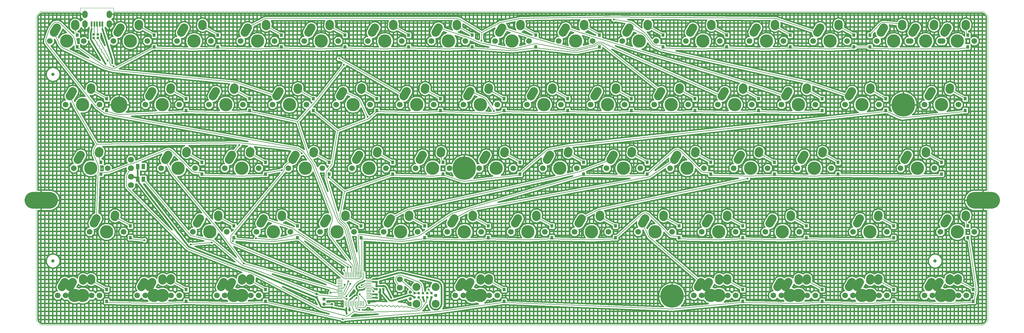
<source format=gbl>
%FSLAX46Y46*%
%OFA0.000000B0.000000*%
%SFA1B1*%
%MOMM*%
%AMFRECTNOHOLE10*
21,1,0.6500,0.6000,0.0000,0.0000,0*
%
%AMFRECTNOHOLE11*
21,1,0.6000,0.6500,0.0000,0.0000,0*
%
%AMFRECTNOHOLE12*
21,1,0.7976,0.7976,0.0000,0.0000,0*
%
%AMFRECTNOHOLE13*
21,1,1.1000,1.6000,0.0000,0.0000,0*
%
%AMFRECTNOHOLE14*
21,1,1.4986,0.2490,0.0000,0.0000,0*
%
%AMFRECTNOHOLE15*
21,1,0.2490,1.4986,0.0000,0.0000,0*
%
%AMFRECTNOHOLE16*
21,1,0.8510,1.0008,0.0000,0.0000,0*
%
%AMFRECTNOHOLE17*
21,1,0.5000,1.6000,0.0000,0.0000,0*
%
%ADD10FRECTNOHOLE10*%
%ADD11FRECTNOHOLE11*%
%ADD12FRECTNOHOLE12*%
%ADD13FRECTNOHOLE13*%
%ADD14FRECTNOHOLE14*%
%ADD15FRECTNOHOLE15*%
%ADD16FRECTNOHOLE16*%
%ADD17FRECTNOHOLE17*%
%ADD18C,0.0000X0.0000*%
%ADD19C,0.4000X0.0000*%
%ADD20C,0.3810X0.0000*%
%ADD21C,0.5080X0.0000*%
%ADD22C,0.2032X0.0000*%
%ADD23C,0.1524X0.0000*%
%ADD24C,0.6096X0.0000*%
%ADD25C,7.0002X0.0000*%
%ADD26C,5.0012X0.0000*%
%ADD27C,0.9906X0.0000*%
%ADD28C,2.3748X0.0000*%
%ADD29C,3.9878X0.0000*%
%ADD30C,1.7018X0.0000*%
%ADD31C,2.5000X0.0000*%
%ADD32C,1.8000X0.0000*%
%ADD33C,1.6500X0.0000*%
%ADD34C,1.0000X0.0000*%
%ADD35C,0.7874X0.0000*%
%LNIC60-B_Cu*%
%LPD*%
G54D10*
X150876000Y-153662000D3*
X150876000Y-152662000D3*
X80772000Y-72890000D3*
X80772000Y-71890000D3*
X79502000Y-72890000D3*
X79502000Y-71890000D3*
X146304000Y-150614000D3*
X146304000Y-149614000D3*
X164211000Y-150741000D3*
X164211000Y-149741000D3*
X164211000Y-146042000D3*
X164211000Y-145042000D3*
X166243000Y-147201000D3*
X166243000Y-148201000D3*
X164211000Y-147201000D3*
X164211000Y-148201000D3*
G54D11*
X155093000Y-154421000D3*
X156093000Y-154421000D3*
G54D12*
X148463000Y-152641300D3*
X148463000Y-151142700D3*
G54D13*
X92707500Y-111448000D3*
X94409300Y-111448000D3*
X92708400Y-115248000D3*
X94409300Y-115248000D3*
G54D14*
X153309300Y-145460700D3*
X153309300Y-145961100D3*
X153309300Y-146461500D3*
X153309300Y-146959300D3*
X153309300Y-147459700D3*
X153309300Y-147960100D3*
X153309300Y-148457900D3*
X153309300Y-148958300D3*
X153309300Y-149458700D3*
X153309300Y-149956500D3*
X153309300Y-150456900D3*
X153309300Y-150957300D3*
X161904700Y-150957300D3*
X161904700Y-150456900D3*
X161904700Y-149956500D3*
X161904700Y-149458700D3*
X161904700Y-148958300D3*
X161904700Y-148457900D3*
X161904700Y-147960100D3*
X161904700Y-147459700D3*
X161904700Y-146959300D3*
X161904700Y-146461500D3*
X161904700Y-145961100D3*
X161904700Y-145460700D3*
G54D15*
X160355300Y-143911300D3*
X159854900Y-143911300D3*
X159354500Y-143911300D3*
X158856700Y-143911300D3*
X158356300Y-143911300D3*
X157855900Y-143911300D3*
X157358100Y-143911300D3*
X156857700Y-143911300D3*
X156357300Y-143911300D3*
X155859500Y-143911300D3*
X155359100Y-143911300D3*
X154858700Y-143911300D3*
X154858700Y-152506700D3*
X155359100Y-152506700D3*
X155859500Y-152506700D3*
X156357300Y-152506700D3*
X156857700Y-152506700D3*
X157358100Y-152506700D3*
X157855900Y-152506700D3*
X158356300Y-152506700D3*
X158856700Y-152506700D3*
X159354500Y-152506700D3*
X159854900Y-152506700D3*
X160355300Y-152506700D3*
G54D16*
X74549000Y-72071300D3*
X74549000Y-75571400D3*
X97631200Y-72071300D3*
X97631200Y-75571400D3*
X116681000Y-72071300D3*
X116681000Y-75571400D3*
X135731000Y-72071300D3*
X135731000Y-75571400D3*
X154781000Y-72071300D3*
X154781000Y-75571400D3*
X173831000Y-72071300D3*
X173831000Y-75571400D3*
X192881000Y-72071300D3*
X192881000Y-75571400D3*
X211931000Y-72071300D3*
X211931000Y-75571400D3*
X230981000Y-72071300D3*
X230981000Y-75571400D3*
X250031000Y-72071300D3*
X250031000Y-75571400D3*
X269081000Y-72071300D3*
X269081000Y-75571400D3*
X288131000Y-72071300D3*
X288131000Y-75571400D3*
X307181000Y-72071300D3*
X307181000Y-75571400D3*
X311944000Y-72072500D3*
X311944000Y-75572600D3*
X341250000Y-72072500D3*
X341250000Y-75572600D3*
X83343800Y-91121300D3*
X83343800Y-94621400D3*
X107156000Y-91121300D3*
X107156000Y-94621400D3*
X126206000Y-91121300D3*
X126206000Y-94621400D3*
X145256000Y-91121300D3*
X145256000Y-94621400D3*
X164306000Y-91121300D3*
X164306000Y-94621400D3*
X183356000Y-91121300D3*
X183356000Y-94621400D3*
X202406000Y-91121300D3*
X202406000Y-94621400D3*
X221456000Y-91121300D3*
X221456000Y-94621400D3*
X240506000Y-91121300D3*
X240506000Y-94621400D3*
X259556000Y-91121300D3*
X259556000Y-94621400D3*
X278606000Y-91121300D3*
X278606000Y-94621400D3*
X297656000Y-91121300D3*
X297656000Y-94621400D3*
X316706000Y-91121300D3*
X316706000Y-94621400D3*
X340519000Y-91121300D3*
X340519000Y-94621400D3*
X81694000Y-110172500D3*
X81694000Y-113672600D3*
X111919000Y-110171500D3*
X111919000Y-113671600D3*
X130969000Y-110171500D3*
X130969000Y-113671600D3*
X150019000Y-110171500D3*
X150019000Y-113671600D3*
X169069000Y-110171500D3*
X169069000Y-113671600D3*
X184086000Y-110172500D3*
X184086000Y-113672600D3*
X207169000Y-110171500D3*
X207169000Y-113671600D3*
X226219000Y-110171500D3*
X226219000Y-113671600D3*
X245269000Y-110171500D3*
X245269000Y-113671600D3*
X264319000Y-110171500D3*
X264319000Y-113671600D3*
X283369000Y-110171500D3*
X283369000Y-113671600D3*
X302419000Y-110171500D3*
X302419000Y-113671600D3*
X333375000Y-110171500D3*
X333375000Y-113671600D3*
X90487500Y-129221500D3*
X90487500Y-132721600D3*
X121444000Y-129221500D3*
X121444000Y-132721600D3*
X140494000Y-129221500D3*
X140494000Y-132721600D3*
X159544000Y-129221500D3*
X159544000Y-132721600D3*
X178594000Y-129221500D3*
X178594000Y-132721600D3*
X197644000Y-129221500D3*
X197644000Y-132721600D3*
X216694000Y-129221500D3*
X216694000Y-132721600D3*
X235744000Y-129221500D3*
X235744000Y-132721600D3*
X254794000Y-129221500D3*
X254794000Y-132721600D3*
X273844000Y-129221500D3*
X273844000Y-132721600D3*
X292894000Y-129221500D3*
X292894000Y-132721600D3*
X319088000Y-129221500D3*
X319088000Y-132721600D3*
X341250000Y-129221500D3*
X341250000Y-132721600D3*
X83345500Y-148274500D3*
X83345500Y-151774600D3*
X107158000Y-148274500D3*
X107158000Y-151774600D3*
X130972000Y-148274500D3*
X130972000Y-151774600D3*
X202410000Y-148274500D3*
X202410000Y-151774600D3*
X273850000Y-148274500D3*
X273850000Y-151774600D3*
X297662000Y-148274500D3*
X297662000Y-151774600D3*
X319094000Y-148274500D3*
X319094000Y-151774600D3*
X342907000Y-148274500D3*
X342907000Y-151774600D3*
G54D17*
X82110000Y-68720000D3*
X81310000Y-68720000D3*
X79710000Y-68720000D3*
X78910000Y-68720000D3*
X80510000Y-68720000D3*
G54D18*
X345250000Y-158909000D2*
X64325500Y-158909000D1*
X345602000Y-158878000D2*
X345250000Y-158909000D1*
X345944000Y-158786000D2*
X345602000Y-158878000D1*
X346266000Y-158637000D2*
X345944000Y-158786000D1*
X346556000Y-158433000D2*
X346266000Y-158637000D1*
X346806000Y-158183000D2*
X346556000Y-158433000D1*
X347009000Y-157893000D2*
X346806000Y-158183000D1*
X347159000Y-157572000D2*
X347009000Y-157893000D1*
X347251000Y-157230000D2*
X347159000Y-157572000D1*
X347282000Y-156877000D2*
X347251000Y-157230000D1*
X347282000Y-66960800D2*
X347282000Y-156877000D1*
X347251000Y-66607900D2*
X347282000Y-66960800D1*
X347159000Y-66265800D2*
X347251000Y-66607900D1*
X347009000Y-65944800D2*
X347159000Y-66265800D1*
X346806000Y-65654600D2*
X347009000Y-65944800D1*
X346556000Y-65404100D2*
X346806000Y-65654600D1*
X346266000Y-65201000D2*
X346556000Y-65404100D1*
X345944000Y-65051300D2*
X346266000Y-65201000D1*
X345602000Y-64959600D2*
X345944000Y-65051300D1*
X345250000Y-64928800D2*
X345602000Y-64959600D1*
X85510000Y-64928800D2*
X345250000Y-64928800D1*
X85510000Y-63920000D2*
X85510000Y-64928800D1*
X75510000Y-63920000D2*
X85510000Y-63920000D1*
X75510000Y-64928800D2*
X75510000Y-63920000D1*
X64325500Y-64928800D2*
X75510000Y-64928800D1*
X63972600Y-64959600D2*
X64325500Y-64928800D1*
X63630500Y-65051300D2*
X63972600Y-64959600D1*
X63309500Y-65201000D2*
X63630500Y-65051300D1*
X63019400Y-65404100D2*
X63309500Y-65201000D1*
X62768900Y-65654600D2*
X63019400Y-65404100D1*
X62565700Y-65944800D2*
X62768900Y-65654600D1*
X62416000Y-66265800D2*
X62565700Y-65944800D1*
X62324400Y-66607900D2*
X62416000Y-66265800D1*
X62293500Y-66960800D2*
X62324400Y-66607900D1*
X62293500Y-156877000D2*
X62293500Y-66960800D1*
X62324400Y-157230000D2*
X62293500Y-156877000D1*
X62416000Y-157572000D2*
X62324400Y-157230000D1*
X62565700Y-157893000D2*
X62416000Y-157572000D1*
X62768900Y-158183000D2*
X62565700Y-157893000D1*
X63019400Y-158433000D2*
X62768900Y-158183000D1*
X63309500Y-158637000D2*
X63019400Y-158433000D1*
X63630500Y-158786000D2*
X63309500Y-158637000D1*
X63972600Y-158878000D2*
X63630500Y-158786000D1*
X64325500Y-158909000D2*
X63972600Y-158878000D1*
G54D19*
X342633000Y-147193100D2*
X342737200Y-147193100D1*
X340062800Y-145754300D2*
X342633000Y-147193100D1*
X340136100Y-144703900D2*
X340062800Y-145754300D1*
X339904900Y-144013200D2*
X340136100Y-144703900D1*
X339427000Y-143463500D2*
X339904900Y-144013200D1*
X338775100Y-143138500D2*
X339427000Y-143463500D1*
X338048400Y-143087800D2*
X338775100Y-143138500D1*
X337357700Y-143319000D2*
X338048400Y-143087800D1*
X337115500Y-143529600D2*
X337357700Y-143319000D1*
X337058000Y-143463500D2*
X337115500Y-143529600D1*
X336406100Y-143138500D2*
X337058000Y-143463500D1*
X335679400Y-143087800D2*
X336406100Y-143138500D1*
X334988700Y-143319000D2*
X335679400Y-143087800D1*
X334439000Y-143796900D2*
X334988700Y-143319000D1*
X334114000Y-144448800D2*
X334439000Y-143796900D1*
X334092300Y-144759100D2*
X334114000Y-144448800D1*
X333987400Y-144622300D2*
X334092300Y-144759100D1*
X333356600Y-144258100D2*
X333987400Y-144622300D1*
X332634400Y-144163000D2*
X333356600Y-144258100D1*
X331930800Y-144351500D2*
X332634400Y-144163000D1*
X331595300Y-144609000D2*
X331930800Y-144351500D1*
X330987600Y-144258100D2*
X331595300Y-144609000D1*
X330265400Y-144163000D2*
X330987600Y-144258100D1*
X329561800Y-144351500D2*
X330265400Y-144163000D1*
X328983900Y-144795000D2*
X329561800Y-144351500D1*
X327784700Y-146872000D2*
X328983900Y-144795000D1*
X327689600Y-147594200D2*
X327784700Y-146872000D1*
X327878100Y-148297800D2*
X327689600Y-147594200D1*
X328100100Y-148587100D2*
X327878100Y-148297800D1*
X327701900Y-148587100D2*
X328100100Y-148587100D1*
X326863100Y-149425900D2*
X327701900Y-148587100D1*
X326863100Y-150612100D2*
X326863100Y-149425900D1*
X327701900Y-151450900D2*
X326863100Y-150612100D1*
X328888100Y-151450900D2*
X327701900Y-151450900D1*
X329479500Y-150859500D2*
X328888100Y-151450900D1*
X330070900Y-151450900D2*
X329479500Y-150859500D1*
X331181000Y-151450900D2*
X330070900Y-151450900D1*
X331192100Y-151477600D2*
X331181000Y-151450900D1*
X331416700Y-151702200D2*
X331192100Y-151477600D1*
X320100500Y-151501000D2*
X331416700Y-151702200D1*
X320100500Y-151274200D2*
X320100500Y-151501000D1*
X320100500Y-151033500D2*
X320100500Y-151274200D1*
X319760200Y-150693200D2*
X320100500Y-151033500D1*
X319519500Y-150693200D2*
X319760200Y-150693200D1*
X318668500Y-150693200D2*
X319519500Y-150693200D1*
X318427800Y-150693200D2*
X318668500Y-150693200D1*
X318087500Y-151033500D2*
X318427800Y-150693200D1*
X318087500Y-151274200D2*
X318087500Y-151033500D1*
X318087500Y-151511700D2*
X318087500Y-151274200D1*
X313926900Y-151664600D2*
X318087500Y-151511700D1*
X314113900Y-151477600D2*
X313926900Y-151664600D1*
X314125000Y-151450900D2*
X314113900Y-151477600D1*
X315235100Y-151450900D2*
X314125000Y-151450900D1*
X315826500Y-150859500D2*
X315235100Y-151450900D1*
X316417900Y-151450900D2*
X315826500Y-150859500D1*
X317604100Y-151450900D2*
X316417900Y-151450900D1*
X318442900Y-150612100D2*
X317604100Y-151450900D1*
X318442900Y-149425900D2*
X318442900Y-150612100D1*
X317604100Y-148587100D2*
X318442900Y-149425900D1*
X316417900Y-148587100D2*
X317604100Y-148587100D1*
X315826500Y-149178500D2*
X316417900Y-148587100D1*
X315235100Y-148587100D2*
X315826500Y-149178500D1*
X314125000Y-148587100D2*
X315235100Y-148587100D1*
X314113900Y-148560400D2*
X314125000Y-148587100D1*
X313389600Y-147836100D2*
X314113900Y-148560400D1*
X312443200Y-147444100D2*
X313389600Y-147836100D1*
X311418800Y-147444100D2*
X312443200Y-147444100D1*
X310746500Y-147722600D2*
X311418800Y-147444100D1*
X310207200Y-147499200D2*
X310746500Y-147722600D1*
X310666300Y-146703900D2*
X310207200Y-147499200D1*
X310919000Y-146994500D2*
X310666300Y-146703900D1*
X311570900Y-147319500D2*
X310919000Y-146994500D1*
X312297600Y-147370200D2*
X311570900Y-147319500D1*
X312988300Y-147139000D2*
X312297600Y-147370200D1*
X313230500Y-146928400D2*
X312988300Y-147139000D1*
X313288000Y-146994500D2*
X313230500Y-146928400D1*
X313939900Y-147319500D2*
X313288000Y-146994500D1*
X314666600Y-147370200D2*
X313939900Y-147319500D1*
X315357300Y-147139000D2*
X314666600Y-147370200D1*
X315581100Y-146944500D2*
X315357300Y-147139000D1*
X318087500Y-148347600D2*
X315581100Y-146944500D1*
X318087500Y-148774900D2*
X318087500Y-148347600D1*
X318087500Y-149015600D2*
X318087500Y-148774900D1*
X318427800Y-149355900D2*
X318087500Y-149015600D1*
X318668500Y-149355900D2*
X318427800Y-149355900D1*
X319278800Y-149355900D2*
X318668500Y-149355900D1*
X319519500Y-149355900D2*
X319278800Y-149355900D1*
X319760200Y-149355900D2*
X319519500Y-149355900D1*
X320100500Y-149015600D2*
X319760200Y-149355900D1*
X320100500Y-148774900D2*
X320100500Y-149015600D1*
X320100500Y-148534200D2*
X320100500Y-148774900D1*
X320100500Y-147774100D2*
X320100500Y-148534200D1*
X320100500Y-147533400D2*
X320100500Y-147774100D1*
X319760200Y-147193100D2*
X320100500Y-147533400D1*
X319519500Y-147193100D2*
X319760200Y-147193100D1*
X318951200Y-147193100D2*
X319519500Y-147193100D1*
X318924200Y-147193100D2*
X318951200Y-147193100D1*
X318820000Y-147193100D2*
X318924200Y-147193100D1*
X316249800Y-145754300D2*
X318820000Y-147193100D1*
X316323100Y-144703900D2*
X316249800Y-145754300D1*
X316091900Y-144013200D2*
X316323100Y-144703900D1*
X315614000Y-143463500D2*
X316091900Y-144013200D1*
X314962100Y-143138500D2*
X315614000Y-143463500D1*
X314235400Y-143087800D2*
X314962100Y-143138500D1*
X313544700Y-143319000D2*
X314235400Y-143087800D1*
X313302500Y-143529600D2*
X313544700Y-143319000D1*
X313245000Y-143463500D2*
X313302500Y-143529600D1*
X312593100Y-143138500D2*
X313245000Y-143463500D1*
X311866400Y-143087800D2*
X312593100Y-143138500D1*
X311175700Y-143319000D2*
X311866400Y-143087800D1*
X310626000Y-143796900D2*
X311175700Y-143319000D1*
X310301000Y-144448800D2*
X310626000Y-143796900D1*
X310279300Y-144759100D2*
X310301000Y-144448800D1*
X310174400Y-144622300D2*
X310279300Y-144759100D1*
X309543600Y-144258100D2*
X310174400Y-144622300D1*
X308821400Y-144163000D2*
X309543600Y-144258100D1*
X308117800Y-144351500D2*
X308821400Y-144163000D1*
X307782300Y-144609000D2*
X308117800Y-144351500D1*
X307174600Y-144258100D2*
X307782300Y-144609000D1*
X306452400Y-144163000D2*
X307174600Y-144258100D1*
X305748800Y-144351500D2*
X306452400Y-144163000D1*
X305170900Y-144795000D2*
X305748800Y-144351500D1*
X303971700Y-146872000D2*
X305170900Y-144795000D1*
X303876600Y-147594200D2*
X303971700Y-146872000D1*
X304065100Y-148297800D2*
X303876600Y-147594200D1*
X304287100Y-148587100D2*
X304065100Y-148297800D1*
X303888900Y-148587100D2*
X304287100Y-148587100D1*
X303050100Y-149425900D2*
X303888900Y-148587100D1*
X303050100Y-150612100D2*
X303050100Y-149425900D1*
X303888900Y-151450900D2*
X303050100Y-150612100D1*
X305075100Y-151450900D2*
X303888900Y-151450900D1*
X305666500Y-150859500D2*
X305075100Y-151450900D1*
X306257900Y-151450900D2*
X305666500Y-150859500D1*
X307368000Y-151450900D2*
X306257900Y-151450900D1*
X307379100Y-151477600D2*
X307368000Y-151450900D1*
X307596500Y-151695000D2*
X307379100Y-151477600D1*
X298668500Y-151503100D2*
X307596500Y-151695000D1*
X298668500Y-151274200D2*
X298668500Y-151503100D1*
X298668500Y-151033500D2*
X298668500Y-151274200D1*
X298328200Y-150693200D2*
X298668500Y-151033500D1*
X298087500Y-150693200D2*
X298328200Y-150693200D1*
X297236500Y-150693200D2*
X298087500Y-150693200D1*
X296995800Y-150693200D2*
X297236500Y-150693200D1*
X296655500Y-151033500D2*
X296995800Y-150693200D1*
X296655500Y-151274200D2*
X296655500Y-151033500D1*
X296655500Y-151511700D2*
X296655500Y-151274200D1*
X292508000Y-151664500D2*
X296655500Y-151511700D1*
X292694900Y-151477600D2*
X292508000Y-151664500D1*
X292706000Y-151450900D2*
X292694900Y-151477600D1*
X293792100Y-151450900D2*
X292706000Y-151450900D1*
X294395500Y-150847500D2*
X293792100Y-151450900D1*
X294998900Y-151450900D2*
X294395500Y-150847500D1*
X296185100Y-151450900D2*
X294998900Y-151450900D1*
X297023900Y-150612100D2*
X296185100Y-151450900D1*
X297023900Y-149425900D2*
X297023900Y-150612100D1*
X296185100Y-148587100D2*
X297023900Y-149425900D1*
X294998900Y-148587100D2*
X296185100Y-148587100D1*
X294395500Y-149190500D2*
X294998900Y-148587100D1*
X293792100Y-148587100D2*
X294395500Y-149190500D1*
X292706000Y-148587100D2*
X293792100Y-148587100D1*
X292694900Y-148560400D2*
X292706000Y-148587100D1*
X291970600Y-147836100D2*
X292694900Y-148560400D1*
X291024200Y-147444100D2*
X291970600Y-147836100D1*
X289999800Y-147444100D2*
X291024200Y-147444100D1*
X289315500Y-147727500D2*
X289999800Y-147444100D1*
X288783500Y-147507200D2*
X289315500Y-147727500D1*
X289237800Y-146720500D2*
X288783500Y-147507200D1*
X289476000Y-146994500D2*
X289237800Y-146720500D1*
X290127900Y-147319500D2*
X289476000Y-146994500D1*
X290854600Y-147370200D2*
X290127900Y-147319500D1*
X291545300Y-147139000D2*
X290854600Y-147370200D1*
X291801200Y-146916500D2*
X291545300Y-147139000D1*
X291869000Y-146994500D2*
X291801200Y-146916500D1*
X292520900Y-147319500D2*
X291869000Y-146994500D1*
X293247600Y-147370200D2*
X292520900Y-147319500D1*
X293938300Y-147139000D2*
X293247600Y-147370200D1*
X294160200Y-146946000D2*
X293938300Y-147139000D1*
X296655500Y-148347200D2*
X294160200Y-146946000D1*
X296655500Y-148774900D2*
X296655500Y-148347200D1*
X296655500Y-149015600D2*
X296655500Y-148774900D1*
X296995800Y-149355900D2*
X296655500Y-149015600D1*
X297236500Y-149355900D2*
X296995800Y-149355900D1*
X297846800Y-149355900D2*
X297236500Y-149355900D1*
X298087500Y-149355900D2*
X297846800Y-149355900D1*
X298328200Y-149355900D2*
X298087500Y-149355900D1*
X298668500Y-149015600D2*
X298328200Y-149355900D1*
X298668500Y-148774900D2*
X298668500Y-149015600D1*
X298668500Y-148534200D2*
X298668500Y-148774900D1*
X298668500Y-147774100D2*
X298668500Y-148534200D1*
X298668500Y-147533400D2*
X298668500Y-147774100D1*
X298328200Y-147193100D2*
X298668500Y-147533400D1*
X298087500Y-147193100D2*
X298328200Y-147193100D1*
X297519200Y-147193100D2*
X298087500Y-147193100D1*
X297492200Y-147193100D2*
X297519200Y-147193100D1*
X297388500Y-147193100D2*
X297492200Y-147193100D1*
X294830600Y-145756800D2*
X297388500Y-147193100D1*
X294904100Y-144703900D2*
X294830600Y-145756800D1*
X294672900Y-144013200D2*
X294904100Y-144703900D1*
X294195000Y-143463500D2*
X294672900Y-144013200D1*
X293543100Y-143138500D2*
X294195000Y-143463500D1*
X292816400Y-143087800D2*
X293543100Y-143138500D1*
X292125700Y-143319000D2*
X292816400Y-143087800D1*
X291869800Y-143541500D2*
X292125700Y-143319000D1*
X291802000Y-143463500D2*
X291869800Y-143541500D1*
X291150100Y-143138500D2*
X291802000Y-143463500D1*
X290423400Y-143087800D2*
X291150100Y-143138500D1*
X289732700Y-143319000D2*
X290423400Y-143087800D1*
X289183000Y-143796900D2*
X289732700Y-143319000D1*
X288858000Y-144448800D2*
X289183000Y-143796900D1*
X288838300Y-144730400D2*
X288858000Y-144448800D1*
X288755400Y-144622300D2*
X288838300Y-144730400D1*
X288124600Y-144258100D2*
X288755400Y-144622300D1*
X287402400Y-144163000D2*
X288124600Y-144258100D1*
X286698800Y-144351500D2*
X287402400Y-144163000D1*
X286353000Y-144616900D2*
X286698800Y-144351500D1*
X285731600Y-144258100D2*
X286353000Y-144616900D1*
X285009400Y-144163000D2*
X285731600Y-144258100D1*
X284305800Y-144351500D2*
X285009400Y-144163000D1*
X283727900Y-144795000D2*
X284305800Y-144351500D1*
X282528700Y-146872000D2*
X283727900Y-144795000D1*
X282433600Y-147594200D2*
X282528700Y-146872000D1*
X282622100Y-148297800D2*
X282433600Y-147594200D1*
X282844100Y-148587100D2*
X282622100Y-148297800D1*
X282445900Y-148587100D2*
X282844100Y-148587100D1*
X281607100Y-149425900D2*
X282445900Y-148587100D1*
X281607100Y-150612100D2*
X281607100Y-149425900D1*
X282445900Y-151450900D2*
X281607100Y-150612100D1*
X283632100Y-151450900D2*
X282445900Y-151450900D1*
X284235500Y-150847500D2*
X283632100Y-151450900D1*
X284838900Y-151450900D2*
X284235500Y-150847500D1*
X285925000Y-151450900D2*
X284838900Y-151450900D1*
X285936100Y-151477600D2*
X285925000Y-151450900D1*
X286160700Y-151702200D2*
X285936100Y-151477600D1*
X274856500Y-151501000D2*
X286160700Y-151702200D1*
X274856500Y-151274200D2*
X274856500Y-151501000D1*
X274856500Y-151033500D2*
X274856500Y-151274200D1*
X274516200Y-150693200D2*
X274856500Y-151033500D1*
X274275500Y-150693200D2*
X274516200Y-150693200D1*
X273424500Y-150693200D2*
X274275500Y-150693200D1*
X273183800Y-150693200D2*
X273424500Y-150693200D1*
X272843500Y-151033500D2*
X273183800Y-150693200D1*
X272843500Y-151274200D2*
X272843500Y-151033500D1*
X272843500Y-151542600D2*
X272843500Y-151274200D1*
X268394800Y-151965700D2*
X272843500Y-151542600D1*
X268882900Y-151477600D2*
X268394800Y-151965700D1*
X268894000Y-151450900D2*
X268882900Y-151477600D1*
X269979100Y-151450900D2*
X268894000Y-151450900D1*
X270583000Y-150847000D2*
X269979100Y-151450900D1*
X271186900Y-151450900D2*
X270583000Y-150847000D1*
X272373100Y-151450900D2*
X271186900Y-151450900D1*
X273211900Y-150612100D2*
X272373100Y-151450900D1*
X273211900Y-149425900D2*
X273211900Y-150612100D1*
X272373100Y-148587100D2*
X273211900Y-149425900D1*
X271186900Y-148587100D2*
X272373100Y-148587100D1*
X270583000Y-149191000D2*
X271186900Y-148587100D1*
X269979100Y-148587100D2*
X270583000Y-149191000D1*
X268894000Y-148587100D2*
X269979100Y-148587100D1*
X268882900Y-148560400D2*
X268894000Y-148587100D1*
X268158600Y-147836100D2*
X268882900Y-148560400D1*
X267212200Y-147444100D2*
X268158600Y-147836100D1*
X266187800Y-147444100D2*
X267212200Y-147444100D1*
X265503000Y-147727700D2*
X266187800Y-147444100D1*
X264971300Y-147507500D2*
X265503000Y-147727700D1*
X265425400Y-146721200D2*
X264971300Y-147507500D1*
X265663000Y-146994500D2*
X265425400Y-146721200D1*
X266314900Y-147319500D2*
X265663000Y-146994500D1*
X267041600Y-147370200D2*
X266314900Y-147319500D1*
X267732300Y-147139000D2*
X267041600Y-147370200D1*
X267988800Y-146916000D2*
X267732300Y-147139000D1*
X268057000Y-146994500D2*
X267988800Y-146916000D1*
X268708900Y-147319500D2*
X268057000Y-146994500D1*
X269435600Y-147370200D2*
X268708900Y-147319500D1*
X270126300Y-147139000D2*
X269435600Y-147370200D1*
X270348200Y-146946000D2*
X270126300Y-147139000D1*
X272843500Y-148347200D2*
X270348200Y-146946000D1*
X272843500Y-148774900D2*
X272843500Y-148347200D1*
X272843500Y-149015600D2*
X272843500Y-148774900D1*
X273183800Y-149355900D2*
X272843500Y-149015600D1*
X273424500Y-149355900D2*
X273183800Y-149355900D1*
X274034800Y-149355900D2*
X273424500Y-149355900D1*
X274275500Y-149355900D2*
X274034800Y-149355900D1*
X274516200Y-149355900D2*
X274275500Y-149355900D1*
X274856500Y-149015600D2*
X274516200Y-149355900D1*
X274856500Y-148774900D2*
X274856500Y-149015600D1*
X274856500Y-148534200D2*
X274856500Y-148774900D1*
X274856500Y-147774100D2*
X274856500Y-148534200D1*
X274856500Y-147533400D2*
X274856500Y-147774100D1*
X274516200Y-147193100D2*
X274856500Y-147533400D1*
X274275500Y-147193100D2*
X274516200Y-147193100D1*
X273707200Y-147193100D2*
X274275500Y-147193100D1*
X273680200Y-147193100D2*
X273707200Y-147193100D1*
X273576500Y-147193100D2*
X273680200Y-147193100D1*
X271018600Y-145756800D2*
X273576500Y-147193100D1*
X271092100Y-144703900D2*
X271018600Y-145756800D1*
X270860900Y-144013200D2*
X271092100Y-144703900D1*
X270383000Y-143463500D2*
X270860900Y-144013200D1*
X269731100Y-143138500D2*
X270383000Y-143463500D1*
X269004400Y-143087800D2*
X269731100Y-143138500D1*
X268313700Y-143319000D2*
X269004400Y-143087800D1*
X268057200Y-143542000D2*
X268313700Y-143319000D1*
X267989000Y-143463500D2*
X268057200Y-143542000D1*
X267337100Y-143138500D2*
X267989000Y-143463500D1*
X266610400Y-143087800D2*
X267337100Y-143138500D1*
X265919700Y-143319000D2*
X266610400Y-143087800D1*
X265370000Y-143796900D2*
X265919700Y-143319000D1*
X265045000Y-144448800D2*
X265370000Y-143796900D1*
X265025400Y-144729200D2*
X265045000Y-144448800D1*
X264943400Y-144622300D2*
X265025400Y-144729200D1*
X264312600Y-144258100D2*
X264943400Y-144622300D1*
X263590400Y-144163000D2*
X264312600Y-144258100D1*
X262886800Y-144351500D2*
X263590400Y-144163000D1*
X262540600Y-144617200D2*
X262886800Y-144351500D1*
X261918600Y-144258100D2*
X262540600Y-144617200D1*
X261196400Y-144163000D2*
X261918600Y-144258100D1*
X260492800Y-144351500D2*
X261196400Y-144163000D1*
X260460600Y-144376200D2*
X260492800Y-144351500D1*
X247994400Y-133544900D2*
X260460600Y-144376200D1*
X248162200Y-133544900D2*
X247994400Y-133544900D1*
X249108600Y-133152900D2*
X248162200Y-133544900D1*
X249832900Y-132428600D2*
X249108600Y-133152900D1*
X250224900Y-131482200D2*
X249832900Y-132428600D1*
X250224900Y-131166400D2*
X250224900Y-131482200D1*
X251333100Y-132316300D2*
X250224900Y-131166400D1*
X251497800Y-132487200D2*
X251333100Y-132316300D1*
X251541700Y-132532800D2*
X251497800Y-132487200D1*
X251645900Y-132606900D2*
X251541700Y-132532800D1*
X251704400Y-132633800D2*
X251645900Y-132606900D1*
X252136200Y-132832100D2*
X251704400Y-132633800D1*
X252193700Y-132858600D2*
X252136200Y-132832100D1*
X252317800Y-132889500D2*
X252193700Y-132858600D1*
X252382000Y-132893300D2*
X252317800Y-132889500D1*
X252619200Y-132906900D2*
X252382000Y-132893300D1*
X253787500Y-132973500D2*
X252619200Y-132906900D1*
X253787500Y-133222000D2*
X253787500Y-132973500D1*
X253787500Y-133462700D2*
X253787500Y-133222000D1*
X254127800Y-133803000D2*
X253787500Y-133462700D1*
X254368500Y-133803000D2*
X254127800Y-133803000D1*
X254936800Y-133803000D2*
X254368500Y-133803000D1*
X254963800Y-133803000D2*
X254936800Y-133803000D1*
X254978800Y-133803000D2*
X254963800Y-133803000D1*
X255117900Y-133803000D2*
X254978800Y-133803000D1*
X255206800Y-133803000D2*
X255117900Y-133803000D1*
X255219500Y-133803000D2*
X255206800Y-133803000D1*
X266632700Y-134052200D2*
X255219500Y-133803000D1*
X266652900Y-134052400D2*
X266632700Y-134052200D1*
X266795200Y-134051300D2*
X266652900Y-134052400D1*
X266815500Y-134050800D2*
X266795200Y-134051300D1*
X273432700Y-133803000D2*
X266815500Y-134050800D1*
X273436500Y-133803000D2*
X273432700Y-133803000D1*
X273520100Y-133803000D2*
X273436500Y-133803000D1*
X273673900Y-133803000D2*
X273520100Y-133803000D1*
X273986800Y-133803000D2*
X273673900Y-133803000D1*
X274013800Y-133803000D2*
X273986800Y-133803000D1*
X274028800Y-133803000D2*
X274013800Y-133803000D1*
X274167900Y-133803000D2*
X274028800Y-133803000D1*
X274256800Y-133803000D2*
X274167900Y-133803000D1*
X274269500Y-133803000D2*
X274256800Y-133803000D1*
X285682700Y-134052200D2*
X274269500Y-133803000D1*
X285702900Y-134052400D2*
X285682700Y-134052200D1*
X285845200Y-134051300D2*
X285702900Y-134052400D1*
X285865500Y-134050800D2*
X285845200Y-134051300D1*
X292482700Y-133803000D2*
X285865500Y-134050800D1*
X292486500Y-133803000D2*
X292482700Y-133803000D1*
X292570100Y-133803000D2*
X292486500Y-133803000D1*
X292723900Y-133803000D2*
X292570100Y-133803000D1*
X293036800Y-133803000D2*
X292723900Y-133803000D1*
X293063800Y-133803000D2*
X293036800Y-133803000D1*
X293078800Y-133803000D2*
X293063800Y-133803000D1*
X293217900Y-133803000D2*
X293078800Y-133803000D1*
X293311800Y-133803000D2*
X293217900Y-133803000D1*
X293319500Y-133803000D2*
X293311800Y-133803000D1*
X311902800Y-134051700D2*
X293319500Y-133803000D1*
X311920300Y-134051700D2*
X311902800Y-134051700D1*
X312041900Y-134050200D2*
X311920300Y-134051700D1*
X312059000Y-134049800D2*
X312041900Y-134050200D1*
X318676700Y-133803000D2*
X312059000Y-134049800D1*
X318680500Y-133803000D2*
X318676700Y-133803000D1*
X318764100Y-133803000D2*
X318680500Y-133803000D1*
X318917900Y-133803000D2*
X318764100Y-133803000D1*
X319272800Y-133803000D2*
X318917900Y-133803000D1*
X319513500Y-133803000D2*
X319272800Y-133803000D1*
X319754200Y-133803000D2*
X319513500Y-133803000D1*
X320094500Y-133462700D2*
X319754200Y-133803000D1*
X320094500Y-133222000D2*
X320094500Y-133462700D1*
X320094500Y-132981300D2*
X320094500Y-133222000D1*
X320094500Y-132221200D2*
X320094500Y-132981300D1*
X320094500Y-131980500D2*
X320094500Y-132221200D1*
X319754200Y-131640200D2*
X320094500Y-131980500D1*
X319513500Y-131640200D2*
X319754200Y-131640200D1*
X318662500Y-131640200D2*
X319513500Y-131640200D1*
X318421800Y-131640200D2*
X318662500Y-131640200D1*
X318081500Y-131980500D2*
X318421800Y-131640200D1*
X318081500Y-132221200D2*
X318081500Y-131980500D1*
X318081500Y-132459000D2*
X318081500Y-132221200D1*
X313941000Y-132613500D2*
X318081500Y-132459000D1*
X314126900Y-132427600D2*
X313941000Y-132613500D1*
X314518900Y-131481200D2*
X314126900Y-132427600D1*
X314518900Y-130456800D2*
X314518900Y-131481200D1*
X314126900Y-129510400D2*
X314518900Y-130456800D1*
X313402600Y-128786100D2*
X314126900Y-129510400D1*
X312456200Y-128394100D2*
X313402600Y-128786100D1*
X311431800Y-128394100D2*
X312456200Y-128394100D1*
X310485400Y-128786100D2*
X311431800Y-128394100D1*
X309761100Y-129510400D2*
X310485400Y-128786100D1*
X309369100Y-130456800D2*
X309761100Y-129510400D1*
X309369100Y-131481200D2*
X309369100Y-130456800D1*
X309761100Y-132427600D2*
X309369100Y-131481200D1*
X309994400Y-132660900D2*
X309761100Y-132427600D1*
X293900500Y-132445500D2*
X309994400Y-132660900D1*
X293900500Y-132221200D2*
X293900500Y-132445500D1*
X293900500Y-131980500D2*
X293900500Y-132221200D1*
X293560200Y-131640200D2*
X293900500Y-131980500D1*
X293319500Y-131640200D2*
X293560200Y-131640200D1*
X292468500Y-131640200D2*
X293319500Y-131640200D1*
X292227800Y-131640200D2*
X292468500Y-131640200D1*
X291887500Y-131980500D2*
X292227800Y-131640200D1*
X291887500Y-132221200D2*
X291887500Y-131980500D1*
X291887500Y-132459100D2*
X291887500Y-132221200D1*
X287747300Y-132614200D2*
X291887500Y-132459100D1*
X287932900Y-132428600D2*
X287747300Y-132614200D1*
X288324900Y-131482200D2*
X287932900Y-132428600D1*
X288324900Y-130457800D2*
X288324900Y-131482200D1*
X287932900Y-129511400D2*
X288324900Y-130457800D1*
X287208600Y-128787100D2*
X287932900Y-129511400D1*
X286262200Y-128395100D2*
X287208600Y-128787100D1*
X285237800Y-128395100D2*
X286262200Y-128395100D1*
X284291400Y-128787100D2*
X285237800Y-128395100D1*
X283567100Y-129511400D2*
X284291400Y-128787100D1*
X283175100Y-130457800D2*
X283567100Y-129511400D1*
X283175100Y-131482200D2*
X283175100Y-130457800D1*
X283567100Y-132428600D2*
X283175100Y-131482200D1*
X283783800Y-132645300D2*
X283567100Y-132428600D1*
X274850500Y-132450300D2*
X283783800Y-132645300D1*
X274850500Y-132221200D2*
X274850500Y-132450300D1*
X274850500Y-131980500D2*
X274850500Y-132221200D1*
X274510200Y-131640200D2*
X274850500Y-131980500D1*
X274269500Y-131640200D2*
X274510200Y-131640200D1*
X273418500Y-131640200D2*
X274269500Y-131640200D1*
X273177800Y-131640200D2*
X273418500Y-131640200D1*
X272837500Y-131980500D2*
X273177800Y-131640200D1*
X272837500Y-132221200D2*
X272837500Y-131980500D1*
X272837500Y-132459100D2*
X272837500Y-132221200D1*
X268697300Y-132614200D2*
X272837500Y-132459100D1*
X268882900Y-132428600D2*
X268697300Y-132614200D1*
X269274900Y-131482200D2*
X268882900Y-132428600D1*
X269274900Y-130457800D2*
X269274900Y-131482200D1*
X268882900Y-129511400D2*
X269274900Y-130457800D1*
X268158600Y-128787100D2*
X268882900Y-129511400D1*
X267212200Y-128395100D2*
X268158600Y-128787100D1*
X266187800Y-128395100D2*
X267212200Y-128395100D1*
X265241400Y-128787100D2*
X266187800Y-128395100D1*
X264517100Y-129511400D2*
X265241400Y-128787100D1*
X264125100Y-130457800D2*
X264517100Y-129511400D1*
X264125100Y-131482200D2*
X264125100Y-130457800D1*
X264517100Y-132428600D2*
X264125100Y-131482200D1*
X264733800Y-132645300D2*
X264517100Y-132428600D1*
X255800500Y-132450300D2*
X264733800Y-132645300D1*
X255800500Y-132221200D2*
X255800500Y-132450300D1*
X255800500Y-131980500D2*
X255800500Y-132221200D1*
X255460200Y-131640200D2*
X255800500Y-131980500D1*
X255219500Y-131640200D2*
X255460200Y-131640200D1*
X254624200Y-131640200D2*
X255219500Y-131640200D1*
X254470100Y-131640200D2*
X254624200Y-131640200D1*
X254386200Y-131640200D2*
X254470100Y-131640200D1*
X254101100Y-131623900D2*
X254386200Y-131640200D1*
X254161900Y-131563100D2*
X254101100Y-131623900D1*
X254161900Y-130376900D2*
X254161900Y-131563100D1*
X253323100Y-129538100D2*
X254161900Y-130376900D1*
X252136900Y-129538100D2*
X253323100Y-129538100D1*
X251329700Y-130345300D2*
X252136900Y-129538100D1*
X249869900Y-128830600D2*
X251329700Y-130345300D1*
X249863900Y-128824500D2*
X249869900Y-128830600D1*
X249821500Y-128781600D2*
X249863900Y-128824500D1*
X249815400Y-128775500D2*
X249821500Y-128781600D1*
X246305400Y-125311900D2*
X249815400Y-128775500D1*
X246080600Y-125090000D2*
X246305400Y-125311900D1*
X246034700Y-125044700D2*
X246080600Y-125090000D1*
X245927500Y-124972800D2*
X246034700Y-125044700D1*
X245868000Y-124947500D2*
X245927500Y-124972800D1*
X245286300Y-124700400D2*
X245868000Y-124947500D1*
X245226900Y-124675200D2*
X245286300Y-124700400D1*
X245100800Y-124647900D2*
X245226900Y-124675200D1*
X245036400Y-124646300D2*
X245100800Y-124647900D1*
X244404600Y-124630600D2*
X245036400Y-124646300D1*
X244340100Y-124629000D2*
X244404600Y-124630600D1*
X244212800Y-124650000D2*
X244340100Y-124629000D1*
X244151500Y-124672500D2*
X244212800Y-124650000D1*
X243555800Y-124892100D2*
X244151500Y-124672500D1*
X243495200Y-124914400D2*
X243555800Y-124892100D1*
X243384700Y-124980900D2*
X243495200Y-124914400D1*
X243336200Y-125024400D2*
X243384700Y-124980900D1*
X243101800Y-125234600D2*
X243336200Y-125024400D1*
X235947500Y-131640200D2*
X243101800Y-125234600D1*
X235914100Y-131640200D2*
X235947500Y-131640200D1*
X235886800Y-131640200D2*
X235914100Y-131640200D1*
X235318500Y-131640200D2*
X235886800Y-131640200D1*
X235077800Y-131640200D2*
X235318500Y-131640200D1*
X234737500Y-131980500D2*
X235077800Y-131640200D1*
X234737500Y-132221200D2*
X234737500Y-131980500D1*
X234737500Y-132459100D2*
X234737500Y-132221200D1*
X230597300Y-132614200D2*
X234737500Y-132459100D1*
X230782900Y-132428600D2*
X230597300Y-132614200D1*
X231174900Y-131482200D2*
X230782900Y-132428600D1*
X231174900Y-130457800D2*
X231174900Y-131482200D1*
X230782900Y-129511400D2*
X231174900Y-130457800D1*
X230058600Y-128787100D2*
X230782900Y-129511400D1*
X229112200Y-128395100D2*
X230058600Y-128787100D1*
X228087800Y-128395100D2*
X229112200Y-128395100D1*
X227141400Y-128787100D2*
X228087800Y-128395100D1*
X226417100Y-129511400D2*
X227141400Y-128787100D1*
X226025100Y-130457800D2*
X226417100Y-129511400D1*
X226025100Y-131482200D2*
X226025100Y-130457800D1*
X226417100Y-132428600D2*
X226025100Y-131482200D1*
X226633800Y-132645300D2*
X226417100Y-132428600D1*
X217700500Y-132450300D2*
X226633800Y-132645300D1*
X217700500Y-132221200D2*
X217700500Y-132450300D1*
X217700500Y-131980500D2*
X217700500Y-132221200D1*
X217360200Y-131640200D2*
X217700500Y-131980500D1*
X217119500Y-131640200D2*
X217360200Y-131640200D1*
X216268500Y-131640200D2*
X217119500Y-131640200D1*
X216027800Y-131640200D2*
X216268500Y-131640200D1*
X215687500Y-131980500D2*
X216027800Y-131640200D1*
X215687500Y-132221200D2*
X215687500Y-131980500D1*
X215687500Y-132459100D2*
X215687500Y-132221200D1*
X211547300Y-132614200D2*
X215687500Y-132459100D1*
X211732900Y-132428600D2*
X211547300Y-132614200D1*
X212124900Y-131482200D2*
X211732900Y-132428600D1*
X212124900Y-130457800D2*
X212124900Y-131482200D1*
X211732900Y-129511400D2*
X212124900Y-130457800D1*
X211008600Y-128787100D2*
X211732900Y-129511400D1*
X210062200Y-128395100D2*
X211008600Y-128787100D1*
X209037800Y-128395100D2*
X210062200Y-128395100D1*
X208091400Y-128787100D2*
X209037800Y-128395100D1*
X207367100Y-129511400D2*
X208091400Y-128787100D1*
X206975100Y-130457800D2*
X207367100Y-129511400D1*
X206975100Y-131482200D2*
X206975100Y-130457800D1*
X207367100Y-132428600D2*
X206975100Y-131482200D1*
X207583800Y-132645300D2*
X207367100Y-132428600D1*
X198650500Y-132450300D2*
X207583800Y-132645300D1*
X198650500Y-132221200D2*
X198650500Y-132450300D1*
X198650500Y-131980500D2*
X198650500Y-132221200D1*
X198310200Y-131640200D2*
X198650500Y-131980500D1*
X198069500Y-131640200D2*
X198310200Y-131640200D1*
X197218500Y-131640200D2*
X198069500Y-131640200D1*
X196977800Y-131640200D2*
X197218500Y-131640200D1*
X196637500Y-131980500D2*
X196977800Y-131640200D1*
X196637500Y-132221200D2*
X196637500Y-131980500D1*
X196637500Y-132459100D2*
X196637500Y-132221200D1*
X192497300Y-132614200D2*
X196637500Y-132459100D1*
X192682900Y-132428600D2*
X192497300Y-132614200D1*
X193074900Y-131482200D2*
X192682900Y-132428600D1*
X193074900Y-130457800D2*
X193074900Y-131482200D1*
X192682900Y-129511400D2*
X193074900Y-130457800D1*
X191958600Y-128787100D2*
X192682900Y-129511400D1*
X191012200Y-128395100D2*
X191958600Y-128787100D1*
X189987800Y-128395100D2*
X191012200Y-128395100D1*
X189041400Y-128787100D2*
X189987800Y-128395100D1*
X188317100Y-129511400D2*
X189041400Y-128787100D1*
X187925100Y-130457800D2*
X188317100Y-129511400D1*
X187925100Y-131482200D2*
X187925100Y-130457800D1*
X188317100Y-132428600D2*
X187925100Y-131482200D1*
X188533800Y-132645300D2*
X188317100Y-132428600D1*
X179600500Y-132450300D2*
X188533800Y-132645300D1*
X179600500Y-132221200D2*
X179600500Y-132450300D1*
X179600500Y-131980500D2*
X179600500Y-132221200D1*
X179260200Y-131640200D2*
X179600500Y-131980500D1*
X179019500Y-131640200D2*
X179260200Y-131640200D1*
X178984000Y-131640200D2*
X179019500Y-131640200D1*
X185142000Y-127420600D2*
X178984000Y-131640200D1*
X184909700Y-127823000D2*
X185142000Y-127420600D1*
X184814600Y-128545200D2*
X184909700Y-127823000D1*
X185003100Y-129248800D2*
X184814600Y-128545200D1*
X185225100Y-129538100D2*
X185003100Y-129248800D1*
X184826900Y-129538100D2*
X185225100Y-129538100D1*
X183988100Y-130376900D2*
X184826900Y-129538100D1*
X183988100Y-131563100D2*
X183988100Y-130376900D1*
X184826900Y-132401900D2*
X183988100Y-131563100D1*
X186013100Y-132401900D2*
X184826900Y-132401900D1*
X186851900Y-131563100D2*
X186013100Y-132401900D1*
X186851900Y-130376900D2*
X186851900Y-131563100D1*
X186755100Y-130280100D2*
X186851900Y-130376900D1*
X186799600Y-130286000D2*
X186755100Y-130280100D1*
X187503200Y-130097500D2*
X186799600Y-130286000D1*
X188081100Y-129654000D2*
X187503200Y-130097500D1*
X189280300Y-127577000D2*
X188081100Y-129654000D1*
X189375400Y-126854800D2*
X189280300Y-127577000D1*
X189351300Y-126764900D2*
X189375400Y-126854800D1*
X191213500Y-125765700D2*
X189351300Y-126764900D1*
X191147900Y-126705100D2*
X191213500Y-125765700D1*
X191379100Y-127395800D2*
X191147900Y-126705100D1*
X191857000Y-127945500D2*
X191379100Y-127395800D1*
X192508900Y-128270500D2*
X191857000Y-127945500D1*
X193235600Y-128321200D2*
X192508900Y-128270500D1*
X193926300Y-128090000D2*
X193235600Y-128321200D1*
X194148400Y-127896900D2*
X193926300Y-128090000D1*
X196637500Y-129294200D2*
X194148400Y-127896900D1*
X196637500Y-129721900D2*
X196637500Y-129294200D1*
X196637500Y-129962600D2*
X196637500Y-129721900D1*
X196977800Y-130302900D2*
X196637500Y-129962600D1*
X197218500Y-130302900D2*
X196977800Y-130302900D1*
X197828800Y-130302900D2*
X197218500Y-130302900D1*
X198069500Y-130302900D2*
X197828800Y-130302900D1*
X198310200Y-130302900D2*
X198069500Y-130302900D1*
X198650500Y-129962600D2*
X198310200Y-130302900D1*
X198650500Y-129721900D2*
X198650500Y-129962600D1*
X198650500Y-129481200D2*
X198650500Y-129721900D1*
X198650500Y-128721100D2*
X198650500Y-129481200D1*
X198650500Y-128480400D2*
X198650500Y-128721100D1*
X198310200Y-128140100D2*
X198650500Y-128480400D1*
X198069500Y-128140100D2*
X198310200Y-128140100D1*
X197501200Y-128140100D2*
X198069500Y-128140100D1*
X197474200Y-128140100D2*
X197501200Y-128140100D1*
X197370400Y-128140100D2*
X197474200Y-128140100D1*
X194818600Y-126707600D2*
X197370400Y-128140100D1*
X194892100Y-125654900D2*
X194818600Y-126707600D1*
X194660900Y-124964200D2*
X194892100Y-125654900D1*
X194391100Y-124653900D2*
X194660900Y-124964200D1*
X245890300Y-115243400D2*
X194391100Y-124653900D1*
X245933100Y-115235500D2*
X245890300Y-115243400D1*
X245968300Y-115229100D2*
X245933100Y-115235500D1*
X246038100Y-115208500D2*
X245968300Y-115229100D1*
X246071300Y-115194800D2*
X246038100Y-115208500D1*
X246151000Y-115161800D2*
X246071300Y-115194800D1*
X246184100Y-115148100D2*
X246151000Y-115161800D1*
X246248000Y-115113400D2*
X246184100Y-115148100D1*
X246278300Y-115092400D2*
X246248000Y-115113400D1*
X246313700Y-115067900D2*
X246278300Y-115092400D1*
X250663100Y-112061700D2*
X246313700Y-115067900D1*
X250663100Y-112513100D2*
X250663100Y-112061700D1*
X251501900Y-113351900D2*
X250663100Y-112513100D1*
X252688100Y-113351900D2*
X251501900Y-113351900D1*
X253526900Y-112513100D2*
X252688100Y-113351900D1*
X253526900Y-111326900D2*
X253526900Y-112513100D1*
X253430100Y-111230100D2*
X253526900Y-111326900D1*
X253474600Y-111236000D2*
X253430100Y-111230100D1*
X254178200Y-111047500D2*
X253474600Y-111236000D1*
X254756100Y-110604000D2*
X254178200Y-111047500D1*
X255955300Y-108527000D2*
X254756100Y-110604000D1*
X255981400Y-108328800D2*
X255955300Y-108527000D1*
X257011300Y-109345100D2*
X255981400Y-108328800D1*
X256662800Y-109345100D2*
X257011300Y-109345100D1*
X255716400Y-109737100D2*
X256662800Y-109345100D1*
X254992100Y-110461400D2*
X255716400Y-109737100D1*
X254600100Y-111407800D2*
X254992100Y-110461400D1*
X254600100Y-112432200D2*
X254600100Y-111407800D1*
X254992100Y-113378600D2*
X254600100Y-112432200D1*
X255716400Y-114102900D2*
X254992100Y-113378600D1*
X256662800Y-114494900D2*
X255716400Y-114102900D1*
X257687200Y-114494900D2*
X256662800Y-114494900D1*
X258633600Y-114102900D2*
X257687200Y-114494900D1*
X259357900Y-113378600D2*
X258633600Y-114102900D1*
X259749900Y-112432200D2*
X259357900Y-113378600D1*
X259749900Y-112116400D2*
X259749900Y-112432200D1*
X260858100Y-113266300D2*
X259749900Y-112116400D1*
X261022800Y-113437200D2*
X260858100Y-113266300D1*
X261066700Y-113482800D2*
X261022800Y-113437200D1*
X261170900Y-113556900D2*
X261066700Y-113482800D1*
X261229400Y-113583800D2*
X261170900Y-113556900D1*
X261661200Y-113782100D2*
X261229400Y-113583800D1*
X261718700Y-113808600D2*
X261661200Y-113782100D1*
X261842800Y-113839500D2*
X261718700Y-113808600D1*
X261907000Y-113843300D2*
X261842800Y-113839500D1*
X262144200Y-113856900D2*
X261907000Y-113843300D1*
X263312500Y-113923500D2*
X262144200Y-113856900D1*
X263312500Y-114172000D2*
X263312500Y-113923500D1*
X263312500Y-114412700D2*
X263312500Y-114172000D1*
X263652800Y-114753000D2*
X263312500Y-114412700D1*
X263893500Y-114753000D2*
X263652800Y-114753000D1*
X264461800Y-114753000D2*
X263893500Y-114753000D1*
X264488800Y-114753000D2*
X264461800Y-114753000D1*
X264503800Y-114753000D2*
X264488800Y-114753000D1*
X264642900Y-114753000D2*
X264503800Y-114753000D1*
X264731800Y-114753000D2*
X264642900Y-114753000D1*
X264744500Y-114753000D2*
X264731800Y-114753000D1*
X272527200Y-114923000D2*
X264744500Y-114753000D1*
X230665500Y-123600300D2*
X272527200Y-114923000D1*
X230549700Y-123624200D2*
X230665500Y-123600300D1*
X230525200Y-123629300D2*
X230549700Y-123624200D1*
X230478200Y-123642600D2*
X230525200Y-123629300D1*
X230454500Y-123651200D2*
X230478200Y-123642600D1*
X230228600Y-123733300D2*
X230454500Y-123651200D1*
X230205100Y-123741900D2*
X230228600Y-123733300D1*
X230160500Y-123761800D2*
X230205100Y-123741900D1*
X230138800Y-123773500D2*
X230160500Y-123761800D1*
X230034000Y-123829800D2*
X230138800Y-123773500D1*
X226815100Y-125557000D2*
X230034000Y-123829800D1*
X226212600Y-125209100D2*
X226815100Y-125557000D1*
X225490400Y-125114000D2*
X226212600Y-125209100D1*
X224786800Y-125302500D2*
X225490400Y-125114000D1*
X224208900Y-125746000D2*
X224786800Y-125302500D1*
X223009700Y-127823000D2*
X224208900Y-125746000D1*
X222914600Y-128545200D2*
X223009700Y-127823000D1*
X223103100Y-129248800D2*
X222914600Y-128545200D1*
X223325100Y-129538100D2*
X223103100Y-129248800D1*
X222926900Y-129538100D2*
X223325100Y-129538100D1*
X222088100Y-130376900D2*
X222926900Y-129538100D1*
X222088100Y-131563100D2*
X222088100Y-130376900D1*
X222926900Y-132401900D2*
X222088100Y-131563100D1*
X224113100Y-132401900D2*
X222926900Y-132401900D1*
X224951900Y-131563100D2*
X224113100Y-132401900D1*
X224951900Y-130376900D2*
X224951900Y-131563100D1*
X224855100Y-130280100D2*
X224951900Y-130376900D1*
X224899600Y-130286000D2*
X224855100Y-130280100D1*
X225603200Y-130097500D2*
X224899600Y-130286000D1*
X226181100Y-129654000D2*
X225603200Y-130097500D1*
X227380300Y-127577000D2*
X226181100Y-129654000D1*
X227475400Y-126854800D2*
X227380300Y-127577000D1*
X227451300Y-126764900D2*
X227475400Y-126854800D1*
X229313500Y-125765700D2*
X227451300Y-126764900D1*
X229247900Y-126705100D2*
X229313500Y-125765700D1*
X229479100Y-127395800D2*
X229247900Y-126705100D1*
X229957000Y-127945500D2*
X229479100Y-127395800D1*
X230608900Y-128270500D2*
X229957000Y-127945500D1*
X231335600Y-128321200D2*
X230608900Y-128270500D1*
X232026300Y-128090000D2*
X231335600Y-128321200D1*
X232248400Y-127896900D2*
X232026300Y-128090000D1*
X234737500Y-129294200D2*
X232248400Y-127896900D1*
X234737500Y-129721900D2*
X234737500Y-129294200D1*
X234737500Y-129962600D2*
X234737500Y-129721900D1*
X235077800Y-130302900D2*
X234737500Y-129962600D1*
X235318500Y-130302900D2*
X235077800Y-130302900D1*
X235928800Y-130302900D2*
X235318500Y-130302900D1*
X236169500Y-130302900D2*
X235928800Y-130302900D1*
X236410200Y-130302900D2*
X236169500Y-130302900D1*
X236750500Y-129962600D2*
X236410200Y-130302900D1*
X236750500Y-129721900D2*
X236750500Y-129962600D1*
X236750500Y-129481200D2*
X236750500Y-129721900D1*
X236750500Y-128721100D2*
X236750500Y-129481200D1*
X236750500Y-128480400D2*
X236750500Y-128721100D1*
X236410200Y-128140100D2*
X236750500Y-128480400D1*
X236169500Y-128140100D2*
X236410200Y-128140100D1*
X235601200Y-128140100D2*
X236169500Y-128140100D1*
X235574200Y-128140100D2*
X235601200Y-128140100D1*
X235470400Y-128140100D2*
X235574200Y-128140100D1*
X232918600Y-126707600D2*
X235470400Y-128140100D1*
X232992100Y-125654900D2*
X232918600Y-126707600D1*
X232760900Y-124964200D2*
X232992100Y-125654900D1*
X232463300Y-124621900D2*
X232760900Y-124964200D1*
X274850800Y-115835500D2*
X232463300Y-124621900D1*
X274944100Y-115928800D2*
X274850800Y-115835500D1*
X275677900Y-115928800D2*
X274944100Y-115928800D1*
X276196800Y-115409900D2*
X275677900Y-115928800D1*
X276196800Y-115002300D2*
X276196800Y-115409900D1*
X276320200Y-115001300D2*
X276196800Y-115002300D1*
X276340500Y-115000800D2*
X276320200Y-115001300D1*
X282957700Y-114753000D2*
X276340500Y-115000800D1*
X282961500Y-114753000D2*
X282957700Y-114753000D1*
X283045100Y-114753000D2*
X282961500Y-114753000D1*
X283198900Y-114753000D2*
X283045100Y-114753000D1*
X283511800Y-114753000D2*
X283198900Y-114753000D1*
X283538800Y-114753000D2*
X283511800Y-114753000D1*
X283553800Y-114753000D2*
X283538800Y-114753000D1*
X283692900Y-114753000D2*
X283553800Y-114753000D1*
X283781800Y-114753000D2*
X283692900Y-114753000D1*
X283794500Y-114753000D2*
X283781800Y-114753000D1*
X295207700Y-115002200D2*
X283794500Y-114753000D1*
X295227900Y-115002400D2*
X295207700Y-115002200D1*
X295370200Y-115001300D2*
X295227900Y-115002400D1*
X295390500Y-115000800D2*
X295370200Y-115001300D1*
X302007700Y-114753000D2*
X295390500Y-115000800D1*
X302011500Y-114753000D2*
X302007700Y-114753000D1*
X302095100Y-114753000D2*
X302011500Y-114753000D1*
X302248900Y-114753000D2*
X302095100Y-114753000D1*
X302561800Y-114753000D2*
X302248900Y-114753000D1*
X302588800Y-114753000D2*
X302561800Y-114753000D1*
X302603800Y-114753000D2*
X302588800Y-114753000D1*
X302742900Y-114753000D2*
X302603800Y-114753000D1*
X302838300Y-114753000D2*
X302742900Y-114753000D1*
X302844500Y-114753000D2*
X302838300Y-114753000D1*
X326198100Y-115001900D2*
X302844500Y-114753000D1*
X326214900Y-115001800D2*
X326198100Y-115001900D1*
X326330000Y-115000200D2*
X326214900Y-115001800D1*
X326346000Y-114999800D2*
X326330000Y-115000200D1*
X332963700Y-114753000D2*
X326346000Y-114999800D1*
X332967500Y-114753000D2*
X332963700Y-114753000D1*
X333051100Y-114753000D2*
X332967500Y-114753000D1*
X333204900Y-114753000D2*
X333051100Y-114753000D1*
X333559800Y-114753000D2*
X333204900Y-114753000D1*
X333800500Y-114753000D2*
X333559800Y-114753000D1*
X334041200Y-114753000D2*
X333800500Y-114753000D1*
X334381500Y-114412700D2*
X334041200Y-114753000D1*
X334381500Y-114172000D2*
X334381500Y-114412700D1*
X334381500Y-113931300D2*
X334381500Y-114172000D1*
X334381500Y-113171200D2*
X334381500Y-113931300D1*
X334381500Y-112930500D2*
X334381500Y-113171200D1*
X334041200Y-112590200D2*
X334381500Y-112930500D1*
X333800500Y-112590200D2*
X334041200Y-112590200D1*
X332949500Y-112590200D2*
X333800500Y-112590200D1*
X332708800Y-112590200D2*
X332949500Y-112590200D1*
X332368500Y-112930500D2*
X332708800Y-112590200D1*
X332368500Y-113171200D2*
X332368500Y-112930500D1*
X332368500Y-113409000D2*
X332368500Y-113171200D1*
X328228000Y-113563500D2*
X332368500Y-113409000D1*
X328413900Y-113377600D2*
X328228000Y-113563500D1*
X328805900Y-112431200D2*
X328413900Y-113377600D1*
X328805900Y-111406800D2*
X328805900Y-112431200D1*
X328413900Y-110460400D2*
X328805900Y-111406800D1*
X327689600Y-109736100D2*
X328413900Y-110460400D1*
X326743200Y-109344100D2*
X327689600Y-109736100D1*
X325718800Y-109344100D2*
X326743200Y-109344100D1*
X324772400Y-109736100D2*
X325718800Y-109344100D1*
X324048100Y-110460400D2*
X324772400Y-109736100D1*
X323656100Y-111406800D2*
X324048100Y-110460400D1*
X323656100Y-112431200D2*
X323656100Y-111406800D1*
X324048100Y-113377600D2*
X323656100Y-112431200D1*
X324286700Y-113616200D2*
X324048100Y-113377600D1*
X303425500Y-113393900D2*
X324286700Y-113616200D1*
X303425500Y-113171200D2*
X303425500Y-113393900D1*
X303425500Y-112930500D2*
X303425500Y-113171200D1*
X303085200Y-112590200D2*
X303425500Y-112930500D1*
X302844500Y-112590200D2*
X303085200Y-112590200D1*
X301993500Y-112590200D2*
X302844500Y-112590200D1*
X301752800Y-112590200D2*
X301993500Y-112590200D1*
X301412500Y-112930500D2*
X301752800Y-112590200D1*
X301412500Y-113171200D2*
X301412500Y-112930500D1*
X301412500Y-113409100D2*
X301412500Y-113171200D1*
X297272300Y-113564200D2*
X301412500Y-113409100D1*
X297457900Y-113378600D2*
X297272300Y-113564200D1*
X297849900Y-112432200D2*
X297457900Y-113378600D1*
X297849900Y-111407800D2*
X297849900Y-112432200D1*
X297457900Y-110461400D2*
X297849900Y-111407800D1*
X296733600Y-109737100D2*
X297457900Y-110461400D1*
X295787200Y-109345100D2*
X296733600Y-109737100D1*
X294762800Y-109345100D2*
X295787200Y-109345100D1*
X293816400Y-109737100D2*
X294762800Y-109345100D1*
X293092100Y-110461400D2*
X293816400Y-109737100D1*
X292700100Y-111407800D2*
X293092100Y-110461400D1*
X292700100Y-112432200D2*
X292700100Y-111407800D1*
X293092100Y-113378600D2*
X292700100Y-112432200D1*
X293308800Y-113595300D2*
X293092100Y-113378600D1*
X284375500Y-113400300D2*
X293308800Y-113595300D1*
X284375500Y-113171200D2*
X284375500Y-113400300D1*
X284375500Y-112930500D2*
X284375500Y-113171200D1*
X284035200Y-112590200D2*
X284375500Y-112930500D1*
X283794500Y-112590200D2*
X284035200Y-112590200D1*
X282943500Y-112590200D2*
X283794500Y-112590200D1*
X282702800Y-112590200D2*
X282943500Y-112590200D1*
X282362500Y-112930500D2*
X282702800Y-112590200D1*
X282362500Y-113171200D2*
X282362500Y-112930500D1*
X282362500Y-113409100D2*
X282362500Y-113171200D1*
X278222300Y-113564200D2*
X282362500Y-113409100D1*
X278407900Y-113378600D2*
X278222300Y-113564200D1*
X278799900Y-112432200D2*
X278407900Y-113378600D1*
X278799900Y-111407800D2*
X278799900Y-112432200D1*
X278407900Y-110461400D2*
X278799900Y-111407800D1*
X277683600Y-109737100D2*
X278407900Y-110461400D1*
X276737200Y-109345100D2*
X277683600Y-109737100D1*
X275712800Y-109345100D2*
X276737200Y-109345100D1*
X274766400Y-109737100D2*
X275712800Y-109345100D1*
X274042100Y-110461400D2*
X274766400Y-109737100D1*
X273650100Y-111407800D2*
X274042100Y-110461400D1*
X273650100Y-112432200D2*
X273650100Y-111407800D1*
X274042100Y-113378600D2*
X273650100Y-112432200D1*
X274258800Y-113595300D2*
X274042100Y-113378600D1*
X265325500Y-113400300D2*
X274258800Y-113595300D1*
X265325500Y-113171200D2*
X265325500Y-113400300D1*
X265325500Y-112930500D2*
X265325500Y-113171200D1*
X264985200Y-112590200D2*
X265325500Y-112930500D1*
X264744500Y-112590200D2*
X264985200Y-112590200D1*
X264149200Y-112590200D2*
X264744500Y-112590200D1*
X263995100Y-112590200D2*
X264149200Y-112590200D1*
X263911200Y-112590200D2*
X263995100Y-112590200D1*
X263626100Y-112573900D2*
X263911200Y-112590200D1*
X263686900Y-112513100D2*
X263626100Y-112573900D1*
X263686900Y-111326900D2*
X263686900Y-112513100D1*
X262848100Y-110488100D2*
X263686900Y-111326900D1*
X261661900Y-110488100D2*
X262848100Y-110488100D1*
X260854700Y-111295300D2*
X261661900Y-110488100D1*
X259394900Y-109780600D2*
X260854700Y-111295300D1*
X259388900Y-109774500D2*
X259394900Y-109780600D1*
X259346500Y-109731600D2*
X259388900Y-109774500D1*
X259340400Y-109725500D2*
X259346500Y-109731600D1*
X255830400Y-106261900D2*
X259340400Y-109725500D1*
X255605600Y-106040000D2*
X255830400Y-106261900D1*
X255559700Y-105994700D2*
X255605600Y-106040000D1*
X255452500Y-105922800D2*
X255559700Y-105994700D1*
X255393000Y-105897500D2*
X255452500Y-105922800D1*
X254811300Y-105650400D2*
X255393000Y-105897500D1*
X254751900Y-105625200D2*
X254811300Y-105650400D1*
X254625800Y-105597900D2*
X254751900Y-105625200D1*
X254561400Y-105596300D2*
X254625800Y-105597900D1*
X253929600Y-105580600D2*
X254561400Y-105596300D1*
X253865100Y-105579000D2*
X253929600Y-105580600D1*
X253737800Y-105600000D2*
X253865100Y-105579000D1*
X253676500Y-105622500D2*
X253737800Y-105600000D1*
X253080800Y-105842100D2*
X253676500Y-105622500D1*
X253020200Y-105864400D2*
X253080800Y-105842100D1*
X252909700Y-105930900D2*
X253020200Y-105864400D1*
X252861200Y-105974400D2*
X252909700Y-105930900D1*
X252626800Y-106184600D2*
X252861200Y-105974400D1*
X245472500Y-112590200D2*
X252626800Y-106184600D1*
X245439100Y-112590200D2*
X245472500Y-112590200D1*
X245411800Y-112590200D2*
X245439100Y-112590200D1*
X244843500Y-112590200D2*
X245411800Y-112590200D1*
X244602800Y-112590200D2*
X244843500Y-112590200D1*
X244262500Y-112930500D2*
X244602800Y-112590200D1*
X244262500Y-113171200D2*
X244262500Y-112930500D1*
X244262500Y-113409100D2*
X244262500Y-113171200D1*
X240122300Y-113564200D2*
X244262500Y-113409100D1*
X240307900Y-113378600D2*
X240122300Y-113564200D1*
X240699900Y-112432200D2*
X240307900Y-113378600D1*
X240699900Y-111407800D2*
X240699900Y-112432200D1*
X240307900Y-110461400D2*
X240699900Y-111407800D1*
X239583600Y-109737100D2*
X240307900Y-110461400D1*
X238637200Y-109345100D2*
X239583600Y-109737100D1*
X237612800Y-109345100D2*
X238637200Y-109345100D1*
X236666400Y-109737100D2*
X237612800Y-109345100D1*
X235942100Y-110461400D2*
X236666400Y-109737100D1*
X235550100Y-111407800D2*
X235942100Y-110461400D1*
X235550100Y-112432200D2*
X235550100Y-111407800D1*
X235942100Y-113378600D2*
X235550100Y-112432200D1*
X236158800Y-113595300D2*
X235942100Y-113378600D1*
X227225500Y-113400300D2*
X236158800Y-113595300D1*
X227225500Y-113171200D2*
X227225500Y-113400300D1*
X227225500Y-112930500D2*
X227225500Y-113171200D1*
X227145500Y-112850500D2*
X227225500Y-112930500D1*
X231922600Y-111017400D2*
X227145500Y-112850500D1*
X231613100Y-111326900D2*
X231922600Y-111017400D1*
X231613100Y-112513100D2*
X231613100Y-111326900D1*
X232451900Y-113351900D2*
X231613100Y-112513100D1*
X233638100Y-113351900D2*
X232451900Y-113351900D1*
X234476900Y-112513100D2*
X233638100Y-113351900D1*
X234476900Y-111326900D2*
X234476900Y-112513100D1*
X234380100Y-111230100D2*
X234476900Y-111326900D1*
X234424600Y-111236000D2*
X234380100Y-111230100D1*
X235128200Y-111047500D2*
X234424600Y-111236000D1*
X235706100Y-110604000D2*
X235128200Y-111047500D1*
X236905300Y-108527000D2*
X235706100Y-110604000D1*
X237000400Y-107804800D2*
X236905300Y-108527000D1*
X236811900Y-107101200D2*
X237000400Y-107804800D1*
X236368400Y-106523300D2*
X236811900Y-107101200D1*
X235737600Y-106159100D2*
X236368400Y-106523300D1*
X235015400Y-106064000D2*
X235737600Y-106159100D1*
X234311800Y-106252500D2*
X235015400Y-106064000D1*
X233733900Y-106696000D2*
X234311800Y-106252500D1*
X232534700Y-108773000D2*
X233733900Y-106696000D1*
X232458800Y-109349400D2*
X232534700Y-108773000D1*
X225586900Y-111986200D2*
X232458800Y-109349400D1*
X225586900Y-111326900D2*
X225586900Y-111986200D1*
X224748100Y-110488100D2*
X225586900Y-111326900D1*
X223561900Y-110488100D2*
X224748100Y-110488100D1*
X222723100Y-111326900D2*
X223561900Y-110488100D1*
X222723100Y-112513100D2*
X222723100Y-111326900D1*
X222989200Y-112779200D2*
X222723100Y-112513100D1*
X221349300Y-113157900D2*
X222989200Y-112779200D1*
X221649900Y-112432200D2*
X221349300Y-113157900D1*
X221649900Y-111407800D2*
X221649900Y-112432200D1*
X221257900Y-110461400D2*
X221649900Y-111407800D1*
X220533600Y-109737100D2*
X221257900Y-110461400D1*
X219587200Y-109345100D2*
X220533600Y-109737100D1*
X218562800Y-109345100D2*
X219587200Y-109345100D1*
X217616400Y-109737100D2*
X218562800Y-109345100D1*
X216892100Y-110461400D2*
X217616400Y-109737100D1*
X216500100Y-111407800D2*
X216892100Y-110461400D1*
X216500100Y-112432200D2*
X216500100Y-111407800D1*
X216892100Y-113378600D2*
X216500100Y-112432200D1*
X217528300Y-114014800D2*
X216892100Y-113378600D1*
X173492200Y-123605200D2*
X217528300Y-114014800D1*
X173379000Y-123629900D2*
X173492200Y-123605200D1*
X173355700Y-123635000D2*
X173379000Y-123629900D1*
X173311100Y-123648000D2*
X173355700Y-123635000D1*
X173288400Y-123656300D2*
X173311100Y-123648000D1*
X173073800Y-123735400D2*
X173288400Y-123656300D1*
X173051400Y-123743600D2*
X173073800Y-123735400D1*
X173008000Y-123763200D2*
X173051400Y-123743600D1*
X172987200Y-123774400D2*
X173008000Y-123763200D1*
X172884300Y-123829600D2*
X172987200Y-123774400D1*
X169665100Y-125557000D2*
X172884300Y-123829600D1*
X169062600Y-125209100D2*
X169665100Y-125557000D1*
X168340400Y-125114000D2*
X169062600Y-125209100D1*
X167636800Y-125302500D2*
X168340400Y-125114000D1*
X167058900Y-125746000D2*
X167636800Y-125302500D1*
X165859700Y-127823000D2*
X167058900Y-125746000D1*
X165764600Y-128545200D2*
X165859700Y-127823000D1*
X165953100Y-129248800D2*
X165764600Y-128545200D1*
X166175100Y-129538100D2*
X165953100Y-129248800D1*
X165776900Y-129538100D2*
X166175100Y-129538100D1*
X164938100Y-130376900D2*
X165776900Y-129538100D1*
X164938100Y-131563100D2*
X164938100Y-130376900D1*
X165220500Y-131845500D2*
X164938100Y-131563100D1*
X160301500Y-131167600D2*
X165220500Y-131845500D1*
X160266000Y-131132100D2*
X160301500Y-131167600D1*
X159983300Y-131132100D2*
X160266000Y-131132100D1*
X159969500Y-131132100D2*
X159983300Y-131132100D1*
X159686800Y-131132100D2*
X159969500Y-131132100D1*
X159117700Y-131132100D2*
X159686800Y-131132100D1*
X159036500Y-131132200D2*
X159117700Y-131132100D1*
X158969600Y-131132300D2*
X159036500Y-131132200D1*
X158911900Y-131143800D2*
X158969600Y-131132300D1*
X158911900Y-130376900D2*
X158911900Y-131143800D1*
X158073100Y-129538100D2*
X158911900Y-130376900D1*
X156886900Y-129538100D2*
X158073100Y-129538100D1*
X156393000Y-130032000D2*
X156886900Y-129538100D1*
X156354700Y-129891400D2*
X156393000Y-130032000D1*
X156283900Y-129632000D2*
X156354700Y-129891400D1*
X156277000Y-129606700D2*
X156283900Y-129632000D1*
X156258900Y-129556200D2*
X156277000Y-129606700D1*
X156247800Y-129531300D2*
X156258900Y-129556200D1*
X156026900Y-129041000D2*
X156247800Y-129531300D1*
X156016100Y-129017100D2*
X156026900Y-129041000D1*
X155990400Y-128970000D2*
X156016100Y-129017100D1*
X155975700Y-128947600D2*
X155990400Y-128970000D1*
X155684500Y-128502600D2*
X155975700Y-128947600D1*
X155670200Y-128480600D2*
X155684500Y-128502600D1*
X155637400Y-128438200D2*
X155670200Y-128480600D1*
X155619200Y-128418200D2*
X155637400Y-128438200D1*
X155439300Y-128219500D2*
X155619200Y-128418200D1*
X155826300Y-128090000D2*
X155439300Y-128219500D1*
X156048400Y-127896900D2*
X155826300Y-128090000D1*
X158537500Y-129294200D2*
X156048400Y-127896900D1*
X158537500Y-129721900D2*
X158537500Y-129294200D1*
X158537500Y-129962600D2*
X158537500Y-129721900D1*
X158877800Y-130302900D2*
X158537500Y-129962600D1*
X159118500Y-130302900D2*
X158877800Y-130302900D1*
X159728800Y-130302900D2*
X159118500Y-130302900D1*
X159969500Y-130302900D2*
X159728800Y-130302900D1*
X160210200Y-130302900D2*
X159969500Y-130302900D1*
X160550500Y-129962600D2*
X160210200Y-130302900D1*
X160550500Y-129721900D2*
X160550500Y-129962600D1*
X160550500Y-129481200D2*
X160550500Y-129721900D1*
X160550500Y-128721100D2*
X160550500Y-129481200D1*
X160550500Y-128480400D2*
X160550500Y-128721100D1*
X160210200Y-128140100D2*
X160550500Y-128480400D1*
X159969500Y-128140100D2*
X160210200Y-128140100D1*
X159401200Y-128140100D2*
X159969500Y-128140100D1*
X159374200Y-128140100D2*
X159401200Y-128140100D1*
X159270400Y-128140100D2*
X159374200Y-128140100D1*
X156718600Y-126707600D2*
X159270400Y-128140100D1*
X156792100Y-125654900D2*
X156718600Y-126707600D1*
X156560900Y-124964200D2*
X156792100Y-125654900D1*
X156083000Y-124414500D2*
X156560900Y-124964200D1*
X155431100Y-124089500D2*
X156083000Y-124414500D1*
X154704400Y-124038800D2*
X155431100Y-124089500D1*
X154280700Y-124180600D2*
X154704400Y-124038800D1*
X155208800Y-119411100D2*
X154280700Y-124180600D1*
X168740500Y-114753000D2*
X155208800Y-119411100D1*
X168745100Y-114753000D2*
X168740500Y-114753000D1*
X168898900Y-114753000D2*
X168745100Y-114753000D1*
X169027800Y-114753000D2*
X168898900Y-114753000D1*
X169110200Y-114753000D2*
X169027800Y-114753000D1*
X169238800Y-114753000D2*
X169110200Y-114753000D1*
X169253800Y-114753000D2*
X169238800Y-114753000D1*
X169392900Y-114753000D2*
X169253800Y-114753000D1*
X169481800Y-114753000D2*
X169392900Y-114753000D1*
X169494500Y-114753000D2*
X169481800Y-114753000D1*
X169496700Y-114753000D2*
X169494500Y-114753000D1*
X180907700Y-115002200D2*
X169496700Y-114753000D1*
X180978500Y-115003800D2*
X180907700Y-115002200D1*
X181019700Y-115003500D2*
X180978500Y-115003800D1*
X181162100Y-114998100D2*
X181019700Y-115003500D1*
X181201500Y-114995500D2*
X181162100Y-114998100D1*
X181273000Y-114988600D2*
X181201500Y-114995500D1*
X183688900Y-114754000D2*
X181273000Y-114988600D1*
X183762100Y-114754000D2*
X183688900Y-114754000D1*
X183915900Y-114754000D2*
X183762100Y-114754000D1*
X184228800Y-114754000D2*
X183915900Y-114754000D1*
X184255800Y-114754000D2*
X184228800Y-114754000D1*
X184270800Y-114754000D2*
X184255800Y-114754000D1*
X184409900Y-114754000D2*
X184270800Y-114754000D1*
X184418600Y-114754000D2*
X184409900Y-114754000D1*
X189073100Y-116281400D2*
X184418600Y-114754000D1*
X189471800Y-116412100D2*
X189073100Y-116281400D1*
X189506900Y-116423600D2*
X189471800Y-116412100D1*
X189578100Y-116438700D2*
X189506900Y-116423600D1*
X189613700Y-116442300D2*
X189578100Y-116438700D1*
X190444200Y-116528800D2*
X189613700Y-116442300D1*
X190481000Y-116532600D2*
X190444200Y-116528800D1*
X190553700Y-116532300D2*
X190481000Y-116532600D1*
X190589500Y-116528400D2*
X190553700Y-116532300D1*
X191004300Y-116482800D2*
X190589500Y-116528400D1*
X206774900Y-114753000D2*
X191004300Y-116482800D1*
X206845100Y-114753000D2*
X206774900Y-114753000D1*
X206998900Y-114753000D2*
X206845100Y-114753000D1*
X207127800Y-114753000D2*
X206998900Y-114753000D1*
X207353800Y-114753000D2*
X207127800Y-114753000D1*
X207594500Y-114753000D2*
X207353800Y-114753000D1*
X207835200Y-114753000D2*
X207594500Y-114753000D1*
X208175500Y-114412700D2*
X207835200Y-114753000D1*
X208175500Y-114172000D2*
X208175500Y-114412700D1*
X208175500Y-113931300D2*
X208175500Y-114172000D1*
X208175500Y-113453900D2*
X208175500Y-113931300D1*
X208175500Y-113438100D2*
X208175500Y-113453900D1*
X213469000Y-108891900D2*
X208175500Y-113438100D1*
X213389600Y-109495200D2*
X213469000Y-108891900D1*
X213578100Y-110198800D2*
X213389600Y-109495200D1*
X213800100Y-110488100D2*
X213578100Y-110198800D1*
X213401900Y-110488100D2*
X213800100Y-110488100D1*
X212563100Y-111326900D2*
X213401900Y-110488100D1*
X212563100Y-112513100D2*
X212563100Y-111326900D1*
X213401900Y-113351900D2*
X212563100Y-112513100D1*
X214588100Y-113351900D2*
X213401900Y-113351900D1*
X215426900Y-112513100D2*
X214588100Y-113351900D1*
X215426900Y-111326900D2*
X215426900Y-112513100D1*
X215330100Y-111230100D2*
X215426900Y-111326900D1*
X215374600Y-111236000D2*
X215330100Y-111230100D1*
X216078200Y-111047500D2*
X215374600Y-111236000D1*
X216656100Y-110604000D2*
X216078200Y-111047500D1*
X217855300Y-108527000D2*
X216656100Y-110604000D1*
X217950400Y-107804800D2*
X217855300Y-108527000D1*
X217761900Y-107101200D2*
X217950400Y-107804800D1*
X217431200Y-106670300D2*
X217761900Y-107101200D1*
X219895600Y-106186100D2*
X217431200Y-106670300D1*
X219814000Y-106349800D2*
X219895600Y-106186100D1*
X219722900Y-107655100D2*
X219814000Y-106349800D1*
X219954100Y-108345800D2*
X219722900Y-107655100D1*
X220432000Y-108895500D2*
X219954100Y-108345800D1*
X221083900Y-109220500D2*
X220432000Y-108895500D1*
X221810600Y-109271200D2*
X221083900Y-109220500D1*
X222501300Y-109040000D2*
X221810600Y-109271200D1*
X222723400Y-108846900D2*
X222501300Y-109040000D1*
X225212500Y-110244200D2*
X222723400Y-108846900D1*
X225212500Y-110671900D2*
X225212500Y-110244200D1*
X225212500Y-110912600D2*
X225212500Y-110671900D1*
X225552800Y-111252900D2*
X225212500Y-110912600D1*
X225793500Y-111252900D2*
X225552800Y-111252900D1*
X226403800Y-111252900D2*
X225793500Y-111252900D1*
X226644500Y-111252900D2*
X226403800Y-111252900D1*
X226885200Y-111252900D2*
X226644500Y-111252900D1*
X227225500Y-110912600D2*
X226885200Y-111252900D1*
X227225500Y-110671900D2*
X227225500Y-110912600D1*
X227225500Y-110431200D2*
X227225500Y-110671900D1*
X227225500Y-109671100D2*
X227225500Y-110431200D1*
X227225500Y-109430400D2*
X227225500Y-109671100D1*
X226885200Y-109090100D2*
X227225500Y-109430400D1*
X226644500Y-109090100D2*
X226885200Y-109090100D1*
X226076200Y-109090100D2*
X226644500Y-109090100D1*
X226049200Y-109090100D2*
X226076200Y-109090100D1*
X225945400Y-109090100D2*
X226049200Y-109090100D1*
X223393600Y-107657600D2*
X225945400Y-109090100D1*
X223467100Y-106604900D2*
X223393600Y-107657600D1*
X223235900Y-105914200D2*
X223467100Y-106604900D1*
X223055500Y-105706700D2*
X223235900Y-105914200D1*
X316311700Y-95702800D2*
X223055500Y-105706700D1*
X316382100Y-95702800D2*
X316311700Y-95702800D1*
X316535900Y-95702800D2*
X316382100Y-95702800D1*
X316664800Y-95702800D2*
X316535900Y-95702800D1*
X316848800Y-95702800D2*
X316664800Y-95702800D1*
X316875800Y-95702800D2*
X316848800Y-95702800D1*
X316890800Y-95702800D2*
X316875800Y-95702800D1*
X317004300Y-95702800D2*
X316890800Y-95702800D1*
X320023200Y-97090500D2*
X317004300Y-95702800D1*
X320261600Y-97200000D2*
X320023200Y-97090500D1*
X320282200Y-97209400D2*
X320261600Y-97200000D1*
X320324500Y-97225600D2*
X320282200Y-97209400D1*
X320346200Y-97232200D2*
X320324500Y-97225600D1*
X320842300Y-97384400D2*
X320346200Y-97232200D1*
X320863900Y-97391000D2*
X320842300Y-97384400D1*
X320908000Y-97401400D2*
X320863900Y-97391000D1*
X320930400Y-97405100D2*
X320908000Y-97401400D1*
X321442300Y-97490300D2*
X320930400Y-97405100D1*
X321464600Y-97494000D2*
X321442300Y-97490300D1*
X321509700Y-97498500D2*
X321464600Y-97494000D1*
X321532300Y-97499200D2*
X321509700Y-97498500D1*
X322051000Y-97516000D2*
X321532300Y-97499200D1*
X322073600Y-97516700D2*
X322051000Y-97516000D1*
X322118900Y-97515200D2*
X322073600Y-97516700D1*
X322141500Y-97513000D2*
X322118900Y-97515200D1*
X322399700Y-97487000D2*
X322141500Y-97513000D1*
X340122900Y-95702800D2*
X322399700Y-97487000D1*
X340195100Y-95702800D2*
X340122900Y-95702800D1*
X340348900Y-95702800D2*
X340195100Y-95702800D1*
X340477800Y-95702800D2*
X340348900Y-95702800D1*
X340703800Y-95702800D2*
X340477800Y-95702800D1*
X340944500Y-95702800D2*
X340703800Y-95702800D1*
X341185200Y-95702800D2*
X340944500Y-95702800D1*
X341525500Y-95362500D2*
X341185200Y-95702800D1*
X341525500Y-95121800D2*
X341525500Y-95362500D1*
X341525500Y-94881100D2*
X341525500Y-95121800D1*
X341525500Y-94121000D2*
X341525500Y-94881100D1*
X341525500Y-93880300D2*
X341525500Y-94121000D1*
X341185200Y-93540000D2*
X341525500Y-93880300D1*
X340944500Y-93540000D2*
X341185200Y-93540000D1*
X340093500Y-93540000D2*
X340944500Y-93540000D1*
X339852800Y-93540000D2*
X340093500Y-93540000D1*
X339512500Y-93880300D2*
X339852800Y-93540000D1*
X339512500Y-94121000D2*
X339512500Y-93880300D1*
X339512500Y-94392100D2*
X339512500Y-94121000D1*
X335043300Y-94842000D2*
X339512500Y-94392100D1*
X335557900Y-94327400D2*
X335043300Y-94842000D1*
X335949900Y-93381000D2*
X335557900Y-94327400D1*
X335949900Y-92356600D2*
X335949900Y-93381000D1*
X335557900Y-91410200D2*
X335949900Y-92356600D1*
X334833600Y-90685900D2*
X335557900Y-91410200D1*
X333887200Y-90293900D2*
X334833600Y-90685900D1*
X332862800Y-90293900D2*
X333887200Y-90293900D1*
X331916400Y-90685900D2*
X332862800Y-90293900D1*
X331192100Y-91410200D2*
X331916400Y-90685900D1*
X330800100Y-92356600D2*
X331192100Y-91410200D1*
X330800100Y-93381000D2*
X330800100Y-92356600D1*
X331192100Y-94327400D2*
X330800100Y-93381000D1*
X331916400Y-95051700D2*
X331192100Y-94327400D1*
X332120500Y-95136300D2*
X331916400Y-95051700D1*
X324754600Y-95877800D2*
X332120500Y-95136300D1*
X325399800Y-95232600D2*
X324754600Y-95877800D1*
X326021100Y-93732600D2*
X325399800Y-95232600D1*
X326021100Y-92109000D2*
X326021100Y-93732600D1*
X325399800Y-90609000D2*
X326021100Y-92109000D1*
X324251800Y-89461000D2*
X325399800Y-90609000D1*
X322751800Y-88839700D2*
X324251800Y-89461000D1*
X321128200Y-88839700D2*
X322751800Y-88839700D1*
X319628200Y-89461000D2*
X321128200Y-88839700D1*
X318480200Y-90609000D2*
X319628200Y-89461000D1*
X317858900Y-92109000D2*
X318480200Y-90609000D1*
X317858900Y-93732600D2*
X317858900Y-92109000D1*
X318299100Y-94795500D2*
X317858900Y-93732600D1*
X317712500Y-94525800D2*
X318299100Y-94795500D1*
X317712500Y-94121000D2*
X317712500Y-94525800D1*
X317712500Y-93880300D2*
X317712500Y-94121000D1*
X317372200Y-93540000D2*
X317712500Y-93880300D1*
X317131500Y-93540000D2*
X317372200Y-93540000D1*
X316280500Y-93540000D2*
X317131500Y-93540000D1*
X316039800Y-93540000D2*
X316280500Y-93540000D1*
X315699500Y-93880300D2*
X316039800Y-93540000D1*
X315699500Y-94121000D2*
X315699500Y-93880300D1*
X315699500Y-94395500D2*
X315699500Y-94121000D1*
X311194800Y-94878700D2*
X315699500Y-94395500D1*
X311744900Y-94328600D2*
X311194800Y-94878700D1*
X312136900Y-93382200D2*
X311744900Y-94328600D1*
X312136900Y-92357800D2*
X312136900Y-93382200D1*
X311744900Y-91411400D2*
X312136900Y-92357800D1*
X311020600Y-90687100D2*
X311744900Y-91411400D1*
X310074200Y-90295100D2*
X311020600Y-90687100D1*
X309049800Y-90295100D2*
X310074200Y-90295100D1*
X308103400Y-90687100D2*
X309049800Y-90295100D1*
X307379100Y-91411400D2*
X308103400Y-90687100D1*
X306987100Y-92357800D2*
X307379100Y-91411400D1*
X306987100Y-93382200D2*
X306987100Y-92357800D1*
X307379100Y-94328600D2*
X306987100Y-93382200D1*
X308103400Y-95052900D2*
X307379100Y-94328600D1*
X308405300Y-95177900D2*
X308103400Y-95052900D1*
X221365700Y-104514900D2*
X308405300Y-95177900D1*
X221331200Y-104518600D2*
X221365700Y-104514900D1*
X221303000Y-104522200D2*
X221331200Y-104518600D1*
X221231500Y-104532900D2*
X221303000Y-104522200D1*
X221199300Y-104538500D2*
X221231500Y-104532900D1*
X221164200Y-104545500D2*
X221199300Y-104538500D1*
X221162600Y-104545800D2*
X221164200Y-104545500D1*
X215636400Y-105631700D2*
X221162600Y-104545800D1*
X215425300Y-105673200D2*
X215636400Y-105631700D1*
X215382000Y-105681700D2*
X215425300Y-105673200D1*
X215298300Y-105709800D2*
X215382000Y-105681700D1*
X215258600Y-105729100D2*
X215298300Y-105709800D1*
X214871600Y-105917200D2*
X215258600Y-105729100D1*
X214831900Y-105936500D2*
X214871600Y-105917200D1*
X214758100Y-105985000D2*
X214831900Y-105936500D1*
X214724800Y-106013600D2*
X214758100Y-105985000D1*
X214563100Y-106152700D2*
X214724800Y-106013600D1*
X207211600Y-112466400D2*
X214563100Y-106152700D1*
X207210200Y-112466400D2*
X207211600Y-112466400D1*
X207201900Y-112474700D2*
X207210200Y-112466400D1*
X207083600Y-112576300D2*
X207201900Y-112474700D1*
X207067300Y-112590200D2*
X207083600Y-112576300D1*
X206743500Y-112590200D2*
X207067300Y-112590200D1*
X206502800Y-112590200D2*
X206743500Y-112590200D1*
X206162500Y-112930500D2*
X206502800Y-112590200D1*
X206162500Y-113171200D2*
X206162500Y-112930500D1*
X206162500Y-113446900D2*
X206162500Y-113171200D1*
X201644000Y-113942500D2*
X206162500Y-113446900D1*
X202207900Y-113378600D2*
X201644000Y-113942500D1*
X202599900Y-112432200D2*
X202207900Y-113378600D1*
X202599900Y-111407800D2*
X202599900Y-112432200D1*
X202207900Y-110461400D2*
X202599900Y-111407800D1*
X201483600Y-109737100D2*
X202207900Y-110461400D1*
X200537200Y-109345100D2*
X201483600Y-109737100D1*
X199512800Y-109345100D2*
X200537200Y-109345100D1*
X198566400Y-109737100D2*
X199512800Y-109345100D1*
X197842100Y-110461400D2*
X198566400Y-109737100D1*
X197450100Y-111407800D2*
X197842100Y-110461400D1*
X197450100Y-112432200D2*
X197450100Y-111407800D1*
X197842100Y-113378600D2*
X197450100Y-112432200D1*
X198566400Y-114102900D2*
X197842100Y-113378600D1*
X198904500Y-114243000D2*
X198566400Y-114102900D1*
X193343700Y-114852900D2*
X198904500Y-114243000D1*
X193963800Y-114232800D2*
X193343700Y-114852900D1*
X194335500Y-113335500D2*
X193963800Y-114232800D1*
X194351900Y-113351900D2*
X194335500Y-113335500D1*
X195538100Y-113351900D2*
X194351900Y-113351900D1*
X196376900Y-112513100D2*
X195538100Y-113351900D1*
X196376900Y-111326900D2*
X196376900Y-112513100D1*
X196280100Y-111230100D2*
X196376900Y-111326900D1*
X196324600Y-111236000D2*
X196280100Y-111230100D1*
X197028200Y-111047500D2*
X196324600Y-111236000D1*
X197606100Y-110604000D2*
X197028200Y-111047500D1*
X198805300Y-108527000D2*
X197606100Y-110604000D1*
X198900400Y-107804800D2*
X198805300Y-108527000D1*
X198711900Y-107101200D2*
X198900400Y-107804800D1*
X198268400Y-106523300D2*
X198711900Y-107101200D1*
X197637600Y-106159100D2*
X198268400Y-106523300D1*
X196915400Y-106064000D2*
X197637600Y-106159100D1*
X196211800Y-106252500D2*
X196915400Y-106064000D1*
X195633900Y-106696000D2*
X196211800Y-106252500D1*
X194434700Y-108773000D2*
X195633900Y-106696000D1*
X194339600Y-109495200D2*
X194434700Y-108773000D1*
X194528100Y-110198800D2*
X194339600Y-109495200D1*
X194750100Y-110488100D2*
X194528100Y-110198800D1*
X194351900Y-110488100D2*
X194750100Y-110488100D1*
X194334900Y-110505100D2*
X194351900Y-110488100D1*
X193963800Y-109609200D2*
X194334900Y-110505100D1*
X192815800Y-108461200D2*
X193963800Y-109609200D1*
X191315800Y-107839900D2*
X192815800Y-108461200D1*
X189692200Y-107839900D2*
X191315800Y-107839900D1*
X188192200Y-108461200D2*
X189692200Y-107839900D1*
X187044200Y-109609200D2*
X188192200Y-108461200D1*
X186670800Y-110510800D2*
X187044200Y-109609200D1*
X186648100Y-110488100D2*
X186670800Y-110510800D1*
X185461900Y-110488100D2*
X186648100Y-110488100D1*
X185092500Y-110857500D2*
X185461900Y-110488100D1*
X185092500Y-110672900D2*
X185092500Y-110857500D1*
X185092500Y-110432200D2*
X185092500Y-110672900D1*
X185092500Y-109672100D2*
X185092500Y-110432200D1*
X185092500Y-109431400D2*
X185092500Y-109672100D1*
X184752200Y-109091100D2*
X185092500Y-109431400D1*
X184511500Y-109091100D2*
X184752200Y-109091100D1*
X184376800Y-109091100D2*
X184511500Y-109091100D1*
X184371500Y-109050000D2*
X184376800Y-109091100D1*
X184401300Y-109040000D2*
X184371500Y-109050000D1*
X184951000Y-108562100D2*
X184401300Y-109040000D1*
X185276000Y-107910200D2*
X184951000Y-108562100D1*
X185367100Y-106604900D2*
X185276000Y-107910200D1*
X185135900Y-105914200D2*
X185367100Y-106604900D1*
X184658000Y-105364500D2*
X185135900Y-105914200D1*
X184006100Y-105039500D2*
X184658000Y-105364500D1*
X183279400Y-104988800D2*
X184006100Y-105039500D1*
X182588700Y-105220000D2*
X183279400Y-104988800D1*
X182039000Y-105697900D2*
X182588700Y-105220000D1*
X181714000Y-106349800D2*
X182039000Y-105697900D1*
X181622900Y-107655100D2*
X181714000Y-106349800D1*
X181854100Y-108345800D2*
X181622900Y-107655100D1*
X182332000Y-108895500D2*
X181854100Y-108345800D1*
X182983900Y-109220500D2*
X182332000Y-108895500D1*
X183017300Y-109222800D2*
X182983900Y-109220500D1*
X183079500Y-109709100D2*
X183017300Y-109222800D1*
X183079500Y-109773700D2*
X183079500Y-109709100D1*
X183079500Y-109891600D2*
X183079500Y-109773700D1*
X183079500Y-110056400D2*
X183079500Y-109891600D1*
X183079500Y-110383000D2*
X183079500Y-110056400D1*
X182433600Y-109737100D2*
X183079500Y-110383000D1*
X181487200Y-109345100D2*
X182433600Y-109737100D1*
X180462800Y-109345100D2*
X181487200Y-109345100D1*
X179516400Y-109737100D2*
X180462800Y-109345100D1*
X178792100Y-110461400D2*
X179516400Y-109737100D1*
X178400100Y-111407800D2*
X178792100Y-110461400D1*
X178400100Y-112432200D2*
X178400100Y-111407800D1*
X178792100Y-113378600D2*
X178400100Y-112432200D1*
X179008800Y-113595300D2*
X178792100Y-113378600D1*
X170075500Y-113400300D2*
X179008800Y-113595300D1*
X170075500Y-113171200D2*
X170075500Y-113400300D1*
X170075500Y-112930500D2*
X170075500Y-113171200D1*
X169735200Y-112590200D2*
X170075500Y-112930500D1*
X169494500Y-112590200D2*
X169735200Y-112590200D1*
X168643500Y-112590200D2*
X169494500Y-112590200D1*
X168402800Y-112590200D2*
X168643500Y-112590200D1*
X168062500Y-112930500D2*
X168402800Y-112590200D1*
X168062500Y-113171200D2*
X168062500Y-112930500D1*
X168062500Y-113542600D2*
X168062500Y-113171200D1*
X154764500Y-118120300D2*
X168062500Y-113542600D1*
X150781600Y-114656600D2*
X154764500Y-118120300D1*
X151025500Y-114412700D2*
X150781600Y-114656600D1*
X151025500Y-114172000D2*
X151025500Y-114412700D1*
X151025500Y-113931300D2*
X151025500Y-114172000D1*
X151025500Y-113171200D2*
X151025500Y-113931300D1*
X151025500Y-112930500D2*
X151025500Y-113171200D1*
X150685200Y-112590200D2*
X151025500Y-112930500D1*
X150444500Y-112590200D2*
X150685200Y-112590200D1*
X150371700Y-112590200D2*
X150444500Y-112590200D1*
X151317300Y-111323400D2*
X150371700Y-112590200D1*
X151347000Y-111283500D2*
X151317300Y-111323400D1*
X151371200Y-111251000D2*
X151347000Y-111283500D1*
X151411600Y-111180600D2*
X151371200Y-111251000D1*
X151427400Y-111143500D2*
X151411600Y-111180600D1*
X151465400Y-111054300D2*
X151427400Y-111143500D1*
X151481300Y-111017000D2*
X151465400Y-111054300D1*
X151504000Y-110939100D2*
X151481300Y-111017000D1*
X151510600Y-110899500D2*
X151504000Y-110939100D1*
X151518600Y-110851700D2*
X151510600Y-110899500D1*
X153143200Y-101140400D2*
X151518600Y-110851700D1*
X161993700Y-97832100D2*
X153143200Y-101140400D1*
X162059900Y-97807400D2*
X161993700Y-97832100D1*
X162092300Y-97795300D2*
X162059900Y-97807400D1*
X162153300Y-97765300D2*
X162092300Y-97795300D1*
X162182000Y-97747400D2*
X162153300Y-97765300D1*
X162303600Y-97671700D2*
X162182000Y-97747400D1*
X162332900Y-97653400D2*
X162303600Y-97671700D1*
X162386800Y-97611900D2*
X162332900Y-97653400D1*
X162411900Y-97588100D2*
X162386800Y-97611900D1*
X162463300Y-97539600D2*
X162411900Y-97588100D1*
X164407600Y-95702800D2*
X162463300Y-97539600D1*
X164448800Y-95702800D2*
X164407600Y-95702800D1*
X164475800Y-95702800D2*
X164448800Y-95702800D1*
X164490800Y-95702800D2*
X164475800Y-95702800D1*
X164629900Y-95702800D2*
X164490800Y-95702800D1*
X164718800Y-95702800D2*
X164629900Y-95702800D1*
X164731500Y-95702800D2*
X164718800Y-95702800D1*
X176144700Y-95952200D2*
X164731500Y-95702800D1*
X176164900Y-95952400D2*
X176144700Y-95952200D1*
X176307300Y-95951300D2*
X176164900Y-95952400D1*
X176327600Y-95950800D2*
X176307300Y-95951300D1*
X182944700Y-95702800D2*
X176327600Y-95950800D1*
X182948500Y-95702800D2*
X182944700Y-95702800D1*
X183032100Y-95702800D2*
X182948500Y-95702800D1*
X183185900Y-95702800D2*
X183032100Y-95702800D1*
X183525800Y-95702800D2*
X183185900Y-95702800D1*
X183540800Y-95702800D2*
X183525800Y-95702800D1*
X183679900Y-95702800D2*
X183540800Y-95702800D1*
X183760800Y-95702800D2*
X183679900Y-95702800D1*
X183762500Y-95702800D2*
X183760800Y-95702800D1*
X183764100Y-95702800D2*
X183762500Y-95702800D1*
X183781500Y-95702800D2*
X183764100Y-95702800D1*
X199287200Y-96209800D2*
X183781500Y-95702800D1*
X199288500Y-96209800D2*
X199287200Y-96209800D1*
X199327600Y-96211200D2*
X199288500Y-96209800D1*
X199347800Y-96211900D2*
X199327600Y-96211200D1*
X199387200Y-96210900D2*
X199347800Y-96211900D1*
X199406900Y-96209300D2*
X199387200Y-96210900D1*
X199487500Y-96202700D2*
X199406900Y-96209300D1*
X199506500Y-96201100D2*
X199487500Y-96202700D1*
X199544300Y-96195900D2*
X199506500Y-96201100D1*
X199563400Y-96192200D2*
X199544300Y-96195900D1*
X199603600Y-96184300D2*
X199563400Y-96192200D1*
X202037200Y-95702800D2*
X199603600Y-96184300D1*
X202082100Y-95702800D2*
X202037200Y-95702800D1*
X202235900Y-95702800D2*
X202082100Y-95702800D1*
X202364800Y-95702800D2*
X202235900Y-95702800D1*
X202548800Y-95702800D2*
X202364800Y-95702800D1*
X202575800Y-95702800D2*
X202548800Y-95702800D1*
X202590800Y-95702800D2*
X202575800Y-95702800D1*
X202729900Y-95702800D2*
X202590800Y-95702800D1*
X202818800Y-95702800D2*
X202729900Y-95702800D1*
X202831500Y-95702800D2*
X202818800Y-95702800D1*
X214244700Y-95952200D2*
X202831500Y-95702800D1*
X214264900Y-95952400D2*
X214244700Y-95952200D1*
X214407300Y-95951300D2*
X214264900Y-95952400D1*
X214427600Y-95950800D2*
X214407300Y-95951300D1*
X221044700Y-95702800D2*
X214427600Y-95950800D1*
X221048500Y-95702800D2*
X221044700Y-95702800D1*
X221132100Y-95702800D2*
X221048500Y-95702800D1*
X221285900Y-95702800D2*
X221132100Y-95702800D1*
X221598800Y-95702800D2*
X221285900Y-95702800D1*
X221625800Y-95702800D2*
X221598800Y-95702800D1*
X221640800Y-95702800D2*
X221625800Y-95702800D1*
X221779900Y-95702800D2*
X221640800Y-95702800D1*
X221868800Y-95702800D2*
X221779900Y-95702800D1*
X221881500Y-95702800D2*
X221868800Y-95702800D1*
X233294700Y-95952200D2*
X221881500Y-95702800D1*
X233314900Y-95952400D2*
X233294700Y-95952200D1*
X233457300Y-95951300D2*
X233314900Y-95952400D1*
X233477600Y-95950800D2*
X233457300Y-95951300D1*
X240094700Y-95702800D2*
X233477600Y-95950800D1*
X240098500Y-95702800D2*
X240094700Y-95702800D1*
X240182100Y-95702800D2*
X240098500Y-95702800D1*
X240335900Y-95702800D2*
X240182100Y-95702800D1*
X240648800Y-95702800D2*
X240335900Y-95702800D1*
X240675800Y-95702800D2*
X240648800Y-95702800D1*
X240690800Y-95702800D2*
X240675800Y-95702800D1*
X240829900Y-95702800D2*
X240690800Y-95702800D1*
X240918800Y-95702800D2*
X240829900Y-95702800D1*
X240931500Y-95702800D2*
X240918800Y-95702800D1*
X252344700Y-95952200D2*
X240931500Y-95702800D1*
X252364900Y-95952400D2*
X252344700Y-95952200D1*
X252507300Y-95951300D2*
X252364900Y-95952400D1*
X252527600Y-95950800D2*
X252507300Y-95951300D1*
X259144700Y-95702800D2*
X252527600Y-95950800D1*
X259148500Y-95702800D2*
X259144700Y-95702800D1*
X259232100Y-95702800D2*
X259148500Y-95702800D1*
X259385900Y-95702800D2*
X259232100Y-95702800D1*
X259698800Y-95702800D2*
X259385900Y-95702800D1*
X259725800Y-95702800D2*
X259698800Y-95702800D1*
X259740800Y-95702800D2*
X259725800Y-95702800D1*
X259879900Y-95702800D2*
X259740800Y-95702800D1*
X259968800Y-95702800D2*
X259879900Y-95702800D1*
X259981500Y-95702800D2*
X259968800Y-95702800D1*
X271394700Y-95952200D2*
X259981500Y-95702800D1*
X271414900Y-95952400D2*
X271394700Y-95952200D1*
X271557300Y-95951300D2*
X271414900Y-95952400D1*
X271577600Y-95950800D2*
X271557300Y-95951300D1*
X278194700Y-95702800D2*
X271577600Y-95950800D1*
X278198500Y-95702800D2*
X278194700Y-95702800D1*
X278282100Y-95702800D2*
X278198500Y-95702800D1*
X278435900Y-95702800D2*
X278282100Y-95702800D1*
X278748800Y-95702800D2*
X278435900Y-95702800D1*
X278775800Y-95702800D2*
X278748800Y-95702800D1*
X278790800Y-95702800D2*
X278775800Y-95702800D1*
X278929900Y-95702800D2*
X278790800Y-95702800D1*
X279018800Y-95702800D2*
X278929900Y-95702800D1*
X279031500Y-95702800D2*
X279018800Y-95702800D1*
X290444700Y-95952200D2*
X279031500Y-95702800D1*
X290464900Y-95952400D2*
X290444700Y-95952200D1*
X290607300Y-95951300D2*
X290464900Y-95952400D1*
X290627600Y-95950800D2*
X290607300Y-95951300D1*
X297244700Y-95702800D2*
X290627600Y-95950800D1*
X297248500Y-95702800D2*
X297244700Y-95702800D1*
X297332100Y-95702800D2*
X297248500Y-95702800D1*
X297485900Y-95702800D2*
X297332100Y-95702800D1*
X297840800Y-95702800D2*
X297485900Y-95702800D1*
X298081500Y-95702800D2*
X297840800Y-95702800D1*
X298322200Y-95702800D2*
X298081500Y-95702800D1*
X298662500Y-95362500D2*
X298322200Y-95702800D1*
X298662500Y-95121800D2*
X298662500Y-95362500D1*
X298662500Y-94881100D2*
X298662500Y-95121800D1*
X298662500Y-94121000D2*
X298662500Y-94881100D1*
X298662500Y-93880300D2*
X298662500Y-94121000D1*
X298322200Y-93540000D2*
X298662500Y-93880300D1*
X298081500Y-93540000D2*
X298322200Y-93540000D1*
X297230500Y-93540000D2*
X298081500Y-93540000D1*
X296989800Y-93540000D2*
X297230500Y-93540000D1*
X296649500Y-93880300D2*
X296989800Y-93540000D1*
X296649500Y-94121000D2*
X296649500Y-93880300D1*
X296649500Y-94358900D2*
X296649500Y-94121000D1*
X292509400Y-94514100D2*
X296649500Y-94358900D1*
X292694900Y-94328600D2*
X292509400Y-94514100D1*
X293086900Y-93382200D2*
X292694900Y-94328600D1*
X293086900Y-92357800D2*
X293086900Y-93382200D1*
X292694900Y-91411400D2*
X293086900Y-92357800D1*
X291970600Y-90687100D2*
X292694900Y-91411400D1*
X291024200Y-90295100D2*
X291970600Y-90687100D1*
X289999800Y-90295100D2*
X291024200Y-90295100D1*
X289053400Y-90687100D2*
X289999800Y-90295100D1*
X288329100Y-91411400D2*
X289053400Y-90687100D1*
X287937100Y-92357800D2*
X288329100Y-91411400D1*
X287937100Y-93382200D2*
X287937100Y-92357800D1*
X288329100Y-94328600D2*
X287937100Y-93382200D1*
X288545800Y-94545300D2*
X288329100Y-94328600D1*
X279612500Y-94350100D2*
X288545800Y-94545300D1*
X279612500Y-94121000D2*
X279612500Y-94350100D1*
X279612500Y-93880300D2*
X279612500Y-94121000D1*
X279272200Y-93540000D2*
X279612500Y-93880300D1*
X279031500Y-93540000D2*
X279272200Y-93540000D1*
X278180500Y-93540000D2*
X279031500Y-93540000D1*
X277939800Y-93540000D2*
X278180500Y-93540000D1*
X277599500Y-93880300D2*
X277939800Y-93540000D1*
X277599500Y-94121000D2*
X277599500Y-93880300D1*
X277599500Y-94358900D2*
X277599500Y-94121000D1*
X273459400Y-94514100D2*
X277599500Y-94358900D1*
X273644900Y-94328600D2*
X273459400Y-94514100D1*
X274036900Y-93382200D2*
X273644900Y-94328600D1*
X274036900Y-92357800D2*
X274036900Y-93382200D1*
X273644900Y-91411400D2*
X274036900Y-92357800D1*
X272920600Y-90687100D2*
X273644900Y-91411400D1*
X271974200Y-90295100D2*
X272920600Y-90687100D1*
X270949800Y-90295100D2*
X271974200Y-90295100D1*
X270003400Y-90687100D2*
X270949800Y-90295100D1*
X269279100Y-91411400D2*
X270003400Y-90687100D1*
X268887100Y-92357800D2*
X269279100Y-91411400D1*
X268887100Y-93382200D2*
X268887100Y-92357800D1*
X269279100Y-94328600D2*
X268887100Y-93382200D1*
X269495800Y-94545300D2*
X269279100Y-94328600D1*
X260562500Y-94350100D2*
X269495800Y-94545300D1*
X260562500Y-94121000D2*
X260562500Y-94350100D1*
X260562500Y-93880300D2*
X260562500Y-94121000D1*
X260222200Y-93540000D2*
X260562500Y-93880300D1*
X259981500Y-93540000D2*
X260222200Y-93540000D1*
X259130500Y-93540000D2*
X259981500Y-93540000D1*
X258889800Y-93540000D2*
X259130500Y-93540000D1*
X258549500Y-93880300D2*
X258889800Y-93540000D1*
X258549500Y-94121000D2*
X258549500Y-93880300D1*
X258549500Y-94358900D2*
X258549500Y-94121000D1*
X254409400Y-94514100D2*
X258549500Y-94358900D1*
X254594900Y-94328600D2*
X254409400Y-94514100D1*
X254986900Y-93382200D2*
X254594900Y-94328600D1*
X254986900Y-92357800D2*
X254986900Y-93382200D1*
X254594900Y-91411400D2*
X254986900Y-92357800D1*
X253870600Y-90687100D2*
X254594900Y-91411400D1*
X252924200Y-90295100D2*
X253870600Y-90687100D1*
X251899800Y-90295100D2*
X252924200Y-90295100D1*
X250953400Y-90687100D2*
X251899800Y-90295100D1*
X250229100Y-91411400D2*
X250953400Y-90687100D1*
X249837100Y-92357800D2*
X250229100Y-91411400D1*
X249837100Y-93382200D2*
X249837100Y-92357800D1*
X250229100Y-94328600D2*
X249837100Y-93382200D1*
X250445800Y-94545300D2*
X250229100Y-94328600D1*
X241512500Y-94350100D2*
X250445800Y-94545300D1*
X241512500Y-94121000D2*
X241512500Y-94350100D1*
X241512500Y-93880300D2*
X241512500Y-94121000D1*
X241172200Y-93540000D2*
X241512500Y-93880300D1*
X240931500Y-93540000D2*
X241172200Y-93540000D1*
X240080500Y-93540000D2*
X240931500Y-93540000D1*
X239839800Y-93540000D2*
X240080500Y-93540000D1*
X239499500Y-93880300D2*
X239839800Y-93540000D1*
X239499500Y-94121000D2*
X239499500Y-93880300D1*
X239499500Y-94358900D2*
X239499500Y-94121000D1*
X235359400Y-94514100D2*
X239499500Y-94358900D1*
X235544900Y-94328600D2*
X235359400Y-94514100D1*
X235936900Y-93382200D2*
X235544900Y-94328600D1*
X235936900Y-92357800D2*
X235936900Y-93382200D1*
X235544900Y-91411400D2*
X235936900Y-92357800D1*
X234820600Y-90687100D2*
X235544900Y-91411400D1*
X233874200Y-90295100D2*
X234820600Y-90687100D1*
X232849800Y-90295100D2*
X233874200Y-90295100D1*
X231903400Y-90687100D2*
X232849800Y-90295100D1*
X231179100Y-91411400D2*
X231903400Y-90687100D1*
X230787100Y-92357800D2*
X231179100Y-91411400D1*
X230787100Y-93382200D2*
X230787100Y-92357800D1*
X231179100Y-94328600D2*
X230787100Y-93382200D1*
X231395800Y-94545300D2*
X231179100Y-94328600D1*
X222462500Y-94350100D2*
X231395800Y-94545300D1*
X222462500Y-94121000D2*
X222462500Y-94350100D1*
X222462500Y-93880300D2*
X222462500Y-94121000D1*
X222122200Y-93540000D2*
X222462500Y-93880300D1*
X221881500Y-93540000D2*
X222122200Y-93540000D1*
X221030500Y-93540000D2*
X221881500Y-93540000D1*
X220789800Y-93540000D2*
X221030500Y-93540000D1*
X220449500Y-93880300D2*
X220789800Y-93540000D1*
X220449500Y-94121000D2*
X220449500Y-93880300D1*
X220449500Y-94358900D2*
X220449500Y-94121000D1*
X216309400Y-94514100D2*
X220449500Y-94358900D1*
X216494900Y-94328600D2*
X216309400Y-94514100D1*
X216886900Y-93382200D2*
X216494900Y-94328600D1*
X216886900Y-92357800D2*
X216886900Y-93382200D1*
X216494900Y-91411400D2*
X216886900Y-92357800D1*
X215770600Y-90687100D2*
X216494900Y-91411400D1*
X214824200Y-90295100D2*
X215770600Y-90687100D1*
X213799800Y-90295100D2*
X214824200Y-90295100D1*
X212853400Y-90687100D2*
X213799800Y-90295100D1*
X212129100Y-91411400D2*
X212853400Y-90687100D1*
X211737100Y-92357800D2*
X212129100Y-91411400D1*
X211737100Y-93382200D2*
X211737100Y-92357800D1*
X212129100Y-94328600D2*
X211737100Y-93382200D1*
X212345800Y-94545300D2*
X212129100Y-94328600D1*
X203412500Y-94350100D2*
X212345800Y-94545300D1*
X203412500Y-94121000D2*
X203412500Y-94350100D1*
X203412500Y-93880300D2*
X203412500Y-94121000D1*
X203072200Y-93540000D2*
X203412500Y-93880300D1*
X202831500Y-93540000D2*
X203072200Y-93540000D1*
X201980500Y-93540000D2*
X202831500Y-93540000D1*
X201739800Y-93540000D2*
X201980500Y-93540000D1*
X201399500Y-93880300D2*
X201739800Y-93540000D1*
X201399500Y-94121000D2*
X201399500Y-93880300D1*
X201399500Y-94437300D2*
X201399500Y-94121000D1*
X200219800Y-94670700D2*
X201399500Y-94437300D1*
X200219800Y-94449800D2*
X200219800Y-94670700D1*
X200071900Y-94301900D2*
X200219800Y-94449800D1*
X200935100Y-94301900D2*
X200071900Y-94301900D1*
X201773900Y-93463100D2*
X200935100Y-94301900D1*
X201773900Y-92276900D2*
X201773900Y-93463100D1*
X200935100Y-91438100D2*
X201773900Y-92276900D1*
X199748900Y-91438100D2*
X200935100Y-91438100D1*
X198910100Y-92276900D2*
X199748900Y-91438100D1*
X198910100Y-92870000D2*
X198910100Y-92276900D1*
X197867300Y-91221700D2*
X198910100Y-92870000D1*
X197680400Y-90926000D2*
X197867300Y-91221700D1*
X197653600Y-90883600D2*
X197680400Y-90926000D1*
X197589100Y-90808500D2*
X197653600Y-90883600D1*
X197551900Y-90776100D2*
X197589100Y-90808500D1*
X197023900Y-90315900D2*
X197551900Y-90776100D1*
X196987000Y-90283700D2*
X197023900Y-90315900D1*
X196903800Y-90230000D2*
X196987000Y-90283700D1*
X196858300Y-90209300D2*
X196903800Y-90230000D1*
X196536900Y-90062900D2*
X196858300Y-90209300D1*
X194110300Y-88960900D2*
X196536900Y-90062900D1*
X194137400Y-88754800D2*
X194110300Y-88960900D1*
X193948900Y-88051200D2*
X194137400Y-88754800D1*
X193505400Y-87473300D2*
X193948900Y-88051200D1*
X192874600Y-87109100D2*
X193505400Y-87473300D1*
X192152400Y-87014000D2*
X192874600Y-87109100D1*
X191448800Y-87202500D2*
X192152400Y-87014000D1*
X190870900Y-87646000D2*
X191448800Y-87202500D1*
X189671700Y-89723000D2*
X190870900Y-87646000D1*
X189576600Y-90445200D2*
X189671700Y-89723000D1*
X189765100Y-91148800D2*
X189576600Y-90445200D1*
X189987100Y-91438100D2*
X189765100Y-91148800D1*
X189588900Y-91438100D2*
X189987100Y-91438100D1*
X188750100Y-92276900D2*
X189588900Y-91438100D1*
X188750100Y-93463100D2*
X188750100Y-92276900D1*
X189588900Y-94301900D2*
X188750100Y-93463100D1*
X190775100Y-94301900D2*
X189588900Y-94301900D1*
X191613900Y-93463100D2*
X190775100Y-94301900D1*
X191613900Y-92276900D2*
X191613900Y-93463100D1*
X191517100Y-92180100D2*
X191613900Y-92276900D1*
X191561600Y-92186000D2*
X191517100Y-92180100D1*
X192265200Y-91997500D2*
X191561600Y-92186000D1*
X192843100Y-91554000D2*
X192265200Y-91997500D1*
X193606600Y-90231600D2*
X192843100Y-91554000D1*
X194225100Y-90512400D2*
X193606600Y-90231600D1*
X193803400Y-90687100D2*
X194225100Y-90512400D1*
X193079100Y-91411400D2*
X193803400Y-90687100D1*
X192687100Y-92357800D2*
X193079100Y-91411400D1*
X192687100Y-93382200D2*
X192687100Y-92357800D1*
X193079100Y-94328600D2*
X192687100Y-93382200D1*
X193402100Y-94651600D2*
X193079100Y-94328600D1*
X184362500Y-94356200D2*
X193402100Y-94651600D1*
X184362500Y-94121000D2*
X184362500Y-94356200D1*
X184362500Y-93880300D2*
X184362500Y-94121000D1*
X184022200Y-93540000D2*
X184362500Y-93880300D1*
X183781500Y-93540000D2*
X184022200Y-93540000D1*
X182930500Y-93540000D2*
X183781500Y-93540000D1*
X182689800Y-93540000D2*
X182930500Y-93540000D1*
X182349500Y-93880300D2*
X182689800Y-93540000D1*
X182349500Y-94121000D2*
X182349500Y-93880300D1*
X182349500Y-94358900D2*
X182349500Y-94121000D1*
X178209400Y-94514100D2*
X182349500Y-94358900D1*
X178394900Y-94328600D2*
X178209400Y-94514100D1*
X178786900Y-93382200D2*
X178394900Y-94328600D1*
X178786900Y-92357800D2*
X178786900Y-93382200D1*
X178394900Y-91411400D2*
X178786900Y-92357800D1*
X177670600Y-90687100D2*
X178394900Y-91411400D1*
X176724200Y-90295100D2*
X177670600Y-90687100D1*
X175699800Y-90295100D2*
X176724200Y-90295100D1*
X174753400Y-90687100D2*
X175699800Y-90295100D1*
X174029100Y-91411400D2*
X174753400Y-90687100D1*
X173637100Y-92357800D2*
X174029100Y-91411400D1*
X173637100Y-93382200D2*
X173637100Y-92357800D1*
X174029100Y-94328600D2*
X173637100Y-93382200D1*
X174245800Y-94545300D2*
X174029100Y-94328600D1*
X165312500Y-94350100D2*
X174245800Y-94545300D1*
X165312500Y-94121000D2*
X165312500Y-94350100D1*
X165312500Y-93880300D2*
X165312500Y-94121000D1*
X164972200Y-93540000D2*
X165312500Y-93880300D1*
X164731500Y-93540000D2*
X164972200Y-93540000D1*
X163880500Y-93540000D2*
X164731500Y-93540000D1*
X163639800Y-93540000D2*
X163880500Y-93540000D1*
X163299500Y-93880300D2*
X163639800Y-93540000D1*
X163299500Y-94121000D2*
X163299500Y-93880300D1*
X163299500Y-94737500D2*
X163299500Y-94121000D1*
X163299500Y-94871400D2*
X163299500Y-94737500D1*
X162170500Y-95938100D2*
X163299500Y-94871400D1*
X161872900Y-95640500D2*
X162170500Y-95938100D1*
X161847300Y-95640500D2*
X161872900Y-95640500D1*
X160859200Y-93512200D2*
X161847300Y-95640500D1*
X161648900Y-94301900D2*
X160859200Y-93512200D1*
X162835100Y-94301900D2*
X161648900Y-94301900D1*
X163673900Y-93463100D2*
X162835100Y-94301900D1*
X163673900Y-92276900D2*
X163673900Y-93463100D1*
X162835100Y-91438100D2*
X163673900Y-92276900D1*
X161648900Y-91438100D2*
X162835100Y-91438100D1*
X160810100Y-92276900D2*
X161648900Y-91438100D1*
X160810100Y-93406500D2*
X160810100Y-92276900D1*
X159958200Y-91571500D2*
X160810100Y-93406500D1*
X159867900Y-91377200D2*
X159958200Y-91571500D1*
X159855400Y-91350200D2*
X159867900Y-91377200D1*
X159825000Y-91297500D2*
X159855400Y-91350200D1*
X159807400Y-91272400D2*
X159825000Y-91297500D1*
X159561100Y-90921900D2*
X159807400Y-91272400D1*
X159544000Y-90897500D2*
X159561100Y-90921900D1*
X159504800Y-90851000D2*
X159544000Y-90897500D1*
X159483100Y-90829600D2*
X159504800Y-90851000D1*
X159181700Y-90530900D2*
X159483100Y-90829600D1*
X159160500Y-90509900D2*
X159181700Y-90530900D1*
X159113800Y-90471100D2*
X159160500Y-90509900D1*
X159088700Y-90453700D2*
X159113800Y-90471100D1*
X158736000Y-90210500D2*
X159088700Y-90453700D1*
X158711500Y-90193600D2*
X158736000Y-90210500D1*
X158658600Y-90163600D2*
X158711500Y-90193600D1*
X158630900Y-90151000D2*
X158658600Y-90163600D1*
X158436900Y-90062900D2*
X158630900Y-90151000D1*
X156010300Y-88960900D2*
X158436900Y-90062900D1*
X156037400Y-88754800D2*
X156010300Y-88960900D1*
X155848900Y-88051200D2*
X156037400Y-88754800D1*
X155405400Y-87473300D2*
X155848900Y-88051200D1*
X154774600Y-87109100D2*
X155405400Y-87473300D1*
X154052400Y-87014000D2*
X154774600Y-87109100D1*
X153348800Y-87202500D2*
X154052400Y-87014000D1*
X152770900Y-87646000D2*
X153348800Y-87202500D1*
X151571700Y-89723000D2*
X152770900Y-87646000D1*
X151476600Y-90445200D2*
X151571700Y-89723000D1*
X151665100Y-91148800D2*
X151476600Y-90445200D1*
X151887100Y-91438100D2*
X151665100Y-91148800D1*
X151488900Y-91438100D2*
X151887100Y-91438100D1*
X150650100Y-92276900D2*
X151488900Y-91438100D1*
X150650100Y-93463100D2*
X150650100Y-92276900D1*
X151488900Y-94301900D2*
X150650100Y-93463100D1*
X152675100Y-94301900D2*
X151488900Y-94301900D1*
X153513900Y-93463100D2*
X152675100Y-94301900D1*
X153513900Y-92276900D2*
X153513900Y-93463100D1*
X153417100Y-92180100D2*
X153513900Y-92276900D1*
X153461600Y-92186000D2*
X153417100Y-92180100D1*
X154165200Y-91997500D2*
X153461600Y-92186000D1*
X154743100Y-91554000D2*
X154165200Y-91997500D1*
X155506600Y-90231500D2*
X154743100Y-91554000D1*
X156125100Y-90512400D2*
X155506600Y-90231500D1*
X155703400Y-90687100D2*
X156125100Y-90512400D1*
X154979100Y-91411400D2*
X155703400Y-90687100D1*
X154587100Y-92357800D2*
X154979100Y-91411400D1*
X154587100Y-93382200D2*
X154587100Y-92357800D1*
X154979100Y-94328600D2*
X154587100Y-93382200D1*
X155703400Y-95052900D2*
X154979100Y-94328600D1*
X156649800Y-95444900D2*
X155703400Y-95052900D1*
X157674200Y-95444900D2*
X156649800Y-95444900D1*
X158620600Y-95052900D2*
X157674200Y-95444900D1*
X159344900Y-94328600D2*
X158620600Y-95052900D1*
X159528000Y-93886700D2*
X159344900Y-94328600D1*
X160620200Y-96239300D2*
X159528000Y-93886700D1*
X160620200Y-96888100D2*
X160620200Y-96239300D1*
X152665100Y-99861600D2*
X160620200Y-96888100D1*
X146262500Y-94584500D2*
X152665100Y-99861600D1*
X146262500Y-94121000D2*
X146262500Y-94584500D1*
X146262500Y-93880300D2*
X146262500Y-94121000D1*
X145922200Y-93540000D2*
X146262500Y-93880300D1*
X145681500Y-93540000D2*
X145922200Y-93540000D1*
X145422700Y-93540000D2*
X145681500Y-93540000D1*
X146492200Y-92349000D2*
X145422700Y-93540000D1*
X146497400Y-92343200D2*
X146492200Y-92349000D1*
X146515500Y-92322200D2*
X146497400Y-92343200D1*
X146525000Y-92310700D2*
X146515500Y-92322200D1*
X146537000Y-92295700D2*
X146525000Y-92310700D1*
X146541600Y-92289800D2*
X146537000Y-92295700D1*
X146543700Y-92287100D2*
X146541600Y-92289800D1*
X154606600Y-81839500D2*
X146543700Y-92287100D1*
X154794900Y-81839500D2*
X154606600Y-81839500D1*
X155313800Y-81320600D2*
X154794900Y-81839500D1*
X155313800Y-81208500D2*
X155313800Y-81320600D1*
X170582100Y-90024100D2*
X155313800Y-81208500D1*
X170526600Y-90445200D2*
X170582100Y-90024100D1*
X170715100Y-91148800D2*
X170526600Y-90445200D1*
X170937100Y-91438100D2*
X170715100Y-91148800D1*
X170538900Y-91438100D2*
X170937100Y-91438100D1*
X169700100Y-92276900D2*
X170538900Y-91438100D1*
X169700100Y-93463100D2*
X169700100Y-92276900D1*
X170538900Y-94301900D2*
X169700100Y-93463100D1*
X171725100Y-94301900D2*
X170538900Y-94301900D1*
X172563900Y-93463100D2*
X171725100Y-94301900D1*
X172563900Y-92276900D2*
X172563900Y-93463100D1*
X172467100Y-92180100D2*
X172563900Y-92276900D1*
X172511600Y-92186000D2*
X172467100Y-92180100D1*
X173215200Y-91997500D2*
X172511600Y-92186000D1*
X173793100Y-91554000D2*
X173215200Y-91997500D1*
X174992300Y-89477000D2*
X173793100Y-91554000D1*
X175087400Y-88754800D2*
X174992300Y-89477000D1*
X174898900Y-88051200D2*
X175087400Y-88754800D1*
X174455400Y-87473300D2*
X174898900Y-88051200D1*
X173824600Y-87109100D2*
X174455400Y-87473300D1*
X173102400Y-87014000D2*
X173824600Y-87109100D1*
X172398800Y-87202500D2*
X173102400Y-87014000D1*
X171820900Y-87646000D2*
X172398800Y-87202500D1*
X171164000Y-88783800D2*
X171820900Y-87646000D1*
X153891800Y-78811200D2*
X171164000Y-88783800D1*
X153891800Y-78721000D2*
X153891800Y-78811200D1*
X153372900Y-78202100D2*
X153891800Y-78721000D1*
X152639100Y-78202100D2*
X153372900Y-78202100D1*
X152120200Y-78721000D2*
X152639100Y-78202100D1*
X152120200Y-79454800D2*
X152120200Y-78721000D1*
X152639100Y-79973700D2*
X152120200Y-79454800D1*
X153175100Y-79973700D2*
X152639100Y-79973700D1*
X153796500Y-80332500D2*
X153175100Y-79973700D1*
X153542200Y-80586800D2*
X153796500Y-80332500D1*
X153542200Y-80984300D2*
X153542200Y-80586800D1*
X146262500Y-90417000D2*
X153542200Y-80984300D1*
X146262500Y-90380200D2*
X146262500Y-90417000D1*
X145922200Y-90039900D2*
X146262500Y-90380200D1*
X145681500Y-90039900D2*
X145922200Y-90039900D1*
X145113200Y-90039900D2*
X145681500Y-90039900D1*
X145086200Y-90039900D2*
X145113200Y-90039900D1*
X144982400Y-90039900D2*
X145086200Y-90039900D1*
X142430600Y-88607500D2*
X144982400Y-90039900D1*
X142504100Y-87554900D2*
X142430600Y-88607500D1*
X142272900Y-86864200D2*
X142504100Y-87554900D1*
X141795000Y-86314500D2*
X142272900Y-86864200D1*
X141143100Y-85989500D2*
X141795000Y-86314500D1*
X140416400Y-85938800D2*
X141143100Y-85989500D1*
X139725700Y-86170000D2*
X140416400Y-85938800D1*
X139176000Y-86647900D2*
X139725700Y-86170000D1*
X138851000Y-87299800D2*
X139176000Y-86647900D1*
X138759900Y-88605100D2*
X138851000Y-87299800D1*
X138991100Y-89295800D2*
X138759900Y-88605100D1*
X139469000Y-89845500D2*
X138991100Y-89295800D1*
X140120900Y-90170500D2*
X139469000Y-89845500D1*
X140847600Y-90221200D2*
X140120900Y-90170500D1*
X141538300Y-89990000D2*
X140847600Y-90221200D1*
X141760500Y-89796800D2*
X141538300Y-89990000D1*
X144249500Y-91194000D2*
X141760500Y-89796800D1*
X144249500Y-91621700D2*
X144249500Y-91194000D1*
X144249500Y-91862400D2*
X144249500Y-91621700D1*
X144589800Y-92202700D2*
X144249500Y-91862400D1*
X144788700Y-92202700D2*
X144589800Y-92202700D1*
X144623900Y-92386200D2*
X144788700Y-92202700D1*
X144623900Y-92276900D2*
X144623900Y-92386200D1*
X143785100Y-91438100D2*
X144623900Y-92276900D1*
X142598900Y-91438100D2*
X143785100Y-91438100D1*
X141760100Y-92276900D2*
X142598900Y-91438100D1*
X141760100Y-93463100D2*
X141760100Y-92276900D1*
X142598900Y-94301900D2*
X141760100Y-93463100D1*
X142903700Y-94301900D2*
X142598900Y-94301900D1*
X140297400Y-97204300D2*
X142903700Y-94301900D1*
X127212500Y-94442900D2*
X140297400Y-97204300D1*
X127212500Y-94121000D2*
X127212500Y-94442900D1*
X127212500Y-93880300D2*
X127212500Y-94121000D1*
X126872200Y-93540000D2*
X127212500Y-93880300D1*
X126631500Y-93540000D2*
X126872200Y-93540000D1*
X125780500Y-93540000D2*
X126631500Y-93540000D1*
X125539800Y-93540000D2*
X125780500Y-93540000D1*
X125199500Y-93880300D2*
X125539800Y-93540000D1*
X125199500Y-94121000D2*
X125199500Y-93880300D1*
X125199500Y-94358900D2*
X125199500Y-94121000D1*
X121059400Y-94514100D2*
X125199500Y-94358900D1*
X121244900Y-94328600D2*
X121059400Y-94514100D1*
X121636900Y-93382200D2*
X121244900Y-94328600D1*
X121636900Y-92357800D2*
X121636900Y-93382200D1*
X121244900Y-91411400D2*
X121636900Y-92357800D1*
X120520600Y-90687100D2*
X121244900Y-91411400D1*
X119574200Y-90295100D2*
X120520600Y-90687100D1*
X118549800Y-90295100D2*
X119574200Y-90295100D1*
X117603400Y-90687100D2*
X118549800Y-90295100D1*
X116879100Y-91411400D2*
X117603400Y-90687100D1*
X116487100Y-92357800D2*
X116879100Y-91411400D1*
X116487100Y-93382200D2*
X116487100Y-92357800D1*
X116879100Y-94328600D2*
X116487100Y-93382200D1*
X117095800Y-94545300D2*
X116879100Y-94328600D1*
X108162500Y-94350100D2*
X117095800Y-94545300D1*
X108162500Y-94121000D2*
X108162500Y-94350100D1*
X108162500Y-93880300D2*
X108162500Y-94121000D1*
X107822200Y-93540000D2*
X108162500Y-93880300D1*
X107581500Y-93540000D2*
X107822200Y-93540000D1*
X106730500Y-93540000D2*
X107581500Y-93540000D1*
X106489800Y-93540000D2*
X106730500Y-93540000D1*
X106149500Y-93880300D2*
X106489800Y-93540000D1*
X106149500Y-94121000D2*
X106149500Y-93880300D1*
X106149500Y-94361000D2*
X106149500Y-94121000D1*
X101990800Y-94532700D2*
X106149500Y-94361000D1*
X102194900Y-94328600D2*
X101990800Y-94532700D1*
X102586900Y-93382200D2*
X102194900Y-94328600D1*
X102586900Y-92357800D2*
X102586900Y-93382200D1*
X102194900Y-91411400D2*
X102586900Y-92357800D1*
X101470600Y-90687100D2*
X102194900Y-91411400D1*
X100524200Y-90295100D2*
X101470600Y-90687100D1*
X99499800Y-90295100D2*
X100524200Y-90295100D1*
X98553400Y-90687100D2*
X99499800Y-90295100D1*
X97829100Y-91411400D2*
X98553400Y-90687100D1*
X97437100Y-92357800D2*
X97829100Y-91411400D1*
X97437100Y-93382200D2*
X97437100Y-92357800D1*
X97829100Y-94328600D2*
X97437100Y-93382200D1*
X98190100Y-94689600D2*
X97829100Y-94328600D1*
X89332800Y-95055400D2*
X98190100Y-94689600D1*
X89721800Y-94666400D2*
X89332800Y-95055400D1*
X90191000Y-93533800D2*
X89721800Y-94666400D1*
X90191000Y-92307800D2*
X90191000Y-93533800D1*
X89721800Y-91175200D2*
X90191000Y-92307800D1*
X88854900Y-90308300D2*
X89721800Y-91175200D1*
X87722300Y-89839100D2*
X88854900Y-90308300D1*
X86496300Y-89839100D2*
X87722300Y-89839100D1*
X85363700Y-90308300D2*
X86496300Y-89839100D1*
X84496800Y-91175200D2*
X85363700Y-90308300D1*
X84350300Y-91528800D2*
X84496800Y-91175200D1*
X84350300Y-91381000D2*
X84350300Y-91528800D1*
X84350300Y-90620900D2*
X84350300Y-91381000D1*
X84350300Y-90380200D2*
X84350300Y-90620900D1*
X84010000Y-90039900D2*
X84350300Y-90380200D1*
X83769300Y-90039900D2*
X84010000Y-90039900D1*
X83201000Y-90039900D2*
X83769300Y-90039900D1*
X83174000Y-90039900D2*
X83201000Y-90039900D1*
X83070200Y-90039900D2*
X83174000Y-90039900D1*
X80518600Y-88607600D2*
X83070200Y-90039900D1*
X80592100Y-87554900D2*
X80518600Y-88607600D1*
X80360900Y-86864200D2*
X80592100Y-87554900D1*
X79883000Y-86314500D2*
X80360900Y-86864200D1*
X79231100Y-85989500D2*
X79883000Y-86314500D1*
X78504400Y-85938800D2*
X79231100Y-85989500D1*
X77813700Y-86170000D2*
X78504400Y-85938800D1*
X77264000Y-86647900D2*
X77813700Y-86170000D1*
X76939000Y-87299800D2*
X77264000Y-86647900D1*
X76877500Y-88181500D2*
X76939000Y-87299800D1*
X66748900Y-75250700D2*
X76877500Y-88181500D1*
X66950600Y-75250700D2*
X66748900Y-75250700D1*
X67789400Y-74411900D2*
X66950600Y-75250700D1*
X67789400Y-73275300D2*
X67789400Y-74411900D1*
X68639200Y-75112800D2*
X67789400Y-73275300D1*
X68725600Y-75299700D2*
X68639200Y-75112800D1*
X68738100Y-75326700D2*
X68725600Y-75299700D1*
X68767100Y-75377500D2*
X68738100Y-75326700D1*
X68783800Y-75401500D2*
X68767100Y-75377500D1*
X69020300Y-75743500D2*
X68783800Y-75401500D1*
X69037300Y-75768000D2*
X69020300Y-75743500D1*
X69074500Y-75813000D2*
X69037300Y-75768000D1*
X69095500Y-75834400D2*
X69074500Y-75813000D1*
X69387300Y-76130500D2*
X69095500Y-75834400D1*
X69408200Y-76151700D2*
X69387300Y-76130500D1*
X69452700Y-76189600D2*
X69408200Y-76151700D1*
X69476900Y-76206900D2*
X69452700Y-76189600D1*
X69815300Y-76448500D2*
X69476900Y-76206900D1*
X69839600Y-76465800D2*
X69815300Y-76448500D1*
X69889900Y-76495500D2*
X69839600Y-76465800D1*
X69916400Y-76508300D2*
X69889900Y-76495500D1*
X70101600Y-76597300D2*
X69916400Y-76508300D1*
X82212000Y-82420000D2*
X70101600Y-76597300D1*
X82258800Y-82442500D2*
X82212000Y-82420000D1*
X82271700Y-82448700D2*
X82258800Y-82442500D1*
X82299100Y-82460500D2*
X82271700Y-82448700D1*
X82312600Y-82465600D2*
X82299100Y-82460500D1*
X82410200Y-82502600D2*
X82312600Y-82465600D1*
X82423600Y-82507700D2*
X82410200Y-82502600D1*
X82450700Y-82516700D2*
X82423600Y-82507700D1*
X82465000Y-82520700D2*
X82450700Y-82516700D1*
X82516200Y-82535300D2*
X82465000Y-82520700D1*
X84983900Y-83235500D2*
X82516200Y-82535300D1*
X85038300Y-83250800D2*
X84983900Y-83235500D1*
X85053200Y-83255000D2*
X85038300Y-83250800D1*
X85082200Y-83261800D2*
X85053200Y-83255000D1*
X85097300Y-83264700D2*
X85082200Y-83261800D1*
X85204000Y-83284800D2*
X85097300Y-83264700D1*
X85219200Y-83287700D2*
X85204000Y-83284800D1*
X85248700Y-83291900D2*
X85219200Y-83287700D1*
X85263800Y-83293300D2*
X85248700Y-83291900D1*
X85318900Y-83298700D2*
X85263800Y-83293300D1*
X120115800Y-86668300D2*
X85318900Y-83298700D1*
X119801000Y-87299800D2*
X120115800Y-86668300D1*
X119709900Y-88605100D2*
X119801000Y-87299800D1*
X119941100Y-89295800D2*
X119709900Y-88605100D1*
X120419000Y-89845500D2*
X119941100Y-89295800D1*
X121070900Y-90170500D2*
X120419000Y-89845500D1*
X121797600Y-90221200D2*
X121070900Y-90170500D1*
X122488300Y-89990000D2*
X121797600Y-90221200D1*
X122710500Y-89796800D2*
X122488300Y-89990000D1*
X125199500Y-91194000D2*
X122710500Y-89796800D1*
X125199500Y-91621700D2*
X125199500Y-91194000D1*
X125199500Y-91862400D2*
X125199500Y-91621700D1*
X125539800Y-92202700D2*
X125199500Y-91862400D1*
X125780500Y-92202700D2*
X125539800Y-92202700D1*
X126390800Y-92202700D2*
X125780500Y-92202700D1*
X126631500Y-92202700D2*
X126390800Y-92202700D1*
X126872200Y-92202700D2*
X126631500Y-92202700D1*
X127212500Y-91862400D2*
X126872200Y-92202700D1*
X127212500Y-91621700D2*
X127212500Y-91862400D1*
X127212500Y-91381000D2*
X127212500Y-91621700D1*
X127212500Y-90620900D2*
X127212500Y-91381000D1*
X127212500Y-90380200D2*
X127212500Y-90620900D1*
X126872200Y-90039900D2*
X127212500Y-90380200D1*
X126631500Y-90039900D2*
X126872200Y-90039900D1*
X126063200Y-90039900D2*
X126631500Y-90039900D1*
X126036200Y-90039900D2*
X126063200Y-90039900D1*
X125932400Y-90039900D2*
X126036200Y-90039900D1*
X123380600Y-88607500D2*
X125932400Y-90039900D1*
X123454100Y-87554900D2*
X123380600Y-88607500D1*
X123391000Y-87366400D2*
X123454100Y-87554900D1*
X132430400Y-90416300D2*
X123391000Y-87366400D1*
X132426600Y-90445200D2*
X132430400Y-90416300D1*
X132615100Y-91148800D2*
X132426600Y-90445200D1*
X132837100Y-91438100D2*
X132615100Y-91148800D1*
X132438900Y-91438100D2*
X132837100Y-91438100D1*
X131600100Y-92276900D2*
X132438900Y-91438100D1*
X131600100Y-93463100D2*
X131600100Y-92276900D1*
X132438900Y-94301900D2*
X131600100Y-93463100D1*
X133625100Y-94301900D2*
X132438900Y-94301900D1*
X134463900Y-93463100D2*
X133625100Y-94301900D1*
X134463900Y-92276900D2*
X134463900Y-93463100D1*
X134367100Y-92180100D2*
X134463900Y-92276900D1*
X134411600Y-92186000D2*
X134367100Y-92180100D1*
X135115200Y-91997500D2*
X134411600Y-92186000D1*
X135693100Y-91554000D2*
X135115200Y-91997500D1*
X136892300Y-89477000D2*
X135693100Y-91554000D1*
X136987400Y-88754800D2*
X136892300Y-89477000D1*
X136798900Y-88051200D2*
X136987400Y-88754800D1*
X136355400Y-87473300D2*
X136798900Y-88051200D1*
X135724600Y-87109100D2*
X136355400Y-87473300D1*
X135002400Y-87014000D2*
X135724600Y-87109100D1*
X134298800Y-87202500D2*
X135002400Y-87014000D1*
X133720900Y-87646000D2*
X134298800Y-87202500D1*
X132868100Y-89123100D2*
X133720900Y-87646000D1*
X122349800Y-85574200D2*
X132868100Y-89123100D1*
X122259300Y-85543700D2*
X122349800Y-85574200D1*
X122241200Y-85537600D2*
X122259300Y-85543700D1*
X122203300Y-85527200D2*
X122241200Y-85537600D1*
X122184200Y-85523100D2*
X122203300Y-85527200D1*
X122000200Y-85483700D2*
X122184200Y-85523100D1*
X121981600Y-85479700D2*
X122000200Y-85483700D1*
X121942700Y-85473700D2*
X121981600Y-85479700D1*
X121923500Y-85471800D2*
X121942700Y-85473700D1*
X121827700Y-85462500D2*
X121923500Y-85471800D1*
X87152100Y-82104700D2*
X121827700Y-85462500D1*
X97351100Y-76652800D2*
X87152100Y-82104700D1*
X97461100Y-76652800D2*
X97351100Y-76652800D1*
X97488400Y-76652800D2*
X97461100Y-76652800D1*
X97672400Y-76652800D2*
X97488400Y-76652800D1*
X97801000Y-76652800D2*
X97672400Y-76652800D1*
X97816000Y-76652800D2*
X97801000Y-76652800D1*
X97955100Y-76652800D2*
X97816000Y-76652800D1*
X98044000Y-76652800D2*
X97955100Y-76652800D1*
X98056700Y-76652800D2*
X98044000Y-76652800D1*
X98058900Y-76652800D2*
X98056700Y-76652800D1*
X109470700Y-76902200D2*
X98058900Y-76652800D1*
X109490900Y-76902400D2*
X109470700Y-76902200D1*
X109633300Y-76901300D2*
X109490900Y-76902400D1*
X109653600Y-76900800D2*
X109633300Y-76901300D1*
X116266600Y-76652800D2*
X109653600Y-76900800D1*
X116269700Y-76652800D2*
X116266600Y-76652800D1*
X116273500Y-76652800D2*
X116269700Y-76652800D1*
X116357100Y-76652800D2*
X116273500Y-76652800D1*
X116510900Y-76652800D2*
X116357100Y-76652800D1*
X116722200Y-76652800D2*
X116510900Y-76652800D1*
X116850800Y-76652800D2*
X116722200Y-76652800D1*
X116865800Y-76652800D2*
X116850800Y-76652800D1*
X117004900Y-76652800D2*
X116865800Y-76652800D1*
X117093800Y-76652800D2*
X117004900Y-76652800D1*
X117106500Y-76652800D2*
X117093800Y-76652800D1*
X117108700Y-76652800D2*
X117106500Y-76652800D1*
X128520700Y-76902200D2*
X117108700Y-76652800D1*
X128540900Y-76902400D2*
X128520700Y-76902200D1*
X128683300Y-76901300D2*
X128540900Y-76902400D1*
X128703600Y-76900800D2*
X128683300Y-76901300D1*
X135316600Y-76652800D2*
X128703600Y-76900800D1*
X135319700Y-76652800D2*
X135316600Y-76652800D1*
X135323500Y-76652800D2*
X135319700Y-76652800D1*
X135407100Y-76652800D2*
X135323500Y-76652800D1*
X135560900Y-76652800D2*
X135407100Y-76652800D1*
X135873800Y-76652800D2*
X135560900Y-76652800D1*
X135900800Y-76652800D2*
X135873800Y-76652800D1*
X135915800Y-76652800D2*
X135900800Y-76652800D1*
X136054900Y-76652800D2*
X135915800Y-76652800D1*
X136143800Y-76652800D2*
X136054900Y-76652800D1*
X136156500Y-76652800D2*
X136143800Y-76652800D1*
X147570700Y-76902200D2*
X136156500Y-76652800D1*
X147590900Y-76902400D2*
X147570700Y-76902200D1*
X147733300Y-76901300D2*
X147590900Y-76902400D1*
X147753600Y-76900800D2*
X147733300Y-76901300D1*
X154369700Y-76652800D2*
X147753600Y-76900800D1*
X154373500Y-76652800D2*
X154369700Y-76652800D1*
X154457100Y-76652800D2*
X154373500Y-76652800D1*
X154610900Y-76652800D2*
X154457100Y-76652800D1*
X154923800Y-76652800D2*
X154610900Y-76652800D1*
X154950800Y-76652800D2*
X154923800Y-76652800D1*
X154965800Y-76652800D2*
X154950800Y-76652800D1*
X155104900Y-76652800D2*
X154965800Y-76652800D1*
X155193800Y-76652800D2*
X155104900Y-76652800D1*
X155206500Y-76652800D2*
X155193800Y-76652800D1*
X166620700Y-76902200D2*
X155206500Y-76652800D1*
X166640900Y-76902400D2*
X166620700Y-76902200D1*
X166783300Y-76901300D2*
X166640900Y-76902400D1*
X166803600Y-76900800D2*
X166783300Y-76901300D1*
X173419700Y-76652800D2*
X166803600Y-76900800D1*
X173423500Y-76652800D2*
X173419700Y-76652800D1*
X173507100Y-76652800D2*
X173423500Y-76652800D1*
X173660900Y-76652800D2*
X173507100Y-76652800D1*
X173973800Y-76652800D2*
X173660900Y-76652800D1*
X174000800Y-76652800D2*
X173973800Y-76652800D1*
X174015800Y-76652800D2*
X174000800Y-76652800D1*
X174154900Y-76652800D2*
X174015800Y-76652800D1*
X174243800Y-76652800D2*
X174154900Y-76652800D1*
X174256500Y-76652800D2*
X174243800Y-76652800D1*
X185670700Y-76902200D2*
X174256500Y-76652800D1*
X185690900Y-76902400D2*
X185670700Y-76902200D1*
X185833300Y-76901300D2*
X185690900Y-76902400D1*
X185853600Y-76900800D2*
X185833300Y-76901300D1*
X192469700Y-76652800D2*
X185853600Y-76900800D1*
X192473500Y-76652800D2*
X192469700Y-76652800D1*
X192557100Y-76652800D2*
X192473500Y-76652800D1*
X192710900Y-76652800D2*
X192557100Y-76652800D1*
X193050800Y-76652800D2*
X192710900Y-76652800D1*
X193065800Y-76652800D2*
X193050800Y-76652800D1*
X193204900Y-76652800D2*
X193065800Y-76652800D1*
X193286400Y-76652800D2*
X193204900Y-76652800D1*
X193287400Y-76652800D2*
X193286400Y-76652800D1*
X204549200Y-77403200D2*
X193287400Y-76652800D1*
X204682400Y-77412000D2*
X204549200Y-77403200D1*
X204697900Y-77413000D2*
X204682400Y-77412000D1*
X204728800Y-77413700D2*
X204697900Y-77413000D1*
X204744300Y-77413300D2*
X204728800Y-77413700D1*
X205008400Y-77406800D2*
X204744300Y-77413300D1*
X205023900Y-77406400D2*
X205008400Y-77406800D1*
X205054800Y-77404300D2*
X205023900Y-77406400D1*
X205070200Y-77402500D2*
X205054800Y-77404300D1*
X205201400Y-77387300D2*
X205070200Y-77402500D1*
X211539600Y-76652800D2*
X205201400Y-77387300D1*
X211607100Y-76652800D2*
X211539600Y-76652800D1*
X211760900Y-76652800D2*
X211607100Y-76652800D1*
X211889800Y-76652800D2*
X211760900Y-76652800D1*
X212073800Y-76652800D2*
X211889800Y-76652800D1*
X212100800Y-76652800D2*
X212073800Y-76652800D1*
X212115800Y-76652800D2*
X212100800Y-76652800D1*
X212254900Y-76652800D2*
X212115800Y-76652800D1*
X212324700Y-76652800D2*
X212254900Y-76652800D1*
X223380900Y-77893600D2*
X212324700Y-76652800D1*
X223645500Y-77923100D2*
X223380900Y-77893600D1*
X223671600Y-77926000D2*
X223645500Y-77923100D1*
X223724000Y-77927800D2*
X223671600Y-77926000D1*
X223750100Y-77926700D2*
X223724000Y-77927800D1*
X224275400Y-77904300D2*
X223750100Y-77926700D1*
X224301600Y-77903200D2*
X224275400Y-77904300D1*
X224353700Y-77896900D2*
X224301600Y-77903200D1*
X224379500Y-77891800D2*
X224353700Y-77896900D1*
X224637200Y-77840500D2*
X224379500Y-77891800D1*
X230612500Y-76652800D2*
X224637200Y-77840500D1*
X230657100Y-76652800D2*
X230612500Y-76652800D1*
X230810900Y-76652800D2*
X230657100Y-76652800D1*
X230939800Y-76652800D2*
X230810900Y-76652800D1*
X231165800Y-76652800D2*
X230939800Y-76652800D1*
X231406500Y-76652800D2*
X231165800Y-76652800D1*
X231647200Y-76652800D2*
X231406500Y-76652800D1*
X231987500Y-76312500D2*
X231647200Y-76652800D1*
X231987500Y-76071800D2*
X231987500Y-76312500D1*
X231987500Y-75885700D2*
X231987500Y-76071800D1*
X247630300Y-88322500D2*
X231987500Y-75885700D1*
X246821700Y-89723000D2*
X247630300Y-88322500D1*
X246726600Y-90445200D2*
X246821700Y-89723000D1*
X246915100Y-91148800D2*
X246726600Y-90445200D1*
X247137100Y-91438100D2*
X246915100Y-91148800D1*
X246738900Y-91438100D2*
X247137100Y-91438100D1*
X245900100Y-92276900D2*
X246738900Y-91438100D1*
X245900100Y-93463100D2*
X245900100Y-92276900D1*
X246738900Y-94301900D2*
X245900100Y-93463100D1*
X247925100Y-94301900D2*
X246738900Y-94301900D1*
X248763900Y-93463100D2*
X247925100Y-94301900D1*
X248763900Y-92276900D2*
X248763900Y-93463100D1*
X248667100Y-92180100D2*
X248763900Y-92276900D1*
X248711600Y-92186000D2*
X248667100Y-92180100D1*
X249415200Y-91997500D2*
X248711600Y-92186000D1*
X249993100Y-91554000D2*
X249415200Y-91997500D1*
X251192300Y-89477000D2*
X249993100Y-91554000D1*
X251287400Y-88754800D2*
X251192300Y-89477000D1*
X251098900Y-88051200D2*
X251287400Y-88754800D1*
X250655400Y-87473300D2*
X251098900Y-88051200D1*
X250024600Y-87109100D2*
X250655400Y-87473300D1*
X249302400Y-87014000D2*
X250024600Y-87109100D1*
X248598800Y-87202500D2*
X249302400Y-87014000D1*
X248505400Y-87274200D2*
X248598800Y-87202500D1*
X234688700Y-76289100D2*
X248505400Y-87274200D1*
X265802700Y-90247200D2*
X234688700Y-76289100D1*
X265776600Y-90445200D2*
X265802700Y-90247200D1*
X265965100Y-91148800D2*
X265776600Y-90445200D1*
X266187100Y-91438100D2*
X265965100Y-91148800D1*
X265788900Y-91438100D2*
X266187100Y-91438100D1*
X264950100Y-92276900D2*
X265788900Y-91438100D1*
X264950100Y-93463100D2*
X264950100Y-92276900D1*
X265788900Y-94301900D2*
X264950100Y-93463100D1*
X266975100Y-94301900D2*
X265788900Y-94301900D1*
X267813900Y-93463100D2*
X266975100Y-94301900D1*
X267813900Y-92276900D2*
X267813900Y-93463100D1*
X267717100Y-92180100D2*
X267813900Y-92276900D1*
X267761600Y-92186000D2*
X267717100Y-92180100D1*
X268465200Y-91997500D2*
X267761600Y-92186000D1*
X269043100Y-91554000D2*
X268465200Y-91997500D1*
X270242300Y-89477000D2*
X269043100Y-91554000D1*
X270337400Y-88754800D2*
X270242300Y-89477000D1*
X270148900Y-88051200D2*
X270337400Y-88754800D1*
X269705400Y-87473300D2*
X270148900Y-88051200D1*
X269074600Y-87109100D2*
X269705400Y-87473300D1*
X268352400Y-87014000D2*
X269074600Y-87109100D1*
X267648800Y-87202500D2*
X268352400Y-87014000D1*
X267070900Y-87646000D2*
X267648800Y-87202500D1*
X266303300Y-88975500D2*
X267070900Y-87646000D1*
X235764300Y-75275400D2*
X266303300Y-88975500D1*
X272797800Y-86411600D2*
X235764300Y-75275400D1*
X272526000Y-86647900D2*
X272797800Y-86411600D1*
X272201000Y-87299800D2*
X272526000Y-86647900D1*
X272109900Y-88605100D2*
X272201000Y-87299800D1*
X272341100Y-89295800D2*
X272109900Y-88605100D1*
X272819000Y-89845500D2*
X272341100Y-89295800D1*
X273470900Y-90170500D2*
X272819000Y-89845500D1*
X274197600Y-90221200D2*
X273470900Y-90170500D1*
X274888300Y-89990000D2*
X274197600Y-90221200D1*
X275110500Y-89796800D2*
X274888300Y-89990000D1*
X277599500Y-91194000D2*
X275110500Y-89796800D1*
X277599500Y-91621700D2*
X277599500Y-91194000D1*
X277599500Y-91862400D2*
X277599500Y-91621700D1*
X277939800Y-92202700D2*
X277599500Y-91862400D1*
X278180500Y-92202700D2*
X277939800Y-92202700D1*
X278790800Y-92202700D2*
X278180500Y-92202700D1*
X279031500Y-92202700D2*
X278790800Y-92202700D1*
X279272200Y-92202700D2*
X279031500Y-92202700D1*
X279612500Y-91862400D2*
X279272200Y-92202700D1*
X279612500Y-91621700D2*
X279612500Y-91862400D1*
X279612500Y-91381000D2*
X279612500Y-91621700D1*
X279612500Y-90620900D2*
X279612500Y-91381000D1*
X279612500Y-90380200D2*
X279612500Y-90620900D1*
X279272200Y-90039900D2*
X279612500Y-90380200D1*
X279031500Y-90039900D2*
X279272200Y-90039900D1*
X278463200Y-90039900D2*
X279031500Y-90039900D1*
X278436200Y-90039900D2*
X278463200Y-90039900D1*
X278332400Y-90039900D2*
X278436200Y-90039900D1*
X275780600Y-88607500D2*
X278332400Y-90039900D1*
X275854100Y-87554900D2*
X275780600Y-88607500D1*
X275791000Y-87366400D2*
X275854100Y-87554900D1*
X284830400Y-90416300D2*
X275791000Y-87366400D1*
X284826600Y-90445200D2*
X284830400Y-90416300D1*
X285015100Y-91148800D2*
X284826600Y-90445200D1*
X285237100Y-91438100D2*
X285015100Y-91148800D1*
X284838900Y-91438100D2*
X285237100Y-91438100D1*
X284000100Y-92276900D2*
X284838900Y-91438100D1*
X284000100Y-93463100D2*
X284000100Y-92276900D1*
X284838900Y-94301900D2*
X284000100Y-93463100D1*
X286025100Y-94301900D2*
X284838900Y-94301900D1*
X286863900Y-93463100D2*
X286025100Y-94301900D1*
X286863900Y-92276900D2*
X286863900Y-93463100D1*
X286767100Y-92180100D2*
X286863900Y-92276900D1*
X286811600Y-92186000D2*
X286767100Y-92180100D1*
X287515200Y-91997500D2*
X286811600Y-92186000D1*
X288093100Y-91554000D2*
X287515200Y-91997500D1*
X289292300Y-89477000D2*
X288093100Y-91554000D1*
X289387400Y-88754800D2*
X289292300Y-89477000D1*
X289198900Y-88051200D2*
X289387400Y-88754800D1*
X288755400Y-87473300D2*
X289198900Y-88051200D1*
X288124600Y-87109100D2*
X288755400Y-87473300D1*
X287402400Y-87014000D2*
X288124600Y-87109100D1*
X286698800Y-87202500D2*
X287402400Y-87014000D1*
X286120900Y-87646000D2*
X286698800Y-87202500D1*
X285268100Y-89123100D2*
X286120900Y-87646000D1*
X274750000Y-85574300D2*
X285268100Y-89123100D1*
X274738400Y-85570500D2*
X274750000Y-85574300D1*
X274685800Y-85553800D2*
X274738400Y-85570500D1*
X274675800Y-85550700D2*
X274685800Y-85553800D1*
X243748500Y-76250600D2*
X274675800Y-85550700D1*
X244346600Y-76002900D2*
X243748500Y-76250600D1*
X245070900Y-75278600D2*
X244346600Y-76002900D1*
X245417200Y-74442600D2*
X245070900Y-75278600D1*
X245960400Y-75221000D2*
X245417200Y-74442600D1*
X246096300Y-75415300D2*
X245960400Y-75221000D1*
X246122300Y-75452400D2*
X246096300Y-75415300D1*
X246182700Y-75518400D2*
X246122300Y-75452400D1*
X246217700Y-75547800D2*
X246182700Y-75518400D1*
X246576700Y-75848100D2*
X246217700Y-75547800D1*
X246611500Y-75877200D2*
X246576700Y-75848100D1*
X246688100Y-75925700D2*
X246611500Y-75877200D1*
X246728700Y-75944300D2*
X246688100Y-75925700D1*
X246942600Y-76043000D2*
X246728700Y-75944300D1*
X249148900Y-77060500D2*
X246942600Y-76043000D1*
X249168800Y-77069700D2*
X249148900Y-77060500D1*
X249186100Y-77077700D2*
X249168800Y-77069700D1*
X249220400Y-77091300D2*
X249186100Y-77077700D1*
X249237500Y-77097000D2*
X249220400Y-77091300D1*
X249278500Y-77110800D2*
X249237500Y-77097000D1*
X249295400Y-77116500D2*
X249278500Y-77110800D1*
X249329900Y-77126100D2*
X249295400Y-77116500D1*
X249347500Y-77130100D2*
X249329900Y-77126100D1*
X249369000Y-77134900D2*
X249347500Y-77130100D1*
X249370300Y-77135200D2*
X249369000Y-77134900D1*
X291741900Y-86503600D2*
X249370300Y-77135200D1*
X291576000Y-86647900D2*
X291741900Y-86503600D1*
X291251000Y-87299800D2*
X291576000Y-86647900D1*
X291159900Y-88605100D2*
X291251000Y-87299800D1*
X291391100Y-89295800D2*
X291159900Y-88605100D1*
X291869000Y-89845500D2*
X291391100Y-89295800D1*
X292520900Y-90170500D2*
X291869000Y-89845500D1*
X293247600Y-90221200D2*
X292520900Y-90170500D1*
X293938300Y-89990000D2*
X293247600Y-90221200D1*
X294160500Y-89796800D2*
X293938300Y-89990000D1*
X296649500Y-91194000D2*
X294160500Y-89796800D1*
X296649500Y-91621700D2*
X296649500Y-91194000D1*
X296649500Y-91862400D2*
X296649500Y-91621700D1*
X296989800Y-92202700D2*
X296649500Y-91862400D1*
X297230500Y-92202700D2*
X296989800Y-92202700D1*
X297840800Y-92202700D2*
X297230500Y-92202700D1*
X298081500Y-92202700D2*
X297840800Y-92202700D1*
X298322200Y-92202700D2*
X298081500Y-92202700D1*
X298662500Y-91862400D2*
X298322200Y-92202700D1*
X298662500Y-91621700D2*
X298662500Y-91862400D1*
X298662500Y-91381000D2*
X298662500Y-91621700D1*
X298662500Y-90620900D2*
X298662500Y-91381000D1*
X298662500Y-90380200D2*
X298662500Y-90620900D1*
X298322200Y-90039900D2*
X298662500Y-90380200D1*
X298081500Y-90039900D2*
X298322200Y-90039900D1*
X297513200Y-90039900D2*
X298081500Y-90039900D1*
X297486200Y-90039900D2*
X297513200Y-90039900D1*
X297382400Y-90039900D2*
X297486200Y-90039900D1*
X294830600Y-88607500D2*
X297382400Y-90039900D1*
X294904100Y-87554900D2*
X294830600Y-88607500D1*
X294841000Y-87366300D2*
X294904100Y-87554900D1*
X303880400Y-90416300D2*
X294841000Y-87366300D1*
X303876600Y-90445200D2*
X303880400Y-90416300D1*
X304065100Y-91148800D2*
X303876600Y-90445200D1*
X304287100Y-91438100D2*
X304065100Y-91148800D1*
X303888900Y-91438100D2*
X304287100Y-91438100D1*
X303050100Y-92276900D2*
X303888900Y-91438100D1*
X303050100Y-93463100D2*
X303050100Y-92276900D1*
X303888900Y-94301900D2*
X303050100Y-93463100D1*
X305075100Y-94301900D2*
X303888900Y-94301900D1*
X305913900Y-93463100D2*
X305075100Y-94301900D1*
X305913900Y-92276900D2*
X305913900Y-93463100D1*
X305817100Y-92180100D2*
X305913900Y-92276900D1*
X305861600Y-92186000D2*
X305817100Y-92180100D1*
X306565200Y-91997500D2*
X305861600Y-92186000D1*
X307143100Y-91554000D2*
X306565200Y-91997500D1*
X308342300Y-89477000D2*
X307143100Y-91554000D1*
X308437400Y-88754800D2*
X308342300Y-89477000D1*
X308248900Y-88051200D2*
X308437400Y-88754800D1*
X307805400Y-87473300D2*
X308248900Y-88051200D1*
X307174600Y-87109100D2*
X307805400Y-87473300D1*
X306452400Y-87014000D2*
X307174600Y-87109100D1*
X305748800Y-87202500D2*
X306452400Y-87014000D1*
X305170900Y-87646000D2*
X305748800Y-87202500D1*
X304318100Y-89123100D2*
X305170900Y-87646000D1*
X293800000Y-85574300D2*
X304318100Y-89123100D1*
X293759400Y-85560600D2*
X293800000Y-85574300D1*
X293724300Y-85549800D2*
X293759400Y-85560600D1*
X293638000Y-85525700D2*
X293724300Y-85549800D1*
X293600900Y-85516400D2*
X293638000Y-85525700D1*
X293556300Y-85506600D2*
X293600900Y-85516400D1*
X253847800Y-76727000D2*
X293556300Y-85506600D1*
X261870700Y-76902200D2*
X253847800Y-76727000D1*
X261890900Y-76902400D2*
X261870700Y-76902200D1*
X262033300Y-76901300D2*
X261890900Y-76902400D1*
X262053600Y-76900800D2*
X262033300Y-76901300D1*
X268669700Y-76652800D2*
X262053600Y-76900800D1*
X268673500Y-76652800D2*
X268669700Y-76652800D1*
X268757100Y-76652800D2*
X268673500Y-76652800D1*
X268910900Y-76652800D2*
X268757100Y-76652800D1*
X269223800Y-76652800D2*
X268910900Y-76652800D1*
X269250800Y-76652800D2*
X269223800Y-76652800D1*
X269265800Y-76652800D2*
X269250800Y-76652800D1*
X269404900Y-76652800D2*
X269265800Y-76652800D1*
X269493800Y-76652800D2*
X269404900Y-76652800D1*
X269506500Y-76652800D2*
X269493800Y-76652800D1*
X280920700Y-76902200D2*
X269506500Y-76652800D1*
X280940900Y-76902400D2*
X280920700Y-76902200D1*
X281083300Y-76901300D2*
X280940900Y-76902400D1*
X281103600Y-76900800D2*
X281083300Y-76901300D1*
X287719700Y-76652800D2*
X281103600Y-76900800D1*
X287723500Y-76652800D2*
X287719700Y-76652800D1*
X287807100Y-76652800D2*
X287723500Y-76652800D1*
X287960900Y-76652800D2*
X287807100Y-76652800D1*
X288273800Y-76652800D2*
X287960900Y-76652800D1*
X288300800Y-76652800D2*
X288273800Y-76652800D1*
X288315800Y-76652800D2*
X288300800Y-76652800D1*
X288454900Y-76652800D2*
X288315800Y-76652800D1*
X288543800Y-76652800D2*
X288454900Y-76652800D1*
X288556500Y-76652800D2*
X288543800Y-76652800D1*
X299970700Y-76902200D2*
X288556500Y-76652800D1*
X299990900Y-76902400D2*
X299970700Y-76902200D1*
X300133300Y-76901300D2*
X299990900Y-76902400D1*
X300153600Y-76900800D2*
X300133300Y-76901300D1*
X306769700Y-76652800D2*
X300153600Y-76900800D1*
X306773500Y-76652800D2*
X306769700Y-76652800D1*
X306857100Y-76652800D2*
X306773500Y-76652800D1*
X307010900Y-76652800D2*
X306857100Y-76652800D1*
X307365800Y-76652800D2*
X307010900Y-76652800D1*
X307606500Y-76652800D2*
X307365800Y-76652800D1*
X307847200Y-76652800D2*
X307606500Y-76652800D1*
X308187500Y-76312500D2*
X307847200Y-76652800D1*
X308187500Y-76229200D2*
X308187500Y-76312500D1*
X310937500Y-76229200D2*
X308187500Y-76229200D1*
X310937500Y-76313700D2*
X310937500Y-76229200D1*
X311277800Y-76654000D2*
X310937500Y-76313700D1*
X311518500Y-76654000D2*
X311277800Y-76654000D1*
X312021100Y-76654000D2*
X311518500Y-76654000D1*
X312128800Y-76654000D2*
X312021100Y-76654000D1*
X312146100Y-76654000D2*
X312128800Y-76654000D1*
X312293300Y-76654000D2*
X312146100Y-76654000D1*
X312369500Y-76654000D2*
X312293300Y-76654000D1*
X312372000Y-76654000D2*
X312369500Y-76654000D1*
X318717600Y-76866800D2*
X312372000Y-76654000D1*
X318753300Y-76902500D2*
X318717600Y-76866800D1*
X318804800Y-76902500D2*
X318753300Y-76902500D1*
X318805300Y-76903000D2*
X318804800Y-76902500D1*
X319084100Y-76903000D2*
X318805300Y-76903000D1*
X319088000Y-76903000D2*
X319084100Y-76903000D1*
X338138000Y-76903000D2*
X319088000Y-76903000D1*
X338196700Y-76903000D2*
X338138000Y-76903000D1*
X338420700Y-76903000D2*
X338196700Y-76903000D1*
X338435000Y-76888700D2*
X338420700Y-76903000D1*
X338436600Y-76888500D2*
X338435000Y-76888700D1*
X340852800Y-76654000D2*
X338436600Y-76888500D1*
X340926100Y-76654000D2*
X340852800Y-76654000D1*
X341079900Y-76654000D2*
X340926100Y-76654000D1*
X341434800Y-76654000D2*
X341079900Y-76654000D1*
X341675500Y-76654000D2*
X341434800Y-76654000D1*
X341916200Y-76654000D2*
X341675500Y-76654000D1*
X342256500Y-76313700D2*
X341916200Y-76654000D1*
X342256500Y-76073000D2*
X342256500Y-76313700D1*
X342256500Y-75832300D2*
X342256500Y-76073000D1*
X342256500Y-75072200D2*
X342256500Y-75832300D1*
X342256500Y-74883500D2*
X342256500Y-75072200D1*
X342624900Y-75251900D2*
X342256500Y-74883500D1*
X343811100Y-75251900D2*
X342624900Y-75251900D1*
X344649900Y-74413100D2*
X343811100Y-75251900D1*
X344649900Y-73226900D2*
X344649900Y-74413100D1*
X343811100Y-72388100D2*
X344649900Y-73226900D1*
X342624900Y-72388100D2*
X343811100Y-72388100D1*
X342256500Y-72756500D2*
X342624900Y-72388100D1*
X342256500Y-72572900D2*
X342256500Y-72756500D1*
X342256500Y-72332200D2*
X342256500Y-72572900D1*
X342256500Y-71572100D2*
X342256500Y-72332200D1*
X342256500Y-71331400D2*
X342256500Y-71572100D1*
X341916200Y-70991100D2*
X342256500Y-71331400D1*
X341675500Y-70991100D2*
X341916200Y-70991100D1*
X341540500Y-70991100D2*
X341675500Y-70991100D1*
X341535200Y-70949700D2*
X341540500Y-70991100D1*
X341564300Y-70940000D2*
X341535200Y-70949700D1*
X342114000Y-70462100D2*
X341564300Y-70940000D1*
X342439000Y-69810200D2*
X342114000Y-70462100D1*
X342530100Y-68504900D2*
X342439000Y-69810200D1*
X342298900Y-67814200D2*
X342530100Y-68504900D1*
X341821000Y-67264500D2*
X342298900Y-67814200D1*
X341169100Y-66939500D2*
X341821000Y-67264500D1*
X340442400Y-66888800D2*
X341169100Y-66939500D1*
X339751700Y-67120000D2*
X340442400Y-66888800D1*
X339202000Y-67597900D2*
X339751700Y-67120000D1*
X338877000Y-68249800D2*
X339202000Y-67597900D1*
X338785900Y-69555100D2*
X338877000Y-68249800D1*
X339017100Y-70245800D2*
X338785900Y-69555100D1*
X339495000Y-70795500D2*
X339017100Y-70245800D1*
X340146900Y-71120500D2*
X339495000Y-70795500D1*
X340181100Y-71122900D2*
X340146900Y-71120500D1*
X340243500Y-71608700D2*
X340181100Y-71122900D1*
X340243500Y-71673700D2*
X340243500Y-71608700D1*
X340243500Y-71791600D2*
X340243500Y-71673700D1*
X340243500Y-71956400D2*
X340243500Y-71791600D1*
X340243500Y-72284000D2*
X340243500Y-71956400D1*
X339596600Y-71637100D2*
X340243500Y-72284000D1*
X338650200Y-71245100D2*
X339596600Y-71637100D1*
X337625800Y-71245100D2*
X338650200Y-71245100D1*
X336679400Y-71637100D2*
X337625800Y-71245100D1*
X335955100Y-72361400D2*
X336679400Y-71637100D1*
X335563100Y-73307800D2*
X335955100Y-72361400D1*
X335563100Y-74332200D2*
X335563100Y-73307800D1*
X335955100Y-75278600D2*
X335563100Y-74332200D1*
X336214300Y-75537800D2*
X335955100Y-75278600D1*
X330536700Y-75537800D2*
X336214300Y-75537800D1*
X330795900Y-75278600D2*
X330536700Y-75537800D1*
X331187900Y-74332200D2*
X330795900Y-75278600D1*
X331187900Y-73307800D2*
X331187900Y-74332200D1*
X330795900Y-72361400D2*
X331187900Y-73307800D1*
X330071600Y-71637100D2*
X330795900Y-72361400D1*
X329125200Y-71245100D2*
X330071600Y-71637100D1*
X328100800Y-71245100D2*
X329125200Y-71245100D1*
X327154400Y-71637100D2*
X328100800Y-71245100D1*
X326430100Y-72361400D2*
X327154400Y-71637100D1*
X326038100Y-73307800D2*
X326430100Y-72361400D1*
X326038100Y-74332200D2*
X326038100Y-73307800D1*
X326430100Y-75278600D2*
X326038100Y-74332200D1*
X326689300Y-75537800D2*
X326430100Y-75278600D1*
X321011700Y-75537800D2*
X326689300Y-75537800D1*
X321270900Y-75278600D2*
X321011700Y-75537800D1*
X321662900Y-74332200D2*
X321270900Y-75278600D1*
X321662900Y-73307800D2*
X321662900Y-74332200D1*
X321270900Y-72361400D2*
X321662900Y-73307800D1*
X320546600Y-71637100D2*
X321270900Y-72361400D1*
X319600200Y-71245100D2*
X320546600Y-71637100D1*
X318575800Y-71245100D2*
X319600200Y-71245100D1*
X317629400Y-71637100D2*
X318575800Y-71245100D1*
X316905100Y-72361400D2*
X317629400Y-71637100D1*
X316513100Y-73307800D2*
X316905100Y-72361400D1*
X316513100Y-74332200D2*
X316513100Y-73307800D1*
X316905100Y-75278600D2*
X316513100Y-74332200D1*
X317124900Y-75498400D2*
X316905100Y-75278600D1*
X312950500Y-75358600D2*
X317124900Y-75498400D1*
X312950500Y-75072200D2*
X312950500Y-75358600D1*
X312950500Y-74831500D2*
X312950500Y-75072200D1*
X312610200Y-74491200D2*
X312950500Y-74831500D1*
X312369500Y-74491200D2*
X312610200Y-74491200D1*
X311518500Y-74491200D2*
X312369500Y-74491200D1*
X311277800Y-74491200D2*
X311518500Y-74491200D1*
X310937500Y-74831500D2*
X311277800Y-74491200D1*
X310937500Y-74914800D2*
X310937500Y-74831500D1*
X308187500Y-74914800D2*
X310937500Y-74914800D1*
X308187500Y-74830300D2*
X308187500Y-74914800D1*
X307847200Y-74490000D2*
X308187500Y-74830300D1*
X307606500Y-74490000D2*
X307847200Y-74490000D1*
X306755500Y-74490000D2*
X307606500Y-74490000D1*
X306514800Y-74490000D2*
X306755500Y-74490000D1*
X306174500Y-74830300D2*
X306514800Y-74490000D1*
X306174500Y-75071000D2*
X306174500Y-74830300D1*
X306174500Y-75308900D2*
X306174500Y-75071000D1*
X302035400Y-75464100D2*
X306174500Y-75308900D1*
X302220900Y-75278600D2*
X302035400Y-75464100D1*
X302612900Y-74332200D2*
X302220900Y-75278600D1*
X302612900Y-73307800D2*
X302612900Y-74332200D1*
X302220900Y-72361400D2*
X302612900Y-73307800D1*
X301496600Y-71637100D2*
X302220900Y-72361400D1*
X300550200Y-71245100D2*
X301496600Y-71637100D1*
X299525800Y-71245100D2*
X300550200Y-71245100D1*
X298579400Y-71637100D2*
X299525800Y-71245100D1*
X297855100Y-72361400D2*
X298579400Y-71637100D1*
X297463100Y-73307800D2*
X297855100Y-72361400D1*
X297463100Y-74332200D2*
X297463100Y-73307800D1*
X297855100Y-75278600D2*
X297463100Y-74332200D1*
X298071800Y-75495300D2*
X297855100Y-75278600D1*
X289137500Y-75300100D2*
X298071800Y-75495300D1*
X289137500Y-75071000D2*
X289137500Y-75300100D1*
X289137500Y-74830300D2*
X289137500Y-75071000D1*
X288797200Y-74490000D2*
X289137500Y-74830300D1*
X288556500Y-74490000D2*
X288797200Y-74490000D1*
X287705500Y-74490000D2*
X288556500Y-74490000D1*
X287464800Y-74490000D2*
X287705500Y-74490000D1*
X287124500Y-74830300D2*
X287464800Y-74490000D1*
X287124500Y-75071000D2*
X287124500Y-74830300D1*
X287124500Y-75308900D2*
X287124500Y-75071000D1*
X282985400Y-75464100D2*
X287124500Y-75308900D1*
X283170900Y-75278600D2*
X282985400Y-75464100D1*
X283562900Y-74332200D2*
X283170900Y-75278600D1*
X283562900Y-73307800D2*
X283562900Y-74332200D1*
X283170900Y-72361400D2*
X283562900Y-73307800D1*
X282446600Y-71637100D2*
X283170900Y-72361400D1*
X281500200Y-71245100D2*
X282446600Y-71637100D1*
X280475800Y-71245100D2*
X281500200Y-71245100D1*
X279529400Y-71637100D2*
X280475800Y-71245100D1*
X278805100Y-72361400D2*
X279529400Y-71637100D1*
X278413100Y-73307800D2*
X278805100Y-72361400D1*
X278413100Y-74332200D2*
X278413100Y-73307800D1*
X278805100Y-75278600D2*
X278413100Y-74332200D1*
X279021800Y-75495300D2*
X278805100Y-75278600D1*
X270087500Y-75300100D2*
X279021800Y-75495300D1*
X270087500Y-75071000D2*
X270087500Y-75300100D1*
X270087500Y-74830300D2*
X270087500Y-75071000D1*
X269747200Y-74490000D2*
X270087500Y-74830300D1*
X269506500Y-74490000D2*
X269747200Y-74490000D1*
X268655500Y-74490000D2*
X269506500Y-74490000D1*
X268414800Y-74490000D2*
X268655500Y-74490000D1*
X268074500Y-74830300D2*
X268414800Y-74490000D1*
X268074500Y-75071000D2*
X268074500Y-74830300D1*
X268074500Y-75308900D2*
X268074500Y-75071000D1*
X263935400Y-75464100D2*
X268074500Y-75308900D1*
X264120900Y-75278600D2*
X263935400Y-75464100D1*
X264512900Y-74332200D2*
X264120900Y-75278600D1*
X264512900Y-73307800D2*
X264512900Y-74332200D1*
X264120900Y-72361400D2*
X264512900Y-73307800D1*
X263396600Y-71637100D2*
X264120900Y-72361400D1*
X262450200Y-71245100D2*
X263396600Y-71637100D1*
X261425800Y-71245100D2*
X262450200Y-71245100D1*
X260479400Y-71637100D2*
X261425800Y-71245100D1*
X259755100Y-72361400D2*
X260479400Y-71637100D1*
X259363100Y-73307800D2*
X259755100Y-72361400D1*
X259363100Y-74332200D2*
X259363100Y-73307800D1*
X259755100Y-75278600D2*
X259363100Y-74332200D1*
X259971800Y-75495300D2*
X259755100Y-75278600D1*
X251037500Y-75300100D2*
X259971800Y-75495300D1*
X251037500Y-75071000D2*
X251037500Y-75300100D1*
X251037500Y-74830300D2*
X251037500Y-75071000D1*
X250697200Y-74490000D2*
X251037500Y-74830300D1*
X250456500Y-74490000D2*
X250697200Y-74490000D1*
X249861200Y-74490000D2*
X250456500Y-74490000D1*
X249707100Y-74490000D2*
X249861200Y-74490000D1*
X249622700Y-74490000D2*
X249707100Y-74490000D1*
X249339100Y-74473900D2*
X249622700Y-74490000D1*
X249399900Y-74413100D2*
X249339100Y-74473900D1*
X249399900Y-73226900D2*
X249399900Y-74413100D1*
X248561100Y-72388100D2*
X249399900Y-73226900D1*
X247374900Y-72388100D2*
X248561100Y-72388100D1*
X246722900Y-73040100D2*
X247374900Y-72388100D1*
X245832900Y-71764900D2*
X246722900Y-73040100D1*
X245712200Y-71592200D2*
X245832900Y-71764900D1*
X245698600Y-71572600D2*
X245712200Y-71592200D1*
X245667800Y-71534700D2*
X245698600Y-71572600D1*
X245650800Y-71516400D2*
X245667800Y-71534700D1*
X245365700Y-71212200D2*
X245650800Y-71516400D1*
X245348600Y-71194000D2*
X245365700Y-71212200D1*
X245312700Y-71160800D2*
X245348600Y-71194000D1*
X245297100Y-71148500D2*
X245312700Y-71160800D1*
X245623600Y-71171200D2*
X245297100Y-71148500D1*
X246314300Y-70940000D2*
X245623600Y-71171200D1*
X246536300Y-70747000D2*
X246314300Y-70940000D1*
X249024500Y-72144000D2*
X246536300Y-70747000D1*
X249024500Y-72571700D2*
X249024500Y-72144000D1*
X249024500Y-72812400D2*
X249024500Y-72571700D1*
X249364800Y-73152700D2*
X249024500Y-72812400D1*
X249605500Y-73152700D2*
X249364800Y-73152700D1*
X250215800Y-73152700D2*
X249605500Y-73152700D1*
X250456500Y-73152700D2*
X250215800Y-73152700D1*
X250697200Y-73152700D2*
X250456500Y-73152700D1*
X251037500Y-72812400D2*
X250697200Y-73152700D1*
X251037500Y-72571700D2*
X251037500Y-72812400D1*
X251037500Y-72331000D2*
X251037500Y-72571700D1*
X251037500Y-71570900D2*
X251037500Y-72331000D1*
X251037500Y-71330200D2*
X251037500Y-71570900D1*
X250697200Y-70989900D2*
X251037500Y-71330200D1*
X250456500Y-70989900D2*
X250697200Y-70989900D1*
X249888200Y-70989900D2*
X250456500Y-70989900D1*
X249861200Y-70989900D2*
X249888200Y-70989900D1*
X249757500Y-70989900D2*
X249861200Y-70989900D1*
X247206600Y-69557700D2*
X249757500Y-70989900D1*
X247280100Y-68504900D2*
X247206600Y-69557700D1*
X247048900Y-67814200D2*
X247280100Y-68504900D1*
X246726000Y-67442800D2*
X247048900Y-67814200D1*
X263015400Y-67586200D2*
X246726000Y-67442800D1*
X263002000Y-67597900D2*
X263015400Y-67586200D1*
X262677000Y-68249800D2*
X263002000Y-67597900D1*
X262585900Y-69555100D2*
X262677000Y-68249800D1*
X262817100Y-70245800D2*
X262585900Y-69555100D1*
X263295000Y-70795500D2*
X262817100Y-70245800D1*
X263946900Y-71120500D2*
X263295000Y-70795500D1*
X264673600Y-71171200D2*
X263946900Y-71120500D1*
X265364300Y-70940000D2*
X264673600Y-71171200D1*
X265586300Y-70747000D2*
X265364300Y-70940000D1*
X268074500Y-72144000D2*
X265586300Y-70747000D1*
X268074500Y-72571700D2*
X268074500Y-72144000D1*
X268074500Y-72812400D2*
X268074500Y-72571700D1*
X268414800Y-73152700D2*
X268074500Y-72812400D1*
X268655500Y-73152700D2*
X268414800Y-73152700D1*
X269265800Y-73152700D2*
X268655500Y-73152700D1*
X269506500Y-73152700D2*
X269265800Y-73152700D1*
X269747200Y-73152700D2*
X269506500Y-73152700D1*
X270087500Y-72812400D2*
X269747200Y-73152700D1*
X270087500Y-72571700D2*
X270087500Y-72812400D1*
X270087500Y-72331000D2*
X270087500Y-72571700D1*
X270087500Y-71570900D2*
X270087500Y-72331000D1*
X270087500Y-71330200D2*
X270087500Y-71570900D1*
X269747200Y-70989900D2*
X270087500Y-71330200D1*
X269506500Y-70989900D2*
X269747200Y-70989900D1*
X268938200Y-70989900D2*
X269506500Y-70989900D1*
X268911200Y-70989900D2*
X268938200Y-70989900D1*
X268807500Y-70989900D2*
X268911200Y-70989900D1*
X266256600Y-69557700D2*
X268807500Y-70989900D1*
X266330100Y-68504900D2*
X266256600Y-69557700D1*
X266098900Y-67814200D2*
X266330100Y-68504900D1*
X265922900Y-67611800D2*
X266098900Y-67814200D1*
X281974600Y-67753100D2*
X265922900Y-67611800D1*
X281727000Y-68249800D2*
X281974600Y-67753100D1*
X281635900Y-69555100D2*
X281727000Y-68249800D1*
X281867100Y-70245800D2*
X281635900Y-69555100D1*
X282345000Y-70795500D2*
X281867100Y-70245800D1*
X282996900Y-71120500D2*
X282345000Y-70795500D1*
X283723600Y-71171200D2*
X282996900Y-71120500D1*
X284414300Y-70940000D2*
X283723600Y-71171200D1*
X284636300Y-70747000D2*
X284414300Y-70940000D1*
X287124500Y-72144000D2*
X284636300Y-70747000D1*
X287124500Y-72571700D2*
X287124500Y-72144000D1*
X287124500Y-72812400D2*
X287124500Y-72571700D1*
X287464800Y-73152700D2*
X287124500Y-72812400D1*
X287705500Y-73152700D2*
X287464800Y-73152700D1*
X288315800Y-73152700D2*
X287705500Y-73152700D1*
X288556500Y-73152700D2*
X288315800Y-73152700D1*
X288797200Y-73152700D2*
X288556500Y-73152700D1*
X289137500Y-72812400D2*
X288797200Y-73152700D1*
X289137500Y-72571700D2*
X289137500Y-72812400D1*
X289137500Y-72331000D2*
X289137500Y-72571700D1*
X289137500Y-71570900D2*
X289137500Y-72331000D1*
X289137500Y-71330200D2*
X289137500Y-71570900D1*
X288797200Y-70989900D2*
X289137500Y-71330200D1*
X288556500Y-70989900D2*
X288797200Y-70989900D1*
X287988200Y-70989900D2*
X288556500Y-70989900D1*
X287961200Y-70989900D2*
X287988200Y-70989900D1*
X287857500Y-70989900D2*
X287961200Y-70989900D1*
X285306600Y-69557700D2*
X287857500Y-70989900D1*
X285380100Y-68504900D2*
X285306600Y-69557700D1*
X285317000Y-68316400D2*
X285380100Y-68504900D1*
X294356400Y-71366300D2*
X285317000Y-68316400D1*
X294352600Y-71395200D2*
X294356400Y-71366300D1*
X294541100Y-72098800D2*
X294352600Y-71395200D1*
X294763100Y-72388100D2*
X294541100Y-72098800D1*
X294364900Y-72388100D2*
X294763100Y-72388100D1*
X293526100Y-73226900D2*
X294364900Y-72388100D1*
X293526100Y-74413100D2*
X293526100Y-73226900D1*
X294364900Y-75251900D2*
X293526100Y-74413100D1*
X295551100Y-75251900D2*
X294364900Y-75251900D1*
X296389900Y-74413100D2*
X295551100Y-75251900D1*
X296389900Y-73226900D2*
X296389900Y-74413100D1*
X296293100Y-73130100D2*
X296389900Y-73226900D1*
X296337600Y-73136000D2*
X296293100Y-73130100D1*
X297041200Y-72947500D2*
X296337600Y-73136000D1*
X297619100Y-72504000D2*
X297041200Y-72947500D1*
X298818300Y-70427000D2*
X297619100Y-72504000D1*
X298913400Y-69704800D2*
X298818300Y-70427000D1*
X298724900Y-69001200D2*
X298913400Y-69704800D1*
X298281400Y-68423300D2*
X298724900Y-69001200D1*
X297650600Y-68059100D2*
X298281400Y-68423300D1*
X296928400Y-67964000D2*
X297650600Y-68059100D1*
X296224800Y-68152500D2*
X296928400Y-67964000D1*
X295646900Y-68596000D2*
X296224800Y-68152500D1*
X294794100Y-70073100D2*
X295646900Y-68596000D1*
X284276000Y-66524300D2*
X294794100Y-70073100D1*
X284153100Y-66482700D2*
X284276000Y-66524300D1*
X284127100Y-66473900D2*
X284153100Y-66482700D1*
X284075100Y-66460800D2*
X284127100Y-66473900D1*
X284047900Y-66456200D2*
X284075100Y-66460800D1*
X283787900Y-66412300D2*
X284047900Y-66456200D1*
X283760900Y-66407700D2*
X283787900Y-66412300D1*
X283707400Y-66403000D2*
X283760900Y-66407700D1*
X283680000Y-66402800D2*
X283707400Y-66403000D1*
X283548500Y-66401700D2*
X283680000Y-66402800D1*
X235258300Y-65976600D2*
X283548500Y-66401700D1*
X235248300Y-65976600D2*
X235258300Y-65976600D1*
X235231200Y-65976700D2*
X235248300Y-65976600D1*
X235224800Y-65976800D2*
X235231200Y-65976700D1*
X207292100Y-66401900D2*
X235224800Y-65976800D1*
X207216900Y-66403100D2*
X207292100Y-66401900D1*
X207201400Y-66403400D2*
X207216900Y-66403100D1*
X207171700Y-66405200D2*
X207201400Y-66403400D1*
X207156100Y-66406800D2*
X207171700Y-66405200D1*
X207009400Y-66422300D2*
X207156100Y-66406800D1*
X206994000Y-66423900D2*
X207009400Y-66422300D1*
X206964500Y-66428400D2*
X206994000Y-66423900D1*
X206949500Y-66431300D2*
X206964500Y-66428400D1*
X206877200Y-66445500D2*
X206949500Y-66431300D1*
X201349400Y-67531700D2*
X206877200Y-66445500D1*
X201224300Y-67556300D2*
X201349400Y-67531700D1*
X201198600Y-67561400D2*
X201224300Y-67556300D1*
X201148000Y-67575400D2*
X201198600Y-67561400D1*
X201123500Y-67584300D2*
X201148000Y-67575400D1*
X200883900Y-67671100D2*
X201123500Y-67584300D1*
X200859200Y-67680000D2*
X200883900Y-67671100D1*
X200811400Y-67701600D2*
X200859200Y-67680000D1*
X200788500Y-67714200D2*
X200811400Y-67701600D1*
X200674900Y-67776400D2*
X200788500Y-67714200D1*
X195698100Y-70508300D2*
X200674900Y-67776400D1*
X189491900Y-66741200D2*
X195698100Y-70508300D1*
X189298200Y-66623500D2*
X189491900Y-66741200D1*
X189258400Y-66599300D2*
X189298200Y-66623500D1*
X189173100Y-66562300D2*
X189258400Y-66599300D1*
X189128000Y-66549600D2*
X189173100Y-66562300D1*
X188691000Y-66427100D2*
X189128000Y-66549600D1*
X188646200Y-66414500D2*
X188691000Y-66427100D1*
X188554000Y-66401800D2*
X188646200Y-66414500D1*
X188507400Y-66401800D2*
X188554000Y-66401800D1*
X188278200Y-66401600D2*
X188507400Y-66401800D1*
X131127500Y-66401600D2*
X188278200Y-66401600D1*
X130921200Y-66401800D2*
X131127500Y-66401600D1*
X130879400Y-66401800D2*
X130921200Y-66401800D1*
X130795400Y-66412300D2*
X130879400Y-66401800D1*
X130755100Y-66422500D2*
X130795400Y-66412300D1*
X130357800Y-66522600D2*
X130755100Y-66422500D1*
X130317300Y-66532800D2*
X130357800Y-66522600D1*
X130238300Y-66563400D2*
X130317300Y-66532800D1*
X130201300Y-66583300D2*
X130238300Y-66563400D1*
X130021700Y-66679900D2*
X130201300Y-66583300D1*
X126803100Y-68407000D2*
X130021700Y-66679900D1*
X126200600Y-68059100D2*
X126803100Y-68407000D1*
X125478400Y-67964000D2*
X126200600Y-68059100D1*
X124774800Y-68152500D2*
X125478400Y-67964000D1*
X124196900Y-68596000D2*
X124774800Y-68152500D1*
X122997700Y-70673000D2*
X124196900Y-68596000D1*
X122902600Y-71395200D2*
X122997700Y-70673000D1*
X123091100Y-72098800D2*
X122902600Y-71395200D1*
X123313100Y-72388100D2*
X123091100Y-72098800D1*
X122914900Y-72388100D2*
X123313100Y-72388100D1*
X122076100Y-73226900D2*
X122914900Y-72388100D1*
X122076100Y-74413100D2*
X122076100Y-73226900D1*
X122914900Y-75251900D2*
X122076100Y-74413100D1*
X124101100Y-75251900D2*
X122914900Y-75251900D1*
X124939900Y-74413100D2*
X124101100Y-75251900D1*
X124939900Y-73226900D2*
X124939900Y-74413100D1*
X124843100Y-73130100D2*
X124939900Y-73226900D1*
X124887600Y-73136000D2*
X124843100Y-73130100D1*
X125591200Y-72947500D2*
X124887600Y-73136000D1*
X126169100Y-72504000D2*
X125591200Y-72947500D1*
X127368300Y-70427000D2*
X126169100Y-72504000D1*
X127463400Y-69704800D2*
X127368300Y-70427000D1*
X127439300Y-69614900D2*
X127463400Y-69704800D1*
X129301500Y-68615700D2*
X127439300Y-69614900D1*
X129235900Y-69555100D2*
X129301500Y-68615700D1*
X129467100Y-70245800D2*
X129235900Y-69555100D1*
X129945000Y-70795500D2*
X129467100Y-70245800D1*
X130596900Y-71120500D2*
X129945000Y-70795500D1*
X131323600Y-71171200D2*
X130596900Y-71120500D1*
X132014300Y-70940000D2*
X131323600Y-71171200D1*
X132236300Y-70747000D2*
X132014300Y-70940000D1*
X134724500Y-72144000D2*
X132236300Y-70747000D1*
X134724500Y-72571700D2*
X134724500Y-72144000D1*
X134724500Y-72812400D2*
X134724500Y-72571700D1*
X135064800Y-73152700D2*
X134724500Y-72812400D1*
X135305500Y-73152700D2*
X135064800Y-73152700D1*
X135915800Y-73152700D2*
X135305500Y-73152700D1*
X136156500Y-73152700D2*
X135915800Y-73152700D1*
X136397200Y-73152700D2*
X136156500Y-73152700D1*
X136737500Y-72812400D2*
X136397200Y-73152700D1*
X136737500Y-72571700D2*
X136737500Y-72812400D1*
X136737500Y-72331000D2*
X136737500Y-72571700D1*
X136737500Y-71570900D2*
X136737500Y-72331000D1*
X136737500Y-71330200D2*
X136737500Y-71570900D1*
X136397200Y-70989900D2*
X136737500Y-71330200D1*
X136156500Y-70989900D2*
X136397200Y-70989900D1*
X135588200Y-70989900D2*
X136156500Y-70989900D1*
X135561200Y-70989900D2*
X135588200Y-70989900D1*
X135457500Y-70989900D2*
X135561200Y-70989900D1*
X132906600Y-69557700D2*
X135457500Y-70989900D1*
X132980100Y-68504900D2*
X132906600Y-69557700D1*
X132748900Y-67814200D2*
X132980100Y-68504900D1*
X132707700Y-67766800D2*
X132748900Y-67814200D1*
X148617800Y-67766800D2*
X132707700Y-67766800D1*
X148377000Y-68249800D2*
X148617800Y-67766800D1*
X148285900Y-69555100D2*
X148377000Y-68249800D1*
X148517100Y-70245800D2*
X148285900Y-69555100D1*
X148995000Y-70795500D2*
X148517100Y-70245800D1*
X149646900Y-71120500D2*
X148995000Y-70795500D1*
X150373600Y-71171200D2*
X149646900Y-71120500D1*
X151064300Y-70940000D2*
X150373600Y-71171200D1*
X151286300Y-70747000D2*
X151064300Y-70940000D1*
X153774500Y-72144000D2*
X151286300Y-70747000D1*
X153774500Y-72571700D2*
X153774500Y-72144000D1*
X153774500Y-72812400D2*
X153774500Y-72571700D1*
X154114800Y-73152700D2*
X153774500Y-72812400D1*
X154355500Y-73152700D2*
X154114800Y-73152700D1*
X154965800Y-73152700D2*
X154355500Y-73152700D1*
X155206500Y-73152700D2*
X154965800Y-73152700D1*
X155447200Y-73152700D2*
X155206500Y-73152700D1*
X155787500Y-72812400D2*
X155447200Y-73152700D1*
X155787500Y-72571700D2*
X155787500Y-72812400D1*
X155787500Y-72331000D2*
X155787500Y-72571700D1*
X155787500Y-71570900D2*
X155787500Y-72331000D1*
X155787500Y-71330200D2*
X155787500Y-71570900D1*
X155447200Y-70989900D2*
X155787500Y-71330200D1*
X155206500Y-70989900D2*
X155447200Y-70989900D1*
X154638200Y-70989900D2*
X155206500Y-70989900D1*
X154611200Y-70989900D2*
X154638200Y-70989900D1*
X154507500Y-70989900D2*
X154611200Y-70989900D1*
X151956600Y-69557700D2*
X154507500Y-70989900D1*
X152030100Y-68504900D2*
X151956600Y-69557700D1*
X151798900Y-67814200D2*
X152030100Y-68504900D1*
X151757700Y-67766800D2*
X151798900Y-67814200D1*
X167667800Y-67766800D2*
X151757700Y-67766800D1*
X167427000Y-68249800D2*
X167667800Y-67766800D1*
X167335900Y-69555100D2*
X167427000Y-68249800D1*
X167567100Y-70245800D2*
X167335900Y-69555100D1*
X168045000Y-70795500D2*
X167567100Y-70245800D1*
X168696900Y-71120500D2*
X168045000Y-70795500D1*
X169423600Y-71171200D2*
X168696900Y-71120500D1*
X170114300Y-70940000D2*
X169423600Y-71171200D1*
X170336300Y-70747000D2*
X170114300Y-70940000D1*
X172824500Y-72144000D2*
X170336300Y-70747000D1*
X172824500Y-72571700D2*
X172824500Y-72144000D1*
X172824500Y-72812400D2*
X172824500Y-72571700D1*
X173164800Y-73152700D2*
X172824500Y-72812400D1*
X173405500Y-73152700D2*
X173164800Y-73152700D1*
X174015800Y-73152700D2*
X173405500Y-73152700D1*
X174256500Y-73152700D2*
X174015800Y-73152700D1*
X174497200Y-73152700D2*
X174256500Y-73152700D1*
X174837500Y-72812400D2*
X174497200Y-73152700D1*
X174837500Y-72571700D2*
X174837500Y-72812400D1*
X174837500Y-72331000D2*
X174837500Y-72571700D1*
X174837500Y-71570900D2*
X174837500Y-72331000D1*
X174837500Y-71330200D2*
X174837500Y-71570900D1*
X174497200Y-70989900D2*
X174837500Y-71330200D1*
X174256500Y-70989900D2*
X174497200Y-70989900D1*
X173688200Y-70989900D2*
X174256500Y-70989900D1*
X173661200Y-70989900D2*
X173688200Y-70989900D1*
X173557500Y-70989900D2*
X173661200Y-70989900D1*
X171006600Y-69557700D2*
X173557500Y-70989900D1*
X171080100Y-68504900D2*
X171006600Y-69557700D1*
X170848900Y-67814200D2*
X171080100Y-68504900D1*
X170807700Y-67766800D2*
X170848900Y-67814200D1*
X186717800Y-67766800D2*
X170807700Y-67766800D1*
X186477000Y-68249800D2*
X186717800Y-67766800D1*
X186385900Y-69555100D2*
X186477000Y-68249800D1*
X186617100Y-70245800D2*
X186385900Y-69555100D1*
X186789300Y-70443900D2*
X186617100Y-70245800D1*
X184611000Y-69723300D2*
X186789300Y-70443900D1*
X184613400Y-69704800D2*
X184611000Y-69723300D1*
X184424900Y-69001200D2*
X184613400Y-69704800D1*
X183981400Y-68423300D2*
X184424900Y-69001200D1*
X183350600Y-68059100D2*
X183981400Y-68423300D1*
X182628400Y-67964000D2*
X183350600Y-68059100D1*
X181924800Y-68152500D2*
X182628400Y-67964000D1*
X181346900Y-68596000D2*
X181924800Y-68152500D1*
X180147700Y-70673000D2*
X181346900Y-68596000D1*
X180052600Y-71395200D2*
X180147700Y-70673000D1*
X180241100Y-72098800D2*
X180052600Y-71395200D1*
X180463100Y-72388100D2*
X180241100Y-72098800D1*
X180064900Y-72388100D2*
X180463100Y-72388100D1*
X179226100Y-73226900D2*
X180064900Y-72388100D1*
X179226100Y-74413100D2*
X179226100Y-73226900D1*
X180064900Y-75251900D2*
X179226100Y-74413100D1*
X181251100Y-75251900D2*
X180064900Y-75251900D1*
X182089900Y-74413100D2*
X181251100Y-75251900D1*
X182089900Y-73226900D2*
X182089900Y-74413100D1*
X181993100Y-73130100D2*
X182089900Y-73226900D1*
X182037600Y-73136000D2*
X181993100Y-73130100D1*
X182741200Y-72947500D2*
X182037600Y-73136000D1*
X183319100Y-72504000D2*
X182741200Y-72947500D1*
X184177200Y-71017800D2*
X183319100Y-72504000D1*
X185065300Y-71311600D2*
X184177200Y-71017800D1*
X184279400Y-71637100D2*
X185065300Y-71311600D1*
X183555100Y-72361400D2*
X184279400Y-71637100D1*
X183163100Y-73307800D2*
X183555100Y-72361400D1*
X183163100Y-74332200D2*
X183163100Y-73307800D1*
X183555100Y-75278600D2*
X183163100Y-74332200D1*
X183771800Y-75495300D2*
X183555100Y-75278600D1*
X174837500Y-75300100D2*
X183771800Y-75495300D1*
X174837500Y-75071000D2*
X174837500Y-75300100D1*
X174837500Y-74830300D2*
X174837500Y-75071000D1*
X174497200Y-74490000D2*
X174837500Y-74830300D1*
X174256500Y-74490000D2*
X174497200Y-74490000D1*
X173405500Y-74490000D2*
X174256500Y-74490000D1*
X173164800Y-74490000D2*
X173405500Y-74490000D1*
X172824500Y-74830300D2*
X173164800Y-74490000D1*
X172824500Y-75071000D2*
X172824500Y-74830300D1*
X172824500Y-75308900D2*
X172824500Y-75071000D1*
X168685400Y-75464100D2*
X172824500Y-75308900D1*
X168870900Y-75278600D2*
X168685400Y-75464100D1*
X169262900Y-74332200D2*
X168870900Y-75278600D1*
X169262900Y-73307800D2*
X169262900Y-74332200D1*
X168870900Y-72361400D2*
X169262900Y-73307800D1*
X168146600Y-71637100D2*
X168870900Y-72361400D1*
X167200200Y-71245100D2*
X168146600Y-71637100D1*
X166175800Y-71245100D2*
X167200200Y-71245100D1*
X165229400Y-71637100D2*
X166175800Y-71245100D1*
X164505100Y-72361400D2*
X165229400Y-71637100D1*
X164113100Y-73307800D2*
X164505100Y-72361400D1*
X164113100Y-74332200D2*
X164113100Y-73307800D1*
X164505100Y-75278600D2*
X164113100Y-74332200D1*
X164721800Y-75495300D2*
X164505100Y-75278600D1*
X155787500Y-75300100D2*
X164721800Y-75495300D1*
X155787500Y-75071000D2*
X155787500Y-75300100D1*
X155787500Y-74830300D2*
X155787500Y-75071000D1*
X155447200Y-74490000D2*
X155787500Y-74830300D1*
X155206500Y-74490000D2*
X155447200Y-74490000D1*
X154355500Y-74490000D2*
X155206500Y-74490000D1*
X154114800Y-74490000D2*
X154355500Y-74490000D1*
X153774500Y-74830300D2*
X154114800Y-74490000D1*
X153774500Y-75071000D2*
X153774500Y-74830300D1*
X153774500Y-75308900D2*
X153774500Y-75071000D1*
X149635400Y-75464100D2*
X153774500Y-75308900D1*
X149820900Y-75278600D2*
X149635400Y-75464100D1*
X150212900Y-74332200D2*
X149820900Y-75278600D1*
X150212900Y-73307800D2*
X150212900Y-74332200D1*
X149820900Y-72361400D2*
X150212900Y-73307800D1*
X149096600Y-71637100D2*
X149820900Y-72361400D1*
X148150200Y-71245100D2*
X149096600Y-71637100D1*
X147125800Y-71245100D2*
X148150200Y-71245100D1*
X146179400Y-71637100D2*
X147125800Y-71245100D1*
X145455100Y-72361400D2*
X146179400Y-71637100D1*
X145063100Y-73307800D2*
X145455100Y-72361400D1*
X145063100Y-74332200D2*
X145063100Y-73307800D1*
X145455100Y-75278600D2*
X145063100Y-74332200D1*
X145671800Y-75495300D2*
X145455100Y-75278600D1*
X136737500Y-75300100D2*
X145671800Y-75495300D1*
X136737500Y-75071000D2*
X136737500Y-75300100D1*
X136737500Y-74830300D2*
X136737500Y-75071000D1*
X136397200Y-74490000D2*
X136737500Y-74830300D1*
X136156500Y-74490000D2*
X136397200Y-74490000D1*
X135305500Y-74490000D2*
X136156500Y-74490000D1*
X135064800Y-74490000D2*
X135305500Y-74490000D1*
X134724500Y-74830300D2*
X135064800Y-74490000D1*
X134724500Y-75071000D2*
X134724500Y-74830300D1*
X134724500Y-75308900D2*
X134724500Y-75071000D1*
X130585400Y-75464100D2*
X134724500Y-75308900D1*
X130770900Y-75278600D2*
X130585400Y-75464100D1*
X131162900Y-74332200D2*
X130770900Y-75278600D1*
X131162900Y-73307800D2*
X131162900Y-74332200D1*
X130770900Y-72361400D2*
X131162900Y-73307800D1*
X130046600Y-71637100D2*
X130770900Y-72361400D1*
X129100200Y-71245100D2*
X130046600Y-71637100D1*
X128075800Y-71245100D2*
X129100200Y-71245100D1*
X127129400Y-71637100D2*
X128075800Y-71245100D1*
X126405100Y-72361400D2*
X127129400Y-71637100D1*
X126013100Y-73307800D2*
X126405100Y-72361400D1*
X126013100Y-74332200D2*
X126013100Y-73307800D1*
X126405100Y-75278600D2*
X126013100Y-74332200D1*
X126621800Y-75495300D2*
X126405100Y-75278600D1*
X117687500Y-75300100D2*
X126621800Y-75495300D1*
X117687500Y-75071000D2*
X117687500Y-75300100D1*
X117687500Y-74830300D2*
X117687500Y-75071000D1*
X117347200Y-74490000D2*
X117687500Y-74830300D1*
X117106500Y-74490000D2*
X117347200Y-74490000D1*
X116255500Y-74490000D2*
X117106500Y-74490000D1*
X116014800Y-74490000D2*
X116255500Y-74490000D1*
X115674500Y-74830300D2*
X116014800Y-74490000D1*
X115674500Y-75071000D2*
X115674500Y-74830300D1*
X115674500Y-75308900D2*
X115674500Y-75071000D1*
X111535400Y-75464100D2*
X115674500Y-75308900D1*
X111720900Y-75278600D2*
X111535400Y-75464100D1*
X112112900Y-74332200D2*
X111720900Y-75278600D1*
X112112900Y-73307800D2*
X112112900Y-74332200D1*
X111720900Y-72361400D2*
X112112900Y-73307800D1*
X110996600Y-71637100D2*
X111720900Y-72361400D1*
X110050200Y-71245100D2*
X110996600Y-71637100D1*
X109025800Y-71245100D2*
X110050200Y-71245100D1*
X108079400Y-71637100D2*
X109025800Y-71245100D1*
X107355100Y-72361400D2*
X108079400Y-71637100D1*
X106963100Y-73307800D2*
X107355100Y-72361400D1*
X106963100Y-74332200D2*
X106963100Y-73307800D1*
X107355100Y-75278600D2*
X106963100Y-74332200D1*
X107571800Y-75495300D2*
X107355100Y-75278600D1*
X98637700Y-75300100D2*
X107571800Y-75495300D1*
X98637700Y-75071000D2*
X98637700Y-75300100D1*
X98637700Y-74830300D2*
X98637700Y-75071000D1*
X98297400Y-74490000D2*
X98637700Y-74830300D1*
X98056700Y-74490000D2*
X98297400Y-74490000D1*
X97205700Y-74490000D2*
X98056700Y-74490000D1*
X96965000Y-74490000D2*
X97205700Y-74490000D1*
X96624700Y-74830300D2*
X96965000Y-74490000D1*
X96624700Y-75071000D2*
X96624700Y-74830300D1*
X96624700Y-75493100D2*
X96624700Y-75071000D1*
X86340500Y-80990500D2*
X96624700Y-75493100D1*
X85924300Y-80574300D2*
X86340500Y-80990500D1*
X85924300Y-80111700D2*
X85924300Y-80574300D1*
X85884400Y-80071800D2*
X85924300Y-80111700D1*
X85894300Y-79694600D2*
X85884400Y-80071800D1*
X85897300Y-79579400D2*
X85894300Y-79694600D1*
X85898200Y-79544400D2*
X85897300Y-79579400D1*
X85894200Y-79474500D2*
X85898200Y-79544400D1*
X85889300Y-79440200D2*
X85894200Y-79474500D1*
X85856900Y-79212200D2*
X85889300Y-79440200D1*
X85852000Y-79177600D2*
X85856900Y-79212200D1*
X85836400Y-79109300D2*
X85852000Y-79177600D1*
X85825700Y-79076000D2*
X85836400Y-79109300D1*
X85791000Y-78967200D2*
X85825700Y-79076000D1*
X84512000Y-74948300D2*
X85791000Y-78967200D1*
X84814400Y-75250700D2*
X84512000Y-74948300D1*
X86000600Y-75250700D2*
X84814400Y-75250700D1*
X86839400Y-74411900D2*
X86000600Y-75250700D1*
X86839400Y-73225700D2*
X86839400Y-74411900D1*
X86742600Y-73128900D2*
X86839400Y-73225700D1*
X86787100Y-73134800D2*
X86742600Y-73128900D1*
X87490700Y-72946300D2*
X86787100Y-73134800D1*
X88068600Y-72502800D2*
X87490700Y-72946300D1*
X89267800Y-70425800D2*
X88068600Y-72502800D1*
X89362900Y-69703600D2*
X89267800Y-70425800D1*
X89174400Y-69000000D2*
X89362900Y-69703600D1*
X88730900Y-68422100D2*
X89174400Y-69000000D1*
X88100100Y-68057900D2*
X88730900Y-68422100D1*
X87377900Y-67962800D2*
X88100100Y-68057900D1*
X86674300Y-68151300D2*
X87377900Y-67962800D1*
X86096400Y-68594800D2*
X86674300Y-68151300D1*
X85566000Y-69513400D2*
X86096400Y-68594800D1*
X85566000Y-67862600D2*
X85566000Y-69513400D1*
X84973400Y-67270000D2*
X85566000Y-67862600D1*
X85566000Y-66677400D2*
X84973400Y-67270000D1*
X85566000Y-65429800D2*
X85566000Y-66677400D1*
X85717500Y-65429800D2*
X85566000Y-65429800D1*
X345228100Y-65429800D2*
X85717500Y-65429800D1*
X345514400Y-65454900D2*
X345228100Y-65429800D1*
X345772600Y-65524100D2*
X345514400Y-65454900D1*
X346014800Y-65636700D2*
X345772600Y-65524100D1*
X346232500Y-65789200D2*
X346014800Y-65636700D1*
X346420500Y-65977600D2*
X346232500Y-65789200D1*
X346573700Y-66196600D2*
X346420500Y-65977600D1*
X346686500Y-66438100D2*
X346573700Y-66196600D1*
X346755800Y-66695800D2*
X346686500Y-66438100D1*
X346781000Y-66982600D2*
X346755800Y-66695800D1*
X346781000Y-118439300D2*
X346781000Y-66982600D1*
X342718600Y-118439300D2*
X346781000Y-118439300D1*
X341586000Y-118908500D2*
X342718600Y-118439300D1*
X340719100Y-119775400D2*
X341586000Y-118908500D1*
X340249900Y-120908000D2*
X340719100Y-119775400D1*
X340249900Y-122134000D2*
X340249900Y-120908000D1*
X340719100Y-123266600D2*
X340249900Y-122134000D1*
X341586000Y-124133500D2*
X340719100Y-123266600D1*
X342718600Y-124602700D2*
X341586000Y-124133500D1*
X346781000Y-124602700D2*
X342718600Y-124602700D1*
X346781000Y-156855300D2*
X346781000Y-124602700D1*
X346755800Y-157142200D2*
X346781000Y-156855300D1*
X346686500Y-157399700D2*
X346755800Y-157142200D1*
X346573500Y-157641500D2*
X346686500Y-157399700D1*
X346420700Y-157859800D2*
X346573500Y-157641500D1*
X346232500Y-158048000D2*
X346420700Y-157859800D1*
X346014400Y-158201400D2*
X346232500Y-158048000D1*
X345772600Y-158313300D2*
X346014400Y-158201400D1*
X345514500Y-158382700D2*
X345772600Y-158313300D1*
X345227400Y-158408000D2*
X345514500Y-158382700D1*
X64347200Y-158408000D2*
X345227400Y-158408000D1*
X64060300Y-158382800D2*
X64347200Y-158408000D1*
X63802500Y-158313500D2*
X64060300Y-158382800D1*
X63560900Y-158201300D2*
X63802500Y-158313500D1*
X63342800Y-158047900D2*
X63560900Y-158201300D1*
X63153800Y-157859400D2*
X63342800Y-158047900D1*
X63001400Y-157641900D2*
X63153800Y-157859400D1*
X62888600Y-157400200D2*
X63001400Y-157641900D1*
X62819700Y-157142700D2*
X62888600Y-157400200D1*
X62794500Y-156855000D2*
X62819700Y-157142700D1*
X62794500Y-124602700D2*
X62794500Y-156855000D1*
X66861300Y-124602700D2*
X62794500Y-124602700D1*
X67993900Y-124133500D2*
X66861300Y-124602700D1*
X68860800Y-123266600D2*
X67993900Y-124133500D1*
X69330000Y-122134000D2*
X68860800Y-123266600D1*
X69330000Y-120908000D2*
X69330000Y-122134000D1*
X68860800Y-119775400D2*
X69330000Y-120908000D1*
X67993900Y-118908500D2*
X68860800Y-119775400D1*
X66861300Y-118439300D2*
X67993900Y-118908500D1*
X62794500Y-118439300D2*
X66861300Y-118439300D1*
X62794500Y-66982800D2*
X62794500Y-118439300D1*
X62819700Y-66695100D2*
X62794500Y-66982800D1*
X62888600Y-66437800D2*
X62819700Y-66695100D1*
X63001200Y-66196300D2*
X62888600Y-66437800D1*
X63154200Y-65977800D2*
X63001200Y-66196300D1*
X63342700Y-65789300D2*
X63154200Y-65977800D1*
X63560800Y-65636600D2*
X63342700Y-65789300D1*
X63802500Y-65523900D2*
X63560800Y-65636600D1*
X64060100Y-65454800D2*
X63802500Y-65523900D1*
X64347200Y-65429800D2*
X64060100Y-65454800D1*
X75302500Y-65429800D2*
X64347200Y-65429800D1*
X75454000Y-65429800D2*
X75302500Y-65429800D1*
X75454000Y-66677400D2*
X75454000Y-65429800D1*
X76046600Y-67270000D2*
X75454000Y-66677400D1*
X75554300Y-67762300D2*
X76046600Y-67270000D1*
X75120500Y-67263300D2*
X75554300Y-67762300D1*
X74468600Y-66938300D2*
X75120500Y-67263300D1*
X73741900Y-66887600D2*
X74468600Y-66938300D1*
X73051200Y-67118800D2*
X73741900Y-66887600D1*
X72501500Y-67596700D2*
X73051200Y-67118800D1*
X72176500Y-68248600D2*
X72501500Y-67596700D1*
X72085400Y-69553900D2*
X72176500Y-68248600D1*
X72316600Y-70244600D2*
X72085400Y-69553900D1*
X72794500Y-70794300D2*
X72316600Y-70244600D1*
X73446400Y-71119300D2*
X72794500Y-70794300D1*
X73480200Y-71121700D2*
X73446400Y-71119300D1*
X73536100Y-71558400D2*
X73480200Y-71121700D1*
X70092900Y-68160700D2*
X73536100Y-71558400D1*
X69912700Y-67982700D2*
X70092900Y-68160700D1*
X69875300Y-67945800D2*
X69912700Y-67982700D1*
X69791200Y-67884900D2*
X69875300Y-67945800D1*
X69744800Y-67861200D2*
X69791200Y-67884900D1*
X69291200Y-67628400D2*
X69744800Y-67861200D1*
X69244500Y-67604400D2*
X69291200Y-67628400D1*
X69145900Y-67571600D2*
X69244500Y-67604400D1*
X69094800Y-67562900D2*
X69145900Y-67571600D1*
X68595100Y-67477300D2*
X69094800Y-67562900D1*
X68543300Y-67468500D2*
X68595100Y-67477300D1*
X68439500Y-67466700D2*
X68543300Y-67468500D1*
X68388500Y-67473600D2*
X68439500Y-67466700D1*
X67886100Y-67541400D2*
X68388500Y-67473600D1*
X67834100Y-67548500D2*
X67886100Y-67541400D1*
X67734400Y-67577800D2*
X67834100Y-67548500D1*
X67687600Y-67599900D2*
X67734400Y-67577800D1*
X67225900Y-67816400D2*
X67687600Y-67599900D1*
X67178400Y-67838700D2*
X67225900Y-67816400D1*
X67092100Y-67896600D2*
X67178400Y-67838700D1*
X67053800Y-67931800D2*
X67092100Y-67896600D1*
X66680500Y-68274900D2*
X67053800Y-67931800D1*
X66641900Y-68310500D2*
X66680500Y-68274900D1*
X66577000Y-68391600D2*
X66641900Y-68310500D1*
X66551300Y-68436100D2*
X66577000Y-68391600D1*
X66424300Y-68656100D2*
X66551300Y-68436100D1*
X65588900Y-70103000D2*
X66424300Y-68656100D1*
X65545600Y-70178200D2*
X65588900Y-70103000D1*
X65536700Y-70193700D2*
X65545600Y-70178200D1*
X65521000Y-70224500D2*
X65536700Y-70193700D1*
X65513800Y-70240500D2*
X65521000Y-70224500D1*
X65444200Y-70396400D2*
X65513800Y-70240500D1*
X65436900Y-70412700D2*
X65444200Y-70396400D1*
X65424100Y-70446100D2*
X65436900Y-70412700D1*
X65418700Y-70462500D2*
X65424100Y-70446100D1*
X65392900Y-70541300D2*
X65418700Y-70462500D1*
X65392600Y-70542300D2*
X65392900Y-70541300D1*
X64514600Y-73212900D2*
X65392600Y-70542300D1*
X64466400Y-73359100D2*
X64514600Y-73212900D1*
X64453300Y-73398700D2*
X64466400Y-73359100D1*
X64436900Y-73481800D2*
X64453300Y-73398700D1*
X64433900Y-73523300D2*
X64436900Y-73481800D1*
X64411400Y-73833500D2*
X64433900Y-73523300D1*
X64408400Y-73875100D2*
X64411400Y-73833500D1*
X64412600Y-73959700D2*
X64408400Y-73875100D1*
X64419900Y-74000800D2*
X64412600Y-73959700D1*
X64473600Y-74307100D2*
X64419900Y-74000800D1*
X64480800Y-74348200D2*
X64473600Y-74307100D1*
X64505100Y-74428100D2*
X64480800Y-74348200D1*
X64522300Y-74466800D2*
X64505100Y-74428100D1*
X64647900Y-74748900D2*
X64522300Y-74466800D1*
X64664900Y-74787000D2*
X64647900Y-74748900D1*
X64707900Y-74858600D2*
X64664900Y-74787000D1*
X64733800Y-74891800D2*
X64707900Y-74858600D1*
X64830200Y-75015100D2*
X64733800Y-74891800D1*
X76840300Y-90348200D2*
X64830200Y-75015100D1*
X76712200Y-90295100D2*
X76840300Y-90348200D1*
X75687800Y-90295100D2*
X76712200Y-90295100D1*
X74741400Y-90687100D2*
X75687800Y-90295100D1*
X74017100Y-91411400D2*
X74741400Y-90687100D1*
X73835600Y-91849700D2*
X74017100Y-91411400D1*
X73720400Y-91600600D2*
X73835600Y-91849700D1*
X73781100Y-91554000D2*
X73720400Y-91600600D1*
X74980300Y-89477000D2*
X73781100Y-91554000D1*
X75075400Y-88754800D2*
X74980300Y-89477000D1*
X74886900Y-88051200D2*
X75075400Y-88754800D1*
X74443400Y-87473300D2*
X74886900Y-88051200D1*
X73812600Y-87109100D2*
X74443400Y-87473300D1*
X73090400Y-87014000D2*
X73812600Y-87109100D1*
X72386800Y-87202500D2*
X73090400Y-87014000D1*
X71808900Y-87646000D2*
X72386800Y-87202500D1*
X70609700Y-89723000D2*
X71808900Y-87646000D1*
X70514600Y-90445200D2*
X70609700Y-89723000D1*
X70703100Y-91148800D2*
X70514600Y-90445200D1*
X70925100Y-91438100D2*
X70703100Y-91148800D1*
X70526900Y-91438100D2*
X70925100Y-91438100D1*
X69688100Y-92276900D2*
X70526900Y-91438100D1*
X69688100Y-93463100D2*
X69688100Y-92276900D1*
X70526900Y-94301900D2*
X69688100Y-93463100D1*
X71713100Y-94301900D2*
X70526900Y-94301900D1*
X72551900Y-93463100D2*
X71713100Y-94301900D1*
X72551900Y-92326500D2*
X72551900Y-93463100D1*
X73401700Y-94164100D2*
X72551900Y-92326500D1*
X73426100Y-94216900D2*
X73401700Y-94164100D1*
X73441300Y-94247800D2*
X73426100Y-94216900D1*
X73497700Y-94355400D2*
X73441300Y-94247800D1*
X73514900Y-94386300D2*
X73497700Y-94355400D1*
X73546400Y-94439500D2*
X73514900Y-94386300D1*
X79630000Y-104728600D2*
X73546400Y-94439500D1*
X79086700Y-105689100D2*
X79630000Y-104728600D1*
X78995100Y-105851300D2*
X79086700Y-105689100D1*
X78976400Y-105884500D2*
X78995100Y-105851300D1*
X78946900Y-105953600D2*
X78976400Y-105884500D1*
X78935900Y-105990100D2*
X78946900Y-105953600D1*
X78829600Y-106343200D2*
X78935900Y-105990100D1*
X78818600Y-106379700D2*
X78829600Y-106343200D1*
X78804900Y-106454800D2*
X78818600Y-106379700D1*
X78802300Y-106492200D2*
X78804900Y-106454800D1*
X78789300Y-106677500D2*
X78802300Y-106492200D1*
X78748900Y-107256400D2*
X78789300Y-106677500D1*
X78735200Y-107451900D2*
X78748900Y-107256400D1*
X78732400Y-107492400D2*
X78735200Y-107451900D1*
X78736300Y-107572200D2*
X78732400Y-107492400D1*
X78743000Y-107611900D2*
X78736300Y-107572200D1*
X78807700Y-107998600D2*
X78743000Y-107611900D1*
X78814400Y-108038600D2*
X78807700Y-107998600D1*
X78836800Y-108115300D2*
X78814400Y-108038600D1*
X78852500Y-108152500D2*
X78836800Y-108115300D1*
X78928300Y-108331400D2*
X78852500Y-108152500D1*
X79413500Y-109477100D2*
X78928300Y-108331400D1*
X79094700Y-109345100D2*
X79413500Y-109477100D1*
X78070300Y-109345100D2*
X79094700Y-109345100D1*
X77123900Y-109737100D2*
X78070300Y-109345100D1*
X76399600Y-110461400D2*
X77123900Y-109737100D1*
X76007600Y-111407800D2*
X76399600Y-110461400D1*
X76007600Y-112432200D2*
X76007600Y-111407800D1*
X76399600Y-113378600D2*
X76007600Y-112432200D1*
X77123900Y-114102900D2*
X76399600Y-113378600D1*
X78070300Y-114494900D2*
X77123900Y-114102900D1*
X79094700Y-114494900D2*
X78070300Y-114494900D1*
X80041100Y-114102900D2*
X79094700Y-114494900D1*
X80148600Y-113995400D2*
X80041100Y-114102900D1*
X79736600Y-125246300D2*
X80148600Y-113995400D1*
X79530600Y-125301500D2*
X79736600Y-125246300D1*
X78952700Y-125745000D2*
X79530600Y-125301500D1*
X77753500Y-127822000D2*
X78952700Y-125745000D1*
X77658400Y-128544200D2*
X77753500Y-127822000D1*
X77846900Y-129247800D2*
X77658400Y-128544200D1*
X78068900Y-129537100D2*
X77846900Y-129247800D1*
X77670700Y-129537100D2*
X78068900Y-129537100D1*
X76831900Y-130375900D2*
X77670700Y-129537100D1*
X76831900Y-131562100D2*
X76831900Y-130375900D1*
X77670700Y-132400900D2*
X76831900Y-131562100D1*
X78856900Y-132400900D2*
X77670700Y-132400900D1*
X79695700Y-131562100D2*
X78856900Y-132400900D1*
X79695700Y-130375900D2*
X79695700Y-131562100D1*
X79598900Y-130279100D2*
X79695700Y-130375900D1*
X79643400Y-130285000D2*
X79598900Y-130279100D1*
X80347000Y-130096500D2*
X79643400Y-130285000D1*
X80924900Y-129653000D2*
X80347000Y-130096500D1*
X82124100Y-127576000D2*
X80924900Y-129653000D1*
X82219200Y-126853800D2*
X82124100Y-127576000D1*
X82030700Y-126150200D2*
X82219200Y-126853800D1*
X81587200Y-125572300D2*
X82030700Y-126150200D1*
X81101000Y-125291600D2*
X81587200Y-125572300D1*
X81486800Y-114754000D2*
X81101000Y-125291600D1*
X81878800Y-114754000D2*
X81486800Y-114754000D1*
X82119500Y-114754000D2*
X81878800Y-114754000D1*
X82360200Y-114754000D2*
X82119500Y-114754000D1*
X82700500Y-114413700D2*
X82360200Y-114754000D1*
X82700500Y-114173000D2*
X82700500Y-114413700D1*
X82700500Y-113932300D2*
X82700500Y-114173000D1*
X82700500Y-113922300D2*
X82700500Y-113932300D1*
X83780800Y-113856400D2*
X82700500Y-113922300D1*
X83879400Y-113850400D2*
X83780800Y-113856400D1*
X83906800Y-113848700D2*
X83879400Y-113850400D1*
X83959900Y-113841200D2*
X83906800Y-113848700D1*
X83986000Y-113835500D2*
X83959900Y-113841200D1*
X84179200Y-113792600D2*
X83986000Y-113835500D1*
X84204800Y-113786900D2*
X84179200Y-113792600D1*
X84256100Y-113771300D2*
X84204800Y-113786900D1*
X84281100Y-113761400D2*
X84256100Y-113771300D1*
X84372600Y-113725400D2*
X84281100Y-113761400D1*
X89125900Y-111856100D2*
X84372600Y-113725400D1*
X89125900Y-112518500D2*
X89125900Y-111856100D1*
X89324100Y-112716700D2*
X89125900Y-112518500D1*
X88901100Y-113421900D2*
X89324100Y-112716700D1*
X88809600Y-113574600D2*
X88901100Y-113421900D1*
X88785700Y-113614500D2*
X88809600Y-113574600D1*
X88749500Y-113699000D2*
X88785700Y-113614500D1*
X88737100Y-113743800D2*
X88749500Y-113699000D1*
X88642400Y-114086500D2*
X88737100Y-113743800D1*
X88630000Y-114131400D2*
X88642400Y-114086500D1*
X88617700Y-114222400D2*
X88630000Y-114131400D1*
X88617700Y-114268700D2*
X88617700Y-114222400D1*
X88617800Y-114445000D2*
X88617700Y-114268700D1*
X88617800Y-116985000D2*
X88617800Y-114445000D1*
X88617900Y-117243400D2*
X88617800Y-116985000D1*
X88618000Y-117310300D2*
X88617900Y-117243400D1*
X88643700Y-117440500D2*
X88618000Y-117310300D1*
X88669000Y-117502300D2*
X88643700Y-117440500D1*
X88864600Y-117978800D2*
X88669000Y-117502300D1*
X88890000Y-118040700D2*
X88864600Y-117978800D1*
X88963900Y-118152300D2*
X88890000Y-118040700D1*
X89010500Y-118199400D2*
X88963900Y-118152300D1*
X89192300Y-118383400D2*
X89010500Y-118199400D1*
X106928500Y-136319400D2*
X89192300Y-118383400D1*
X107040200Y-136432500D2*
X106928500Y-136319400D1*
X107065300Y-136458000D2*
X107040200Y-136432500D1*
X107120700Y-136503300D2*
X107065300Y-136458000D1*
X107150400Y-136522800D2*
X107120700Y-136503300D1*
X107417900Y-136699000D2*
X107150400Y-136522800D1*
X107447800Y-136718700D2*
X107417900Y-136699000D1*
X107511300Y-136751600D2*
X107447800Y-136718700D1*
X107544600Y-136764600D2*
X107511300Y-136751600D1*
X107693800Y-136823000D2*
X107544600Y-136764600D1*
X123461800Y-142992300D2*
X107693800Y-136823000D1*
X123482900Y-143000200D2*
X123461800Y-142992300D1*
X123609600Y-143045000D2*
X123482900Y-143000200D1*
X123631000Y-143052100D2*
X123609600Y-143045000D1*
X123746100Y-143088600D2*
X123631000Y-143052100D1*
X123057700Y-143319000D2*
X123746100Y-143088600D1*
X122508000Y-143796900D2*
X123057700Y-143319000D1*
X122183000Y-144448800D2*
X122508000Y-143796900D1*
X122162300Y-144745900D2*
X122183000Y-144448800D1*
X122067400Y-144622300D2*
X122162300Y-144745900D1*
X121436600Y-144258100D2*
X122067400Y-144622300D1*
X120714400Y-144163000D2*
X121436600Y-144258100D1*
X120010800Y-144351500D2*
X120714400Y-144163000D1*
X119670600Y-144612600D2*
X120010800Y-144351500D1*
X119056600Y-144258100D2*
X119670600Y-144612600D1*
X118334400Y-144163000D2*
X119056600Y-144258100D1*
X117630800Y-144351500D2*
X118334400Y-144163000D1*
X117052900Y-144795000D2*
X117630800Y-144351500D1*
X115853700Y-146872000D2*
X117052900Y-144795000D1*
X115758600Y-147594200D2*
X115853700Y-146872000D1*
X115947100Y-148297800D2*
X115758600Y-147594200D1*
X116169100Y-148587100D2*
X115947100Y-148297800D1*
X115770900Y-148587100D2*
X116169100Y-148587100D1*
X114932100Y-149425900D2*
X115770900Y-148587100D1*
X114932100Y-150612100D2*
X114932100Y-149425900D1*
X115770900Y-151450900D2*
X114932100Y-150612100D1*
X116957100Y-151450900D2*
X115770900Y-151450900D1*
X117554000Y-150854000D2*
X116957100Y-151450900D1*
X118150900Y-151450900D2*
X117554000Y-150854000D1*
X119250000Y-151450900D2*
X118150900Y-151450900D1*
X119261100Y-151477600D2*
X119250000Y-151450900D1*
X119485700Y-151702200D2*
X119261100Y-151477600D1*
X108164500Y-151501000D2*
X119485700Y-151702200D1*
X108164500Y-151274200D2*
X108164500Y-151501000D1*
X108164500Y-151033500D2*
X108164500Y-151274200D1*
X107824200Y-150693200D2*
X108164500Y-151033500D1*
X107583500Y-150693200D2*
X107824200Y-150693200D1*
X106732500Y-150693200D2*
X107583500Y-150693200D1*
X106491800Y-150693200D2*
X106732500Y-150693200D1*
X106151500Y-151033500D2*
X106491800Y-150693200D1*
X106151500Y-151274200D2*
X106151500Y-151033500D1*
X106151500Y-151511800D2*
X106151500Y-151274200D1*
X102008000Y-151664500D2*
X106151500Y-151511800D1*
X102194900Y-151477600D2*
X102008000Y-151664500D1*
X102206000Y-151450900D2*
X102194900Y-151477600D1*
X103304300Y-151450900D2*
X102206000Y-151450900D1*
X103901600Y-150853600D2*
X103304300Y-151450900D1*
X104498900Y-151450900D2*
X103901600Y-150853600D1*
X105685100Y-151450900D2*
X104498900Y-151450900D1*
X106523900Y-150612100D2*
X105685100Y-151450900D1*
X106523900Y-149425900D2*
X106523900Y-150612100D1*
X105685100Y-148587100D2*
X106523900Y-149425900D1*
X104498900Y-148587100D2*
X105685100Y-148587100D1*
X103901600Y-149184400D2*
X104498900Y-148587100D1*
X103304300Y-148587100D2*
X103901600Y-149184400D1*
X102206000Y-148587100D2*
X103304300Y-148587100D1*
X102194900Y-148560400D2*
X102206000Y-148587100D1*
X101470600Y-147836100D2*
X102194900Y-148560400D1*
X100524200Y-147444100D2*
X101470600Y-147836100D1*
X99499800Y-147444100D2*
X100524200Y-147444100D1*
X98821600Y-147725000D2*
X99499800Y-147444100D1*
X98285900Y-147503100D2*
X98821600Y-147725000D1*
X98742600Y-146712000D2*
X98285900Y-147503100D1*
X98988200Y-146994500D2*
X98742600Y-146712000D1*
X99640100Y-147319500D2*
X98988200Y-146994500D1*
X100366800Y-147370200D2*
X99640100Y-147319500D1*
X101057500Y-147139000D2*
X100366800Y-147370200D1*
X101306500Y-146922600D2*
X101057500Y-147139000D1*
X101369000Y-146994500D2*
X101306500Y-146922600D1*
X102020900Y-147319500D2*
X101369000Y-146994500D1*
X102747600Y-147370200D2*
X102020900Y-147319500D1*
X103438300Y-147139000D2*
X102747600Y-147370200D1*
X103659700Y-146946500D2*
X103438300Y-147139000D1*
X106151500Y-148347100D2*
X103659700Y-146946500D1*
X106151500Y-148774900D2*
X106151500Y-148347100D1*
X106151500Y-149015600D2*
X106151500Y-148774900D1*
X106491800Y-149355900D2*
X106151500Y-149015600D1*
X106732500Y-149355900D2*
X106491800Y-149355900D1*
X107342800Y-149355900D2*
X106732500Y-149355900D1*
X107583500Y-149355900D2*
X107342800Y-149355900D1*
X107824200Y-149355900D2*
X107583500Y-149355900D1*
X108164500Y-149015600D2*
X107824200Y-149355900D1*
X108164500Y-148774900D2*
X108164500Y-149015600D1*
X108164500Y-148534200D2*
X108164500Y-148774900D1*
X108164500Y-147774100D2*
X108164500Y-148534200D1*
X108164500Y-147533400D2*
X108164500Y-147774100D1*
X107824200Y-147193100D2*
X108164500Y-147533400D1*
X107583500Y-147193100D2*
X107824200Y-147193100D1*
X107015200Y-147193100D2*
X107583500Y-147193100D1*
X106988200Y-147193100D2*
X107015200Y-147193100D1*
X106884500Y-147193100D2*
X106988200Y-147193100D1*
X104330600Y-145757600D2*
X106884500Y-147193100D1*
X104404100Y-144703900D2*
X104330600Y-145757600D1*
X104172900Y-144013200D2*
X104404100Y-144703900D1*
X103695000Y-143463500D2*
X104172900Y-144013200D1*
X103043100Y-143138500D2*
X103695000Y-143463500D1*
X102316400Y-143087800D2*
X103043100Y-143138500D1*
X101625700Y-143319000D2*
X102316400Y-143087800D1*
X101376700Y-143535400D2*
X101625700Y-143319000D1*
X101314200Y-143463500D2*
X101376700Y-143535400D1*
X100662300Y-143138500D2*
X101314200Y-143463500D1*
X99935600Y-143087800D2*
X100662300Y-143138500D1*
X99244900Y-143319000D2*
X99935600Y-143087800D1*
X98695200Y-143796900D2*
X99244900Y-143319000D1*
X98370200Y-144448800D2*
X98695200Y-143796900D1*
X98349500Y-144745000D2*
X98370200Y-144448800D1*
X98255400Y-144622300D2*
X98349500Y-144745000D1*
X97624600Y-144258100D2*
X98255400Y-144622300D1*
X96902400Y-144163000D2*
X97624600Y-144258100D1*
X96198800Y-144351500D2*
X96902400Y-144163000D1*
X95858200Y-144612900D2*
X96198800Y-144351500D1*
X95243800Y-144258100D2*
X95858200Y-144612900D1*
X94521600Y-144163000D2*
X95243800Y-144258100D1*
X93818000Y-144351500D2*
X94521600Y-144163000D1*
X93240100Y-144795000D2*
X93818000Y-144351500D1*
X92040900Y-146872000D2*
X93240100Y-144795000D1*
X91945800Y-147594200D2*
X92040900Y-146872000D1*
X92134300Y-148297800D2*
X91945800Y-147594200D1*
X92356300Y-148587100D2*
X92134300Y-148297800D1*
X91958100Y-148587100D2*
X92356300Y-148587100D1*
X91119300Y-149425900D2*
X91958100Y-148587100D1*
X91119300Y-150612100D2*
X91119300Y-149425900D1*
X91958100Y-151450900D2*
X91119300Y-150612100D1*
X93144300Y-151450900D2*
X91958100Y-151450900D1*
X93741600Y-150853600D2*
X93144300Y-151450900D1*
X94338900Y-151450900D2*
X93741600Y-150853600D1*
X95437200Y-151450900D2*
X94338900Y-151450900D1*
X95448300Y-151477600D2*
X95437200Y-151450900D1*
X95672900Y-151702200D2*
X95448300Y-151477600D1*
X84352000Y-151501000D2*
X95672900Y-151702200D1*
X84352000Y-151274200D2*
X84352000Y-151501000D1*
X84352000Y-151033500D2*
X84352000Y-151274200D1*
X84011700Y-150693200D2*
X84352000Y-151033500D1*
X83771000Y-150693200D2*
X84011700Y-150693200D1*
X82920000Y-150693200D2*
X83771000Y-150693200D1*
X82679300Y-150693200D2*
X82920000Y-150693200D1*
X82339000Y-151033500D2*
X82679300Y-150693200D1*
X82339000Y-151274200D2*
X82339000Y-151033500D1*
X82339000Y-152275000D2*
X82339000Y-151274200D1*
X82339000Y-152515700D2*
X82339000Y-152275000D1*
X82679300Y-152856000D2*
X82339000Y-152515700D1*
X82920000Y-152856000D2*
X82679300Y-152856000D1*
X83386700Y-152856000D2*
X82920000Y-152856000D1*
X83515300Y-152856000D2*
X83386700Y-152856000D1*
X83530300Y-152856000D2*
X83515300Y-152856000D1*
X83669400Y-152856000D2*
X83530300Y-152856000D1*
X83760700Y-152856000D2*
X83669400Y-152856000D1*
X83771000Y-152856000D2*
X83760700Y-152856000D1*
X83772800Y-152856000D2*
X83771000Y-152856000D1*
X97576400Y-153101500D2*
X83772800Y-152856000D1*
X97582100Y-153101600D2*
X97576400Y-153101500D1*
X97624800Y-153102000D2*
X97582100Y-153101600D1*
X97631200Y-153102000D2*
X97624800Y-153102000D1*
X100012000Y-153102000D2*
X97631200Y-153102000D1*
X100024400Y-153101900D2*
X100012000Y-153102000D1*
X100112800Y-153100300D2*
X100024400Y-153101900D1*
X100125500Y-153099900D2*
X100112800Y-153100300D1*
X106743000Y-152856000D2*
X100125500Y-153099900D1*
X106747200Y-152856000D2*
X106743000Y-152856000D1*
X106750900Y-152856000D2*
X106747200Y-152856000D1*
X106834100Y-152856000D2*
X106750900Y-152856000D1*
X106987900Y-152856000D2*
X106834100Y-152856000D1*
X107199200Y-152856000D2*
X106987900Y-152856000D1*
X107327800Y-152856000D2*
X107199200Y-152856000D1*
X107342800Y-152856000D2*
X107327800Y-152856000D1*
X107481900Y-152856000D2*
X107342800Y-152856000D1*
X107573200Y-152856000D2*
X107481900Y-152856000D1*
X107583500Y-152856000D2*
X107573200Y-152856000D1*
X107585300Y-152856000D2*
X107583500Y-152856000D1*
X121389200Y-153101500D2*
X107585300Y-152856000D1*
X121394900Y-153101600D2*
X121389200Y-153101500D1*
X121437600Y-153102000D2*
X121394900Y-153101600D1*
X121444000Y-153102000D2*
X121437600Y-153102000D1*
X123824000Y-153102000D2*
X121444000Y-153102000D1*
X123836400Y-153101900D2*
X123824000Y-153102000D1*
X123924800Y-153100300D2*
X123836400Y-153101900D1*
X123937500Y-153099900D2*
X123924800Y-153100300D1*
X130557000Y-152856000D2*
X123937500Y-153099900D1*
X130561200Y-152856000D2*
X130557000Y-152856000D1*
X130564900Y-152856000D2*
X130561200Y-152856000D1*
X130648100Y-152856000D2*
X130564900Y-152856000D1*
X130801900Y-152856000D2*
X130648100Y-152856000D1*
X131114800Y-152856000D2*
X130801900Y-152856000D1*
X131141800Y-152856000D2*
X131114800Y-152856000D1*
X131156800Y-152856000D2*
X131141800Y-152856000D1*
X131295900Y-152856000D2*
X131156800Y-152856000D1*
X131334400Y-152856000D2*
X131295900Y-152856000D1*
X153373800Y-157680500D2*
X131334400Y-152856000D1*
X153716100Y-158022800D2*
X153373800Y-157680500D1*
X154449900Y-158022800D2*
X153716100Y-158022800D1*
X154699000Y-157773700D2*
X154449900Y-158022800D1*
X182152500Y-155639100D2*
X154699000Y-157773700D1*
X182173900Y-155637100D2*
X182152500Y-155639100D1*
X182321800Y-155620900D2*
X182173900Y-155637100D1*
X182342400Y-155618400D2*
X182321800Y-155620900D1*
X202025400Y-152856000D2*
X182342400Y-155618400D1*
X202086100Y-152856000D2*
X202025400Y-152856000D1*
X202239900Y-152856000D2*
X202086100Y-152856000D1*
X202368800Y-152856000D2*
X202239900Y-152856000D1*
X202579800Y-152856000D2*
X202368800Y-152856000D1*
X202594800Y-152856000D2*
X202579800Y-152856000D1*
X202733900Y-152856000D2*
X202594800Y-152856000D1*
X202818400Y-152856000D2*
X202733900Y-152856000D1*
X202822400Y-152856000D2*
X202818400Y-152856000D1*
X252508900Y-154806700D2*
X202822400Y-152856000D1*
X252638300Y-154811800D2*
X252508900Y-154806700D1*
X252684200Y-154812000D2*
X252638300Y-154811800D1*
X252950100Y-154804600D2*
X252684200Y-154812000D1*
X252996500Y-154801800D2*
X252950100Y-154804600D1*
X253124300Y-154789500D2*
X252996500Y-154801800D1*
X273452200Y-152856000D2*
X253124300Y-154789500D1*
X273526100Y-152856000D2*
X273452200Y-152856000D1*
X273679900Y-152856000D2*
X273526100Y-152856000D1*
X273992800Y-152856000D2*
X273679900Y-152856000D1*
X274019800Y-152856000D2*
X273992800Y-152856000D1*
X274034800Y-152856000D2*
X274019800Y-152856000D1*
X274173900Y-152856000D2*
X274034800Y-152856000D1*
X274265200Y-152856000D2*
X274173900Y-152856000D1*
X274275500Y-152856000D2*
X274265200Y-152856000D1*
X288064200Y-153101500D2*
X274275500Y-152856000D1*
X288069900Y-153101600D2*
X288064200Y-153101500D1*
X288112600Y-153102000D2*
X288069900Y-153101600D1*
X288119000Y-153102000D2*
X288112600Y-153102000D1*
X290512000Y-153102000D2*
X288119000Y-153102000D1*
X290524400Y-153101900D2*
X290512000Y-153102000D1*
X290612800Y-153100300D2*
X290524400Y-153101900D1*
X290625500Y-153099900D2*
X290612800Y-153100300D1*
X297251200Y-152856000D2*
X290625500Y-153099900D1*
X297254900Y-152856000D2*
X297251200Y-152856000D1*
X297338100Y-152856000D2*
X297254900Y-152856000D1*
X297491900Y-152856000D2*
X297338100Y-152856000D1*
X297804800Y-152856000D2*
X297491900Y-152856000D1*
X297831800Y-152856000D2*
X297804800Y-152856000D1*
X297846800Y-152856000D2*
X297831800Y-152856000D1*
X297985900Y-152856000D2*
X297846800Y-152856000D1*
X298075000Y-152856000D2*
X297985900Y-152856000D1*
X298087500Y-152856000D2*
X298075000Y-152856000D1*
X309495700Y-153101200D2*
X298087500Y-152856000D1*
X309502500Y-153101400D2*
X309495700Y-153101200D1*
X309554100Y-153102000D2*
X309502500Y-153101400D1*
X309562000Y-153102000D2*
X309554100Y-153102000D1*
X311931000Y-153102000D2*
X309562000Y-153102000D1*
X311943400Y-153101900D2*
X311931000Y-153102000D1*
X312031600Y-153100300D2*
X311943400Y-153101900D1*
X312044300Y-153099900D2*
X312031600Y-153100300D1*
X318683200Y-152856000D2*
X312044300Y-153099900D1*
X318686900Y-152856000D2*
X318683200Y-152856000D1*
X318770100Y-152856000D2*
X318686900Y-152856000D1*
X318923900Y-152856000D2*
X318770100Y-152856000D1*
X319236800Y-152856000D2*
X318923900Y-152856000D1*
X319263800Y-152856000D2*
X319236800Y-152856000D1*
X319278800Y-152856000D2*
X319263800Y-152856000D1*
X319417900Y-152856000D2*
X319278800Y-152856000D1*
X319509200Y-152856000D2*
X319417900Y-152856000D1*
X319519500Y-152856000D2*
X319509200Y-152856000D1*
X333320200Y-153101500D2*
X319519500Y-152856000D1*
X333325900Y-153101600D2*
X333320200Y-153101500D1*
X333368600Y-153102000D2*
X333325900Y-153101600D1*
X333375000Y-153102000D2*
X333368600Y-153102000D1*
X335744000Y-153102000D2*
X333375000Y-153102000D1*
X335756400Y-153101900D2*
X335744000Y-153102000D1*
X335844600Y-153100300D2*
X335756400Y-153101900D1*
X335857300Y-153099900D2*
X335844600Y-153100300D1*
X342496200Y-152856000D2*
X335857300Y-153099900D1*
X342499900Y-152856000D2*
X342496200Y-152856000D1*
X342583100Y-152856000D2*
X342499900Y-152856000D1*
X342736900Y-152856000D2*
X342583100Y-152856000D1*
X343091800Y-152856000D2*
X342736900Y-152856000D1*
X343332500Y-152856000D2*
X343091800Y-152856000D1*
X343573200Y-152856000D2*
X343332500Y-152856000D1*
X343913500Y-152515700D2*
X343573200Y-152856000D1*
X343913500Y-152275000D2*
X343913500Y-152515700D1*
X343913500Y-152034300D2*
X343913500Y-152275000D1*
X343913500Y-151556900D2*
X343913500Y-152034300D1*
X343913500Y-151493400D2*
X343913500Y-151556900D1*
X343913500Y-151375800D2*
X343913500Y-151493400D1*
X343913500Y-151333500D2*
X343913500Y-151375800D1*
X344376800Y-149102400D2*
X343913500Y-151333500D1*
X344421600Y-149057600D2*
X344376800Y-149102400D1*
X344421600Y-148813200D2*
X344421600Y-149057600D1*
X344421600Y-148795500D2*
X344421600Y-148813200D1*
X344421600Y-148774900D2*
X344421600Y-148795500D1*
X344421600Y-147778700D2*
X344421600Y-148774900D1*
X344421700Y-147763900D2*
X344421600Y-147778700D1*
X344421800Y-147749600D2*
X344421700Y-147763900D1*
X344421600Y-147491400D2*
X344421800Y-147749600D1*
X344386200Y-147456000D2*
X344421600Y-147491400D1*
X342256500Y-133179200D2*
X344386200Y-147456000D1*
X342256500Y-133120400D2*
X342256500Y-133179200D1*
X342256500Y-133002500D2*
X342256500Y-133120400D1*
X342256500Y-132981300D2*
X342256500Y-133002500D1*
X342256500Y-132837700D2*
X342256500Y-132981300D1*
X342256500Y-132221200D2*
X342256500Y-132837700D1*
X342256500Y-132032500D2*
X342256500Y-132221200D1*
X342624900Y-132400900D2*
X342256500Y-132032500D1*
X343811100Y-132400900D2*
X342624900Y-132400900D1*
X344649900Y-131562100D2*
X343811100Y-132400900D1*
X344649900Y-130375900D2*
X344649900Y-131562100D1*
X343811100Y-129537100D2*
X344649900Y-130375900D1*
X342624900Y-129537100D2*
X343811100Y-129537100D1*
X342256500Y-129905500D2*
X342624900Y-129537100D1*
X342256500Y-129721900D2*
X342256500Y-129905500D1*
X342256500Y-129481200D2*
X342256500Y-129721900D1*
X342256500Y-128721100D2*
X342256500Y-129481200D1*
X342256500Y-128480400D2*
X342256500Y-128721100D1*
X341916200Y-128140100D2*
X342256500Y-128480400D1*
X341675500Y-128140100D2*
X341916200Y-128140100D1*
X341540500Y-128140100D2*
X341675500Y-128140100D1*
X341535200Y-128098700D2*
X341540500Y-128140100D1*
X341564300Y-128089000D2*
X341535200Y-128098700D1*
X342114000Y-127611100D2*
X341564300Y-128089000D1*
X342439000Y-126959200D2*
X342114000Y-127611100D1*
X342530100Y-125653900D2*
X342439000Y-126959200D1*
X342298900Y-124963200D2*
X342530100Y-125653900D1*
X341821000Y-124413500D2*
X342298900Y-124963200D1*
X341169100Y-124088500D2*
X341821000Y-124413500D1*
X340442400Y-124037800D2*
X341169100Y-124088500D1*
X339751700Y-124269000D2*
X340442400Y-124037800D1*
X339202000Y-124746900D2*
X339751700Y-124269000D1*
X338877000Y-125398800D2*
X339202000Y-124746900D1*
X338785900Y-126704100D2*
X338877000Y-125398800D1*
X339017100Y-127394800D2*
X338785900Y-126704100D1*
X339495000Y-127944500D2*
X339017100Y-127394800D1*
X340146900Y-128269500D2*
X339495000Y-127944500D1*
X340181100Y-128271900D2*
X340146900Y-128269500D1*
X340243500Y-128757700D2*
X340181100Y-128271900D1*
X340243500Y-128822700D2*
X340243500Y-128757700D1*
X340243500Y-128940600D2*
X340243500Y-128822700D1*
X340243500Y-129105400D2*
X340243500Y-128940600D1*
X340243500Y-129433000D2*
X340243500Y-129105400D1*
X339596600Y-128786100D2*
X340243500Y-129433000D1*
X338650200Y-128394100D2*
X339596600Y-128786100D1*
X337625800Y-128394100D2*
X338650200Y-128394100D1*
X336679400Y-128786100D2*
X337625800Y-128394100D1*
X335955100Y-129510400D2*
X336679400Y-128786100D1*
X335563100Y-130456800D2*
X335955100Y-129510400D1*
X335563100Y-131481200D2*
X335563100Y-130456800D1*
X335955100Y-132427600D2*
X335563100Y-131481200D1*
X336679400Y-133151900D2*
X335955100Y-132427600D1*
X337625800Y-133543900D2*
X336679400Y-133151900D1*
X338650200Y-133543900D2*
X337625800Y-133543900D1*
X339596600Y-133151900D2*
X338650200Y-133543900D1*
X340243500Y-132505000D2*
X339596600Y-133151900D1*
X340243500Y-133222000D2*
X340243500Y-132505000D1*
X340243500Y-133462700D2*
X340243500Y-133222000D1*
X340583800Y-133803000D2*
X340243500Y-133462700D1*
X340824500Y-133803000D2*
X340583800Y-133803000D1*
X340969300Y-133803000D2*
X340824500Y-133803000D1*
X342966700Y-147193100D2*
X340969300Y-133803000D1*
X342764200Y-147193100D2*
X342966700Y-147193100D1*
X342737200Y-147193100D2*
X342764200Y-147193100D1*
X342737200Y-147193100D2*
X342764200Y-147193100D1*
X342764200Y-147193100D2*
X342966700Y-147193100D1*
X342966700Y-147193100D2*
X340969300Y-133803000D1*
X340969300Y-133803000D2*
X340824500Y-133803000D1*
X340824500Y-133803000D2*
X340583800Y-133803000D1*
X340583800Y-133803000D2*
X340243500Y-133462700D1*
X340243500Y-133462700D2*
X340243500Y-133222000D1*
X340243500Y-133222000D2*
X340243500Y-132505000D1*
X340243500Y-132505000D2*
X339596600Y-133151900D1*
X339596600Y-133151900D2*
X338650200Y-133543900D1*
X338650200Y-133543900D2*
X337625800Y-133543900D1*
X337625800Y-133543900D2*
X336679400Y-133151900D1*
X336679400Y-133151900D2*
X335955100Y-132427600D1*
X335955100Y-132427600D2*
X335563100Y-131481200D1*
X335563100Y-131481200D2*
X335563100Y-130456800D1*
X335563100Y-130456800D2*
X335955100Y-129510400D1*
X335955100Y-129510400D2*
X336679400Y-128786100D1*
X336679400Y-128786100D2*
X337625800Y-128394100D1*
X337625800Y-128394100D2*
X338650200Y-128394100D1*
X338650200Y-128394100D2*
X339596600Y-128786100D1*
X339596600Y-128786100D2*
X340243500Y-129433000D1*
X340243500Y-129433000D2*
X340243500Y-129105400D1*
X340243500Y-129105400D2*
X340243500Y-128940600D1*
X340243500Y-128940600D2*
X340243500Y-128822700D1*
X340243500Y-128822700D2*
X340243500Y-128757700D1*
X340243500Y-128757700D2*
X340181100Y-128271900D1*
X340181100Y-128271900D2*
X340146900Y-128269500D1*
X340146900Y-128269500D2*
X339495000Y-127944500D1*
X339495000Y-127944500D2*
X339017100Y-127394800D1*
X339017100Y-127394800D2*
X338785900Y-126704100D1*
X338785900Y-126704100D2*
X338877000Y-125398800D1*
X338877000Y-125398800D2*
X339202000Y-124746900D1*
X339202000Y-124746900D2*
X339751700Y-124269000D1*
X339751700Y-124269000D2*
X340442400Y-124037800D1*
X340442400Y-124037800D2*
X341169100Y-124088500D1*
X341169100Y-124088500D2*
X341821000Y-124413500D1*
X341821000Y-124413500D2*
X342298900Y-124963200D1*
X342298900Y-124963200D2*
X342530100Y-125653900D1*
X342530100Y-125653900D2*
X342439000Y-126959200D1*
X342439000Y-126959200D2*
X342114000Y-127611100D1*
X342114000Y-127611100D2*
X341564300Y-128089000D1*
X341564300Y-128089000D2*
X341535200Y-128098700D1*
X341535200Y-128098700D2*
X341540500Y-128140100D1*
X341540500Y-128140100D2*
X341675500Y-128140100D1*
X341675500Y-128140100D2*
X341916200Y-128140100D1*
X341916200Y-128140100D2*
X342256500Y-128480400D1*
X342256500Y-128480400D2*
X342256500Y-128721100D1*
X342256500Y-128721100D2*
X342256500Y-129481200D1*
X342256500Y-129481200D2*
X342256500Y-129721900D1*
X342256500Y-129721900D2*
X342256500Y-129905500D1*
X342256500Y-129905500D2*
X342624900Y-129537100D1*
X342624900Y-129537100D2*
X343811100Y-129537100D1*
X343811100Y-129537100D2*
X344649900Y-130375900D1*
X344649900Y-130375900D2*
X344649900Y-131562100D1*
X344649900Y-131562100D2*
X343811100Y-132400900D1*
X343811100Y-132400900D2*
X342624900Y-132400900D1*
X342624900Y-132400900D2*
X342256500Y-132032500D1*
X342256500Y-132032500D2*
X342256500Y-132221200D1*
X342256500Y-132221200D2*
X342256500Y-132837700D1*
X342256500Y-132837700D2*
X342256500Y-132981300D1*
X342256500Y-132981300D2*
X342256500Y-133002500D1*
X342256500Y-133002500D2*
X342256500Y-133120400D1*
X342256500Y-133120400D2*
X342256500Y-133179200D1*
X342256500Y-133179200D2*
X344386200Y-147456000D1*
X344386200Y-147456000D2*
X344421600Y-147491400D1*
X344421600Y-147491400D2*
X344421800Y-147749600D1*
X344421800Y-147749600D2*
X344421700Y-147763900D1*
X344421700Y-147763900D2*
X344421600Y-147778700D1*
X344421600Y-147778700D2*
X344421600Y-148774900D1*
X344421600Y-148774900D2*
X344421600Y-148795500D1*
X344421600Y-148795500D2*
X344421600Y-148813200D1*
X344421600Y-148813200D2*
X344421600Y-149057600D1*
X344421600Y-149057600D2*
X344376800Y-149102400D1*
X344376800Y-149102400D2*
X343913500Y-151333500D1*
X343913500Y-151333500D2*
X343913500Y-151375800D1*
X343913500Y-151375800D2*
X343913500Y-151493400D1*
X343913500Y-151493400D2*
X343913500Y-151556900D1*
X343913500Y-151556900D2*
X343913500Y-152034300D1*
X343913500Y-152034300D2*
X343913500Y-152275000D1*
X343913500Y-152275000D2*
X343913500Y-152515700D1*
X343913500Y-152515700D2*
X343573200Y-152856000D1*
X343573200Y-152856000D2*
X343332500Y-152856000D1*
X343332500Y-152856000D2*
X343091800Y-152856000D1*
X343091800Y-152856000D2*
X342736900Y-152856000D1*
X342736900Y-152856000D2*
X342583100Y-152856000D1*
X342583100Y-152856000D2*
X342499900Y-152856000D1*
X342499900Y-152856000D2*
X342496200Y-152856000D1*
X342496200Y-152856000D2*
X335857300Y-153099900D1*
X335857300Y-153099900D2*
X335844600Y-153100300D1*
X335844600Y-153100300D2*
X335756400Y-153101900D1*
X335756400Y-153101900D2*
X335744000Y-153102000D1*
X335744000Y-153102000D2*
X333375000Y-153102000D1*
X333375000Y-153102000D2*
X333368600Y-153102000D1*
X333368600Y-153102000D2*
X333325900Y-153101600D1*
X333325900Y-153101600D2*
X333320200Y-153101500D1*
X333320200Y-153101500D2*
X319519500Y-152856000D1*
X319519500Y-152856000D2*
X319509200Y-152856000D1*
X319509200Y-152856000D2*
X319417900Y-152856000D1*
X319417900Y-152856000D2*
X319278800Y-152856000D1*
X319278800Y-152856000D2*
X319263800Y-152856000D1*
X319263800Y-152856000D2*
X319236800Y-152856000D1*
X319236800Y-152856000D2*
X318923900Y-152856000D1*
X318923900Y-152856000D2*
X318770100Y-152856000D1*
X318770100Y-152856000D2*
X318686900Y-152856000D1*
X318686900Y-152856000D2*
X318683200Y-152856000D1*
X318683200Y-152856000D2*
X312044300Y-153099900D1*
X312044300Y-153099900D2*
X312031600Y-153100300D1*
X312031600Y-153100300D2*
X311943400Y-153101900D1*
X311943400Y-153101900D2*
X311931000Y-153102000D1*
X311931000Y-153102000D2*
X309562000Y-153102000D1*
X309562000Y-153102000D2*
X309554100Y-153102000D1*
X309554100Y-153102000D2*
X309502500Y-153101400D1*
X309502500Y-153101400D2*
X309495700Y-153101200D1*
X309495700Y-153101200D2*
X298087500Y-152856000D1*
X298087500Y-152856000D2*
X298075000Y-152856000D1*
X298075000Y-152856000D2*
X297985900Y-152856000D1*
X297985900Y-152856000D2*
X297846800Y-152856000D1*
X297846800Y-152856000D2*
X297831800Y-152856000D1*
X297831800Y-152856000D2*
X297804800Y-152856000D1*
X297804800Y-152856000D2*
X297491900Y-152856000D1*
X297491900Y-152856000D2*
X297338100Y-152856000D1*
X297338100Y-152856000D2*
X297254900Y-152856000D1*
X297254900Y-152856000D2*
X297251200Y-152856000D1*
X297251200Y-152856000D2*
X290625500Y-153099900D1*
X290625500Y-153099900D2*
X290612800Y-153100300D1*
X290612800Y-153100300D2*
X290524400Y-153101900D1*
X290524400Y-153101900D2*
X290512000Y-153102000D1*
X290512000Y-153102000D2*
X288119000Y-153102000D1*
X288119000Y-153102000D2*
X288112600Y-153102000D1*
X288112600Y-153102000D2*
X288069900Y-153101600D1*
X288069900Y-153101600D2*
X288064200Y-153101500D1*
X288064200Y-153101500D2*
X274275500Y-152856000D1*
X274275500Y-152856000D2*
X274265200Y-152856000D1*
X274265200Y-152856000D2*
X274173900Y-152856000D1*
X274173900Y-152856000D2*
X274034800Y-152856000D1*
X274034800Y-152856000D2*
X274019800Y-152856000D1*
X274019800Y-152856000D2*
X273992800Y-152856000D1*
X273992800Y-152856000D2*
X273679900Y-152856000D1*
X273679900Y-152856000D2*
X273526100Y-152856000D1*
X273526100Y-152856000D2*
X273452200Y-152856000D1*
X273452200Y-152856000D2*
X253124300Y-154789500D1*
X253124300Y-154789500D2*
X252996500Y-154801800D1*
X252996500Y-154801800D2*
X252950100Y-154804600D1*
X252950100Y-154804600D2*
X252684200Y-154812000D1*
X252684200Y-154812000D2*
X252638300Y-154811800D1*
X252638300Y-154811800D2*
X252508900Y-154806700D1*
X252508900Y-154806700D2*
X202822400Y-152856000D1*
X202822400Y-152856000D2*
X202818400Y-152856000D1*
X202818400Y-152856000D2*
X202733900Y-152856000D1*
X202733900Y-152856000D2*
X202594800Y-152856000D1*
X202594800Y-152856000D2*
X202579800Y-152856000D1*
X202579800Y-152856000D2*
X202368800Y-152856000D1*
X202368800Y-152856000D2*
X202239900Y-152856000D1*
X202239900Y-152856000D2*
X202086100Y-152856000D1*
X202086100Y-152856000D2*
X202025400Y-152856000D1*
X202025400Y-152856000D2*
X182342400Y-155618400D1*
X182342400Y-155618400D2*
X182321800Y-155620900D1*
X182321800Y-155620900D2*
X182173900Y-155637100D1*
X182173900Y-155637100D2*
X182152500Y-155639100D1*
X182152500Y-155639100D2*
X154699000Y-157773700D1*
X154699000Y-157773700D2*
X154449900Y-158022800D1*
X154449900Y-158022800D2*
X153716100Y-158022800D1*
X153716100Y-158022800D2*
X153373800Y-157680500D1*
X153373800Y-157680500D2*
X131334400Y-152856000D1*
X131334400Y-152856000D2*
X131295900Y-152856000D1*
X131295900Y-152856000D2*
X131156800Y-152856000D1*
X131156800Y-152856000D2*
X131141800Y-152856000D1*
X131141800Y-152856000D2*
X131114800Y-152856000D1*
X131114800Y-152856000D2*
X130801900Y-152856000D1*
X130801900Y-152856000D2*
X130648100Y-152856000D1*
X130648100Y-152856000D2*
X130564900Y-152856000D1*
X130564900Y-152856000D2*
X130561200Y-152856000D1*
X130561200Y-152856000D2*
X130557000Y-152856000D1*
X130557000Y-152856000D2*
X123937500Y-153099900D1*
X123937500Y-153099900D2*
X123924800Y-153100300D1*
X123924800Y-153100300D2*
X123836400Y-153101900D1*
X123836400Y-153101900D2*
X123824000Y-153102000D1*
X123824000Y-153102000D2*
X121444000Y-153102000D1*
X121444000Y-153102000D2*
X121437600Y-153102000D1*
X121437600Y-153102000D2*
X121394900Y-153101600D1*
X121394900Y-153101600D2*
X121389200Y-153101500D1*
X121389200Y-153101500D2*
X107585300Y-152856000D1*
X107585300Y-152856000D2*
X107583500Y-152856000D1*
X107583500Y-152856000D2*
X107573200Y-152856000D1*
X107573200Y-152856000D2*
X107481900Y-152856000D1*
X107481900Y-152856000D2*
X107342800Y-152856000D1*
X107342800Y-152856000D2*
X107327800Y-152856000D1*
X107327800Y-152856000D2*
X107199200Y-152856000D1*
X107199200Y-152856000D2*
X106987900Y-152856000D1*
X106987900Y-152856000D2*
X106834100Y-152856000D1*
X106834100Y-152856000D2*
X106750900Y-152856000D1*
X106750900Y-152856000D2*
X106747200Y-152856000D1*
X106747200Y-152856000D2*
X106743000Y-152856000D1*
X106743000Y-152856000D2*
X100125500Y-153099900D1*
X100125500Y-153099900D2*
X100112800Y-153100300D1*
X100112800Y-153100300D2*
X100024400Y-153101900D1*
X100024400Y-153101900D2*
X100012000Y-153102000D1*
X100012000Y-153102000D2*
X97631200Y-153102000D1*
X97631200Y-153102000D2*
X97624800Y-153102000D1*
X97624800Y-153102000D2*
X97582100Y-153101600D1*
X97582100Y-153101600D2*
X97576400Y-153101500D1*
X97576400Y-153101500D2*
X83772800Y-152856000D1*
X83772800Y-152856000D2*
X83771000Y-152856000D1*
X83771000Y-152856000D2*
X83760700Y-152856000D1*
X83760700Y-152856000D2*
X83669400Y-152856000D1*
X83669400Y-152856000D2*
X83530300Y-152856000D1*
X83530300Y-152856000D2*
X83515300Y-152856000D1*
X83515300Y-152856000D2*
X83386700Y-152856000D1*
X83386700Y-152856000D2*
X82920000Y-152856000D1*
X82920000Y-152856000D2*
X82679300Y-152856000D1*
X82679300Y-152856000D2*
X82339000Y-152515700D1*
X82339000Y-152515700D2*
X82339000Y-152275000D1*
X82339000Y-152275000D2*
X82339000Y-151274200D1*
X82339000Y-151274200D2*
X82339000Y-151033500D1*
X82339000Y-151033500D2*
X82679300Y-150693200D1*
X82679300Y-150693200D2*
X82920000Y-150693200D1*
X82920000Y-150693200D2*
X83771000Y-150693200D1*
X83771000Y-150693200D2*
X84011700Y-150693200D1*
X84011700Y-150693200D2*
X84352000Y-151033500D1*
X84352000Y-151033500D2*
X84352000Y-151274200D1*
X84352000Y-151274200D2*
X84352000Y-151501000D1*
X84352000Y-151501000D2*
X95672900Y-151702200D1*
X95672900Y-151702200D2*
X95448300Y-151477600D1*
X95448300Y-1
... [790898 chars truncated]
</source>
